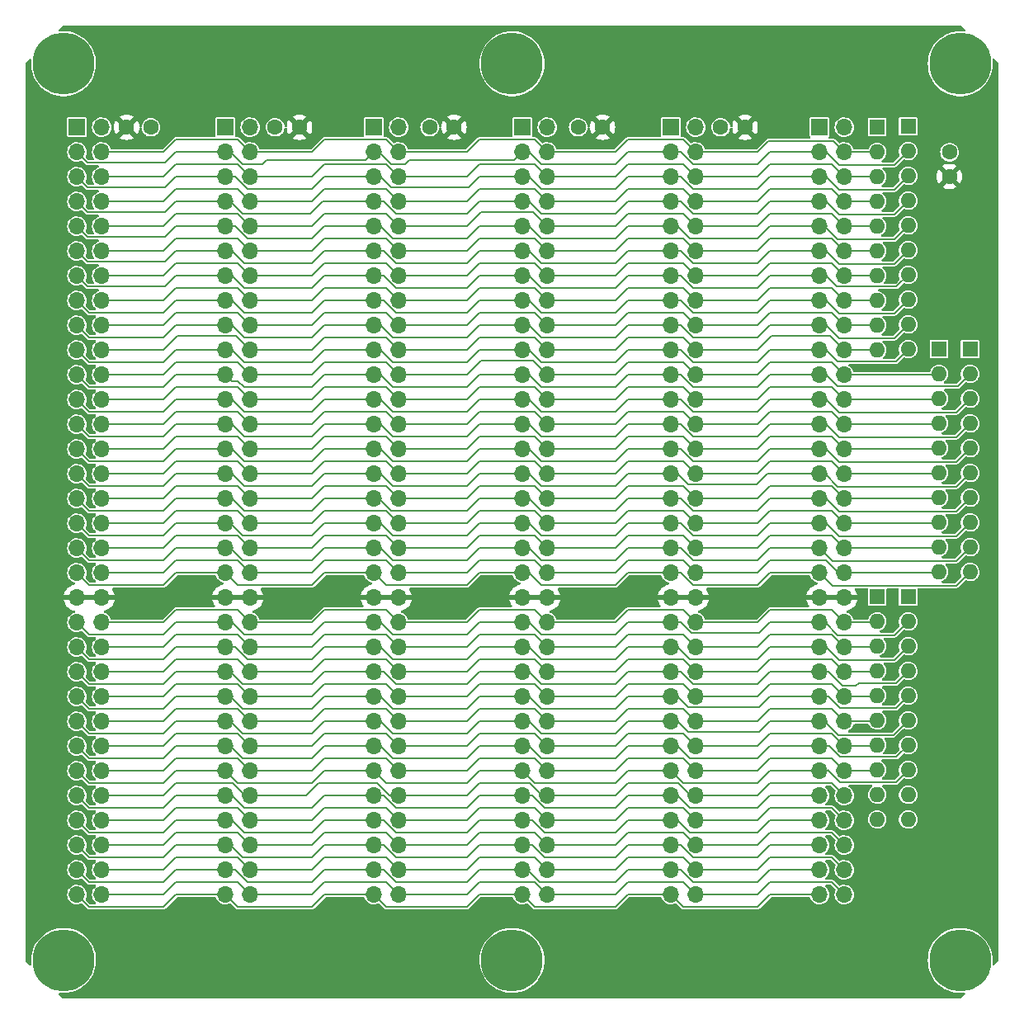
<source format=gbl>
G04 #@! TF.GenerationSoftware,KiCad,Pcbnew,(6.0.1)*
G04 #@! TF.CreationDate,2022-09-12T21:42:00-04:00*
G04 #@! TF.ProjectId,LB-BKPLANE-01,4c422d42-4b50-44c4-914e-452d30312e6b,1*
G04 #@! TF.SameCoordinates,Original*
G04 #@! TF.FileFunction,Copper,L2,Bot*
G04 #@! TF.FilePolarity,Positive*
%FSLAX46Y46*%
G04 Gerber Fmt 4.6, Leading zero omitted, Abs format (unit mm)*
G04 Created by KiCad (PCBNEW (6.0.1)) date 2022-09-12 21:42:00*
%MOMM*%
%LPD*%
G01*
G04 APERTURE LIST*
G04 #@! TA.AperFunction,ComponentPad*
%ADD10R,1.700000X1.700000*%
G04 #@! TD*
G04 #@! TA.AperFunction,ComponentPad*
%ADD11O,1.700000X1.700000*%
G04 #@! TD*
G04 #@! TA.AperFunction,ComponentPad*
%ADD12C,6.350000*%
G04 #@! TD*
G04 #@! TA.AperFunction,ComponentPad*
%ADD13C,1.600000*%
G04 #@! TD*
G04 #@! TA.AperFunction,ComponentPad*
%ADD14R,1.600000X1.600000*%
G04 #@! TD*
G04 #@! TA.AperFunction,ComponentPad*
%ADD15O,1.600000X1.600000*%
G04 #@! TD*
G04 #@! TA.AperFunction,Conductor*
%ADD16C,0.203200*%
G04 #@! TD*
G04 APERTURE END LIST*
D10*
X75361800Y-70510400D03*
D11*
X77901800Y-70510400D03*
X75361800Y-73050400D03*
X77901800Y-73050400D03*
X75361800Y-75590400D03*
X77901800Y-75590400D03*
X75361800Y-78130400D03*
X77901800Y-78130400D03*
X75361800Y-80670400D03*
X77901800Y-80670400D03*
X75361800Y-83210400D03*
X77901800Y-83210400D03*
X75361800Y-85750400D03*
X77901800Y-85750400D03*
X75361800Y-88290400D03*
X77901800Y-88290400D03*
X75361800Y-90830400D03*
X77901800Y-90830400D03*
X75361800Y-93370400D03*
X77901800Y-93370400D03*
X75361800Y-95910400D03*
X77901800Y-95910400D03*
X75361800Y-98450400D03*
X77901800Y-98450400D03*
X75361800Y-100990400D03*
X77901800Y-100990400D03*
X75361800Y-103530400D03*
X77901800Y-103530400D03*
X75361800Y-106070400D03*
X77901800Y-106070400D03*
X75361800Y-108610400D03*
X77901800Y-108610400D03*
X75361800Y-111150400D03*
X77901800Y-111150400D03*
X75361800Y-113690400D03*
X77901800Y-113690400D03*
X75361800Y-116230400D03*
X77901800Y-116230400D03*
X75361800Y-118770400D03*
X77901800Y-118770400D03*
X75361800Y-121310400D03*
X77901800Y-121310400D03*
X75361800Y-123850400D03*
X77901800Y-123850400D03*
X75361800Y-126390400D03*
X77901800Y-126390400D03*
X75361800Y-128930400D03*
X77901800Y-128930400D03*
X75361800Y-131470400D03*
X77901800Y-131470400D03*
X75361800Y-134010400D03*
X77901800Y-134010400D03*
X75361800Y-136550400D03*
X77901800Y-136550400D03*
X75361800Y-139090400D03*
X77901800Y-139090400D03*
X75361800Y-141630400D03*
X77901800Y-141630400D03*
X75361800Y-144170400D03*
X77901800Y-144170400D03*
X75361800Y-146710400D03*
X77901800Y-146710400D03*
X75361800Y-149250400D03*
X77901800Y-149250400D03*
D12*
X120000000Y-64000000D03*
D13*
X143921800Y-70510400D03*
X141421800Y-70510400D03*
D12*
X74000000Y-64000000D03*
D14*
X163826800Y-93280400D03*
D15*
X163826800Y-95820400D03*
X163826800Y-98360400D03*
X163826800Y-100900400D03*
X163826800Y-103440400D03*
X163826800Y-105980400D03*
X163826800Y-108520400D03*
X163826800Y-111060400D03*
X163826800Y-113600400D03*
X163826800Y-116140400D03*
D10*
X105841800Y-70510400D03*
D11*
X108381800Y-70510400D03*
X105841800Y-73050400D03*
X108381800Y-73050400D03*
X105841800Y-75590400D03*
X108381800Y-75590400D03*
X105841800Y-78130400D03*
X108381800Y-78130400D03*
X105841800Y-80670400D03*
X108381800Y-80670400D03*
X105841800Y-83210400D03*
X108381800Y-83210400D03*
X105841800Y-85750400D03*
X108381800Y-85750400D03*
X105841800Y-88290400D03*
X108381800Y-88290400D03*
X105841800Y-90830400D03*
X108381800Y-90830400D03*
X105841800Y-93370400D03*
X108381800Y-93370400D03*
X105841800Y-95910400D03*
X108381800Y-95910400D03*
X105841800Y-98450400D03*
X108381800Y-98450400D03*
X105841800Y-100990400D03*
X108381800Y-100990400D03*
X105841800Y-103530400D03*
X108381800Y-103530400D03*
X105841800Y-106070400D03*
X108381800Y-106070400D03*
X105841800Y-108610400D03*
X108381800Y-108610400D03*
X105841800Y-111150400D03*
X108381800Y-111150400D03*
X105841800Y-113690400D03*
X108381800Y-113690400D03*
X105841800Y-116230400D03*
X108381800Y-116230400D03*
X105841800Y-118770400D03*
X108381800Y-118770400D03*
X105841800Y-121310400D03*
X108381800Y-121310400D03*
X105841800Y-123850400D03*
X108381800Y-123850400D03*
X105841800Y-126390400D03*
X108381800Y-126390400D03*
X105841800Y-128930400D03*
X108381800Y-128930400D03*
X105841800Y-131470400D03*
X108381800Y-131470400D03*
X105841800Y-134010400D03*
X108381800Y-134010400D03*
X105841800Y-136550400D03*
X108381800Y-136550400D03*
X105841800Y-139090400D03*
X108381800Y-139090400D03*
X105841800Y-141630400D03*
X108381800Y-141630400D03*
X105841800Y-144170400D03*
X108381800Y-144170400D03*
X105841800Y-146710400D03*
X108381800Y-146710400D03*
X105841800Y-149250400D03*
X108381800Y-149250400D03*
D14*
X160651800Y-118680400D03*
D15*
X160651800Y-121220400D03*
X160651800Y-123760400D03*
X160651800Y-126300400D03*
X160651800Y-128840400D03*
X160651800Y-131380400D03*
X160651800Y-133920400D03*
X160651800Y-136460400D03*
X160651800Y-139000400D03*
X160651800Y-141540400D03*
D10*
X121081800Y-70510400D03*
D11*
X123621800Y-70510400D03*
X121081800Y-73050400D03*
X123621800Y-73050400D03*
X121081800Y-75590400D03*
X123621800Y-75590400D03*
X121081800Y-78130400D03*
X123621800Y-78130400D03*
X121081800Y-80670400D03*
X123621800Y-80670400D03*
X121081800Y-83210400D03*
X123621800Y-83210400D03*
X121081800Y-85750400D03*
X123621800Y-85750400D03*
X121081800Y-88290400D03*
X123621800Y-88290400D03*
X121081800Y-90830400D03*
X123621800Y-90830400D03*
X121081800Y-93370400D03*
X123621800Y-93370400D03*
X121081800Y-95910400D03*
X123621800Y-95910400D03*
X121081800Y-98450400D03*
X123621800Y-98450400D03*
X121081800Y-100990400D03*
X123621800Y-100990400D03*
X121081800Y-103530400D03*
X123621800Y-103530400D03*
X121081800Y-106070400D03*
X123621800Y-106070400D03*
X121081800Y-108610400D03*
X123621800Y-108610400D03*
X121081800Y-111150400D03*
X123621800Y-111150400D03*
X121081800Y-113690400D03*
X123621800Y-113690400D03*
X121081800Y-116230400D03*
X123621800Y-116230400D03*
X121081800Y-118770400D03*
X123621800Y-118770400D03*
X121081800Y-121310400D03*
X123621800Y-121310400D03*
X121081800Y-123850400D03*
X123621800Y-123850400D03*
X121081800Y-126390400D03*
X123621800Y-126390400D03*
X121081800Y-128930400D03*
X123621800Y-128930400D03*
X121081800Y-131470400D03*
X123621800Y-131470400D03*
X121081800Y-134010400D03*
X123621800Y-134010400D03*
X121081800Y-136550400D03*
X123621800Y-136550400D03*
X121081800Y-139090400D03*
X123621800Y-139090400D03*
X121081800Y-141630400D03*
X123621800Y-141630400D03*
X121081800Y-144170400D03*
X123621800Y-144170400D03*
X121081800Y-146710400D03*
X123621800Y-146710400D03*
X121081800Y-149250400D03*
X123621800Y-149250400D03*
D13*
X114056800Y-70510400D03*
X111556800Y-70510400D03*
D14*
X157476800Y-70515400D03*
D15*
X157476800Y-73055400D03*
X157476800Y-75595400D03*
X157476800Y-78135400D03*
X157476800Y-80675400D03*
X157476800Y-83215400D03*
X157476800Y-85755400D03*
X157476800Y-88295400D03*
X157476800Y-90835400D03*
X157476800Y-93375400D03*
D10*
X151561800Y-70510400D03*
D11*
X154101800Y-70510400D03*
X151561800Y-73050400D03*
X154101800Y-73050400D03*
X151561800Y-75590400D03*
X154101800Y-75590400D03*
X151561800Y-78130400D03*
X154101800Y-78130400D03*
X151561800Y-80670400D03*
X154101800Y-80670400D03*
X151561800Y-83210400D03*
X154101800Y-83210400D03*
X151561800Y-85750400D03*
X154101800Y-85750400D03*
X151561800Y-88290400D03*
X154101800Y-88290400D03*
X151561800Y-90830400D03*
X154101800Y-90830400D03*
X151561800Y-93370400D03*
X154101800Y-93370400D03*
X151561800Y-95910400D03*
X154101800Y-95910400D03*
X151561800Y-98450400D03*
X154101800Y-98450400D03*
X151561800Y-100990400D03*
X154101800Y-100990400D03*
X151561800Y-103530400D03*
X154101800Y-103530400D03*
X151561800Y-106070400D03*
X154101800Y-106070400D03*
X151561800Y-108610400D03*
X154101800Y-108610400D03*
X151561800Y-111150400D03*
X154101800Y-111150400D03*
X151561800Y-113690400D03*
X154101800Y-113690400D03*
X151561800Y-116230400D03*
X154101800Y-116230400D03*
X151561800Y-118770400D03*
X154101800Y-118770400D03*
X151561800Y-121310400D03*
X154101800Y-121310400D03*
X151561800Y-123850400D03*
X154101800Y-123850400D03*
X151561800Y-126390400D03*
X154101800Y-126390400D03*
X151561800Y-128930400D03*
X154101800Y-128930400D03*
X151561800Y-131470400D03*
X154101800Y-131470400D03*
X151561800Y-134010400D03*
X154101800Y-134010400D03*
X151561800Y-136550400D03*
X154101800Y-136550400D03*
X151561800Y-139090400D03*
X154101800Y-139090400D03*
X151561800Y-141630400D03*
X154101800Y-141630400D03*
X151561800Y-144170400D03*
X154101800Y-144170400D03*
X151561800Y-146710400D03*
X154101800Y-146710400D03*
X151561800Y-149250400D03*
X154101800Y-149250400D03*
D13*
X164896800Y-75570400D03*
X164896800Y-73070400D03*
D10*
X136321800Y-70510400D03*
D11*
X138861800Y-70510400D03*
X136321800Y-73050400D03*
X138861800Y-73050400D03*
X136321800Y-75590400D03*
X138861800Y-75590400D03*
X136321800Y-78130400D03*
X138861800Y-78130400D03*
X136321800Y-80670400D03*
X138861800Y-80670400D03*
X136321800Y-83210400D03*
X138861800Y-83210400D03*
X136321800Y-85750400D03*
X138861800Y-85750400D03*
X136321800Y-88290400D03*
X138861800Y-88290400D03*
X136321800Y-90830400D03*
X138861800Y-90830400D03*
X136321800Y-93370400D03*
X138861800Y-93370400D03*
X136321800Y-95910400D03*
X138861800Y-95910400D03*
X136321800Y-98450400D03*
X138861800Y-98450400D03*
X136321800Y-100990400D03*
X138861800Y-100990400D03*
X136321800Y-103530400D03*
X138861800Y-103530400D03*
X136321800Y-106070400D03*
X138861800Y-106070400D03*
X136321800Y-108610400D03*
X138861800Y-108610400D03*
X136321800Y-111150400D03*
X138861800Y-111150400D03*
X136321800Y-113690400D03*
X138861800Y-113690400D03*
X136321800Y-116230400D03*
X138861800Y-116230400D03*
X136321800Y-118770400D03*
X138861800Y-118770400D03*
X136321800Y-121310400D03*
X138861800Y-121310400D03*
X136321800Y-123850400D03*
X138861800Y-123850400D03*
X136321800Y-126390400D03*
X138861800Y-126390400D03*
X136321800Y-128930400D03*
X138861800Y-128930400D03*
X136321800Y-131470400D03*
X138861800Y-131470400D03*
X136321800Y-134010400D03*
X138861800Y-134010400D03*
X136321800Y-136550400D03*
X138861800Y-136550400D03*
X136321800Y-139090400D03*
X138861800Y-139090400D03*
X136321800Y-141630400D03*
X138861800Y-141630400D03*
X136321800Y-144170400D03*
X138861800Y-144170400D03*
X136321800Y-146710400D03*
X138861800Y-146710400D03*
X136321800Y-149250400D03*
X138861800Y-149250400D03*
D14*
X167001800Y-93280400D03*
D15*
X167001800Y-95820400D03*
X167001800Y-98360400D03*
X167001800Y-100900400D03*
X167001800Y-103440400D03*
X167001800Y-105980400D03*
X167001800Y-108520400D03*
X167001800Y-111060400D03*
X167001800Y-113600400D03*
X167001800Y-116140400D03*
D13*
X98201800Y-70510400D03*
X95701800Y-70510400D03*
D14*
X160651800Y-70420400D03*
D15*
X160651800Y-72960400D03*
X160651800Y-75500400D03*
X160651800Y-78040400D03*
X160651800Y-80580400D03*
X160651800Y-83120400D03*
X160651800Y-85660400D03*
X160651800Y-88200400D03*
X160651800Y-90740400D03*
X160651800Y-93280400D03*
D13*
X129296800Y-70510400D03*
X126796800Y-70510400D03*
D12*
X120000000Y-156000000D03*
D14*
X157476800Y-118680400D03*
D15*
X157476800Y-121220400D03*
X157476800Y-123760400D03*
X157476800Y-126300400D03*
X157476800Y-128840400D03*
X157476800Y-131380400D03*
X157476800Y-133920400D03*
X157476800Y-136460400D03*
X157476800Y-139000400D03*
X157476800Y-141540400D03*
D12*
X166000000Y-64000000D03*
X166000000Y-156000000D03*
D10*
X90601800Y-70510400D03*
D11*
X93141800Y-70510400D03*
X90601800Y-73050400D03*
X93141800Y-73050400D03*
X90601800Y-75590400D03*
X93141800Y-75590400D03*
X90601800Y-78130400D03*
X93141800Y-78130400D03*
X90601800Y-80670400D03*
X93141800Y-80670400D03*
X90601800Y-83210400D03*
X93141800Y-83210400D03*
X90601800Y-85750400D03*
X93141800Y-85750400D03*
X90601800Y-88290400D03*
X93141800Y-88290400D03*
X90601800Y-90830400D03*
X93141800Y-90830400D03*
X90601800Y-93370400D03*
X93141800Y-93370400D03*
X90601800Y-95910400D03*
X93141800Y-95910400D03*
X90601800Y-98450400D03*
X93141800Y-98450400D03*
X90601800Y-100990400D03*
X93141800Y-100990400D03*
X90601800Y-103530400D03*
X93141800Y-103530400D03*
X90601800Y-106070400D03*
X93141800Y-106070400D03*
X90601800Y-108610400D03*
X93141800Y-108610400D03*
X90601800Y-111150400D03*
X93141800Y-111150400D03*
X90601800Y-113690400D03*
X93141800Y-113690400D03*
X90601800Y-116230400D03*
X93141800Y-116230400D03*
X90601800Y-118770400D03*
X93141800Y-118770400D03*
X90601800Y-121310400D03*
X93141800Y-121310400D03*
X90601800Y-123850400D03*
X93141800Y-123850400D03*
X90601800Y-126390400D03*
X93141800Y-126390400D03*
X90601800Y-128930400D03*
X93141800Y-128930400D03*
X90601800Y-131470400D03*
X93141800Y-131470400D03*
X90601800Y-134010400D03*
X93141800Y-134010400D03*
X90601800Y-136550400D03*
X93141800Y-136550400D03*
X90601800Y-139090400D03*
X93141800Y-139090400D03*
X90601800Y-141630400D03*
X93141800Y-141630400D03*
X90601800Y-144170400D03*
X93141800Y-144170400D03*
X90601800Y-146710400D03*
X93141800Y-146710400D03*
X90601800Y-149250400D03*
X93141800Y-149250400D03*
D12*
X74000000Y-156000000D03*
D13*
X80461800Y-70510400D03*
X82961800Y-70510400D03*
D16*
X76631800Y-89560400D02*
X75361800Y-88290400D01*
X115366800Y-89560400D02*
X108091199Y-89560400D01*
X138571199Y-89560400D02*
X145211800Y-89560400D01*
X130606800Y-89560400D02*
X122986800Y-89560400D01*
X153539800Y-89592400D02*
X159259800Y-89592400D01*
X90601800Y-88290400D02*
X85521800Y-88290400D01*
X145211800Y-89560400D02*
X146481800Y-88290400D01*
X106821199Y-88290400D02*
X105841800Y-88290400D01*
X100761800Y-88290400D02*
X105841800Y-88290400D01*
X91236800Y-88290400D02*
X92506800Y-89560400D01*
X159259800Y-89592400D02*
X160651800Y-88200400D01*
X85521800Y-88290400D02*
X84251800Y-89560400D01*
X99491800Y-89560400D02*
X100761800Y-88290400D01*
X92506800Y-89560400D02*
X99491800Y-89560400D01*
X116636800Y-88290400D02*
X115366800Y-89560400D01*
X152237800Y-88290400D02*
X153539800Y-89592400D01*
X136321800Y-88290400D02*
X131876800Y-88290400D01*
X84251800Y-89560400D02*
X76631800Y-89560400D01*
X137301199Y-88290400D02*
X138571199Y-89560400D01*
X136321800Y-88290400D02*
X137301199Y-88290400D01*
X108091199Y-89560400D02*
X106821199Y-88290400D01*
X131876800Y-88290400D02*
X130606800Y-89560400D01*
X146481800Y-88290400D02*
X151561800Y-88290400D01*
X122986800Y-89560400D02*
X121716800Y-88290400D01*
X121081800Y-88290400D02*
X116636800Y-88290400D01*
X138861800Y-85750400D02*
X145211800Y-85750400D01*
X85521800Y-84480400D02*
X91871800Y-84480400D01*
X100761800Y-84480400D02*
X107111800Y-84480400D01*
X131876800Y-84480400D02*
X137591800Y-84480400D01*
X91871800Y-84480400D02*
X93141800Y-85750400D01*
X99491800Y-85750400D02*
X100761800Y-84480400D01*
X152831800Y-84480400D02*
X154101800Y-85750400D01*
X108381800Y-85750400D02*
X115366800Y-85750400D01*
X107111800Y-84480400D02*
X108381800Y-85750400D01*
X84251800Y-85750400D02*
X85521800Y-84480400D01*
X93141800Y-85750400D02*
X99491800Y-85750400D01*
X146481800Y-84480400D02*
X152831800Y-84480400D01*
X145211800Y-85750400D02*
X146481800Y-84480400D01*
X137591800Y-84480400D02*
X138861800Y-85750400D01*
X154101800Y-85750400D02*
X157471800Y-85750400D01*
X116636800Y-84480400D02*
X122351800Y-84480400D01*
X122351800Y-84480400D02*
X123621800Y-85750400D01*
X130606800Y-85750400D02*
X131876800Y-84480400D01*
X123621800Y-85750400D02*
X130606800Y-85750400D01*
X77901800Y-85750400D02*
X84251800Y-85750400D01*
X115366800Y-85750400D02*
X116636800Y-84480400D01*
X108091199Y-87020400D02*
X106821199Y-85750400D01*
X152237800Y-85750400D02*
X153341311Y-86853911D01*
X90601800Y-85750400D02*
X85521800Y-85750400D01*
X116636800Y-85750400D02*
X115366800Y-87020400D01*
X105841800Y-85750400D02*
X100761800Y-85750400D01*
X153341311Y-86853911D02*
X159458289Y-86853911D01*
X131876800Y-85750400D02*
X136321800Y-85750400D01*
X76465311Y-86853911D02*
X75361800Y-85750400D01*
X115366800Y-87020400D02*
X108091199Y-87020400D01*
X121081800Y-85750400D02*
X116636800Y-85750400D01*
X137301199Y-85750400D02*
X138571199Y-87020400D01*
X146481800Y-85750400D02*
X151561800Y-85750400D01*
X130606800Y-87020400D02*
X131876800Y-85750400D01*
X159458289Y-86853911D02*
X160651800Y-85660400D01*
X99491800Y-87020400D02*
X92506800Y-87020400D01*
X91236800Y-85750400D02*
X92506800Y-87020400D01*
X122986800Y-87020400D02*
X130606800Y-87020400D01*
X136321800Y-85750400D02*
X137301199Y-85750400D01*
X106821199Y-85750400D02*
X105841800Y-85750400D01*
X100761800Y-85750400D02*
X99491800Y-87020400D01*
X145211800Y-87020400D02*
X146481800Y-85750400D01*
X85521800Y-85750400D02*
X84418289Y-86853911D01*
X138571199Y-87020400D02*
X145211800Y-87020400D01*
X84418289Y-86853911D02*
X76465311Y-86853911D01*
X121716800Y-85750400D02*
X122986800Y-87020400D01*
X131876800Y-81940400D02*
X137591800Y-81940400D01*
X93141800Y-83210400D02*
X99491800Y-83210400D01*
X85521800Y-81940400D02*
X91871800Y-81940400D01*
X154101800Y-83210400D02*
X157471800Y-83210400D01*
X138861800Y-83210400D02*
X145211800Y-83210400D01*
X146481800Y-81940400D02*
X152831800Y-81940400D01*
X123621800Y-83210400D02*
X130606800Y-83210400D01*
X84251800Y-83210400D02*
X85521800Y-81940400D01*
X77901800Y-83210400D02*
X84251800Y-83210400D01*
X107111800Y-81940400D02*
X108381800Y-83210400D01*
X130606800Y-83210400D02*
X131876800Y-81940400D01*
X145211800Y-83210400D02*
X146481800Y-81940400D01*
X108381800Y-83210400D02*
X115366800Y-83210400D01*
X152831800Y-81940400D02*
X154101800Y-83210400D01*
X116636800Y-81940400D02*
X122351800Y-81940400D01*
X122351800Y-81940400D02*
X123621800Y-83210400D01*
X99491800Y-83210400D02*
X100761800Y-81940400D01*
X137591800Y-81940400D02*
X138861800Y-83210400D01*
X91871800Y-81940400D02*
X93141800Y-83210400D01*
X115366800Y-83210400D02*
X116636800Y-81940400D01*
X100761800Y-81940400D02*
X107111800Y-81940400D01*
X115366800Y-84480400D02*
X108091199Y-84480400D01*
X106821199Y-83210400D02*
X105841800Y-83210400D01*
X122986800Y-84480400D02*
X121716800Y-83210400D01*
X131876800Y-83210400D02*
X130606800Y-84480400D01*
X121081800Y-83210400D02*
X116636800Y-83210400D01*
X99491800Y-84480400D02*
X92506800Y-84480400D01*
X76465311Y-84313911D02*
X75361800Y-83210400D01*
X136321800Y-83210400D02*
X137301199Y-83210400D01*
X130606800Y-84480400D02*
X122986800Y-84480400D01*
X84418289Y-84313911D02*
X76465311Y-84313911D01*
X138571199Y-84480400D02*
X145211800Y-84480400D01*
X90601800Y-83210400D02*
X85521800Y-83210400D01*
X152237800Y-83210400D02*
X153539800Y-84512400D01*
X85521800Y-83210400D02*
X84418289Y-84313911D01*
X137301199Y-83210400D02*
X138571199Y-84480400D01*
X153539800Y-84512400D02*
X159259800Y-84512400D01*
X105841800Y-83210400D02*
X100761800Y-83210400D01*
X100761800Y-83210400D02*
X99491800Y-84480400D01*
X145211800Y-84480400D02*
X146481800Y-83210400D01*
X108091199Y-84480400D02*
X106821199Y-83210400D01*
X116636800Y-83210400D02*
X115366800Y-84480400D01*
X136321800Y-83210400D02*
X131876800Y-83210400D01*
X146481800Y-83210400D02*
X151561800Y-83210400D01*
X92506800Y-84480400D02*
X91236800Y-83210400D01*
X159259800Y-84512400D02*
X160651800Y-83120400D01*
X76631800Y-112420400D02*
X75361800Y-111150400D01*
X85521800Y-111150400D02*
X84251800Y-112420400D01*
X146481800Y-111150400D02*
X151561800Y-111150400D01*
X130606800Y-112420400D02*
X122986800Y-112420400D01*
X136321800Y-111150400D02*
X131876800Y-111150400D01*
X137301199Y-111150400D02*
X138571199Y-112420400D01*
X122986800Y-112420400D02*
X121716800Y-111150400D01*
X84251800Y-112420400D02*
X76631800Y-112420400D01*
X152237800Y-111150400D02*
X153539800Y-112452400D01*
X107746800Y-112420400D02*
X106476800Y-111150400D01*
X92374016Y-112420400D02*
X91104016Y-111150400D01*
X90601800Y-111150400D02*
X85521800Y-111150400D01*
X115366800Y-112420400D02*
X107746800Y-112420400D01*
X165609800Y-112452400D02*
X167001800Y-111060400D01*
X105841800Y-111150400D02*
X100761800Y-111150400D01*
X100761800Y-111150400D02*
X99491800Y-112420400D01*
X136321800Y-111150400D02*
X137301199Y-111150400D01*
X131876800Y-111150400D02*
X130606800Y-112420400D01*
X153539800Y-112452400D02*
X165609800Y-112452400D01*
X121081800Y-111150400D02*
X116636800Y-111150400D01*
X116636800Y-111150400D02*
X115366800Y-112420400D01*
X99491800Y-112420400D02*
X92374016Y-112420400D01*
X138571199Y-112420400D02*
X145211800Y-112420400D01*
X145211800Y-112420400D02*
X146481800Y-111150400D01*
X154101800Y-111150400D02*
X163736800Y-111150400D01*
X131876800Y-109880400D02*
X137591800Y-109880400D01*
X99491800Y-111150400D02*
X100761800Y-109880400D01*
X84251800Y-111150400D02*
X85521800Y-109880400D01*
X145211800Y-111150400D02*
X146481800Y-109880400D01*
X116636800Y-109880400D02*
X122351800Y-109880400D01*
X138861800Y-111150400D02*
X145211800Y-111150400D01*
X85521800Y-109880400D02*
X91871800Y-109880400D01*
X108381800Y-111150400D02*
X115366800Y-111150400D01*
X91871800Y-109880400D02*
X93141800Y-111150400D01*
X100761800Y-109880400D02*
X107111800Y-109880400D01*
X146481800Y-109880400D02*
X152831800Y-109880400D01*
X107111800Y-109880400D02*
X108381800Y-111150400D01*
X130606800Y-111150400D02*
X131876800Y-109880400D01*
X93141800Y-111150400D02*
X99491800Y-111150400D01*
X115366800Y-111150400D02*
X116636800Y-109880400D01*
X77901800Y-111150400D02*
X84251800Y-111150400D01*
X122351800Y-109880400D02*
X123621800Y-111150400D01*
X152831800Y-109880400D02*
X154101800Y-111150400D01*
X137591800Y-109880400D02*
X138861800Y-111150400D01*
X123621800Y-111150400D02*
X130606800Y-111150400D01*
X107614016Y-109880400D02*
X106344016Y-108610400D01*
X131876800Y-108610400D02*
X136321800Y-108610400D01*
X152237800Y-108610400D02*
X153539800Y-109912400D01*
X92506800Y-109880400D02*
X91236800Y-108610400D01*
X105841800Y-108610400D02*
X100761800Y-108610400D01*
X85521800Y-108610400D02*
X84251800Y-109880400D01*
X145211800Y-109880400D02*
X146481800Y-108610400D01*
X130606800Y-109880400D02*
X131876800Y-108610400D01*
X122986800Y-109880400D02*
X130606800Y-109880400D01*
X136321800Y-108610400D02*
X137301199Y-108610400D01*
X153539800Y-109912400D02*
X165609800Y-109912400D01*
X165609800Y-109912400D02*
X167001800Y-108520400D01*
X121081800Y-108610400D02*
X116636800Y-108610400D01*
X115366800Y-109880400D02*
X107614016Y-109880400D01*
X84251800Y-109880400D02*
X76631800Y-109880400D01*
X137301199Y-108610400D02*
X138571199Y-109880400D01*
X138571199Y-109880400D02*
X145211800Y-109880400D01*
X121716800Y-108610400D02*
X122986800Y-109880400D01*
X99491800Y-109880400D02*
X92506800Y-109880400D01*
X76631800Y-109880400D02*
X75361800Y-108610400D01*
X100761800Y-108610400D02*
X99491800Y-109880400D01*
X116636800Y-108610400D02*
X115366800Y-109880400D01*
X146481800Y-108610400D02*
X151561800Y-108610400D01*
X90601800Y-108610400D02*
X85521800Y-108610400D01*
X84251800Y-107340400D02*
X76631800Y-107340400D01*
X130606800Y-107340400D02*
X122986800Y-107340400D01*
X152110800Y-106070400D02*
X153412800Y-107372400D01*
X100761800Y-106070400D02*
X99491800Y-107340400D01*
X121081800Y-106070400D02*
X116636800Y-106070400D01*
X116636800Y-106070400D02*
X115366800Y-107340400D01*
X131876800Y-106070400D02*
X130606800Y-107340400D01*
X146179778Y-106070400D02*
X151561800Y-106070400D01*
X85521800Y-106070400D02*
X84251800Y-107340400D01*
X107746800Y-107340400D02*
X106476800Y-106070400D01*
X99491800Y-107340400D02*
X92506800Y-107340400D01*
X105841800Y-106070400D02*
X100761800Y-106070400D01*
X76631800Y-107340400D02*
X75361800Y-106070400D01*
X90601800Y-106070400D02*
X85521800Y-106070400D01*
X145076267Y-107173911D02*
X146179778Y-106070400D01*
X153412800Y-107372400D02*
X165609800Y-107372400D01*
X136956800Y-106070400D02*
X138060311Y-107173911D01*
X122986800Y-107340400D02*
X121716800Y-106070400D01*
X92506800Y-107340400D02*
X91236800Y-106070400D01*
X115366800Y-107340400D02*
X107746800Y-107340400D01*
X138060311Y-107173911D02*
X145076267Y-107173911D01*
X136321800Y-106070400D02*
X131876800Y-106070400D01*
X165609800Y-107372400D02*
X167001800Y-105980400D01*
X154101800Y-100990400D02*
X163736800Y-100990400D01*
X77901800Y-100990400D02*
X84251800Y-100990400D01*
X99491800Y-100990400D02*
X100761800Y-99720400D01*
X84251800Y-100990400D02*
X85521800Y-99720400D01*
X100761800Y-99720400D02*
X107111800Y-99720400D01*
X145211800Y-100990400D02*
X146481800Y-99720400D01*
X131876800Y-99720400D02*
X137591800Y-99720400D01*
X152831800Y-99720400D02*
X154101800Y-100990400D01*
X123621800Y-100990400D02*
X130606800Y-100990400D01*
X146481800Y-99720400D02*
X152831800Y-99720400D01*
X130606800Y-100990400D02*
X131876800Y-99720400D01*
X93141800Y-100990400D02*
X99491800Y-100990400D01*
X91871800Y-99720400D02*
X93141800Y-100990400D01*
X108381800Y-100990400D02*
X115366800Y-100990400D01*
X115366800Y-100990400D02*
X116636800Y-99720400D01*
X137591800Y-99720400D02*
X138861800Y-100990400D01*
X107111800Y-99720400D02*
X108381800Y-100990400D01*
X122351800Y-99720400D02*
X123621800Y-100990400D01*
X85521800Y-99720400D02*
X91871800Y-99720400D01*
X116636800Y-99720400D02*
X122351800Y-99720400D01*
X138861800Y-100990400D02*
X145211800Y-100990400D01*
X115366800Y-102260400D02*
X107746800Y-102260400D01*
X136321800Y-100990400D02*
X131876800Y-100990400D01*
X84251800Y-102260400D02*
X76631800Y-102260400D01*
X122986800Y-102260400D02*
X121716800Y-100990400D01*
X137301199Y-100990400D02*
X138571199Y-102260400D01*
X145211800Y-102260400D02*
X146481800Y-100990400D01*
X165609800Y-102292400D02*
X167001800Y-100900400D01*
X92506800Y-102260400D02*
X91236800Y-100990400D01*
X136321800Y-100990400D02*
X137301199Y-100990400D01*
X138571199Y-102260400D02*
X145211800Y-102260400D01*
X105841800Y-100990400D02*
X100761800Y-100990400D01*
X152237800Y-100990400D02*
X153539800Y-102292400D01*
X90601800Y-100990400D02*
X85521800Y-100990400D01*
X85521800Y-100990400D02*
X84251800Y-102260400D01*
X146481800Y-100990400D02*
X151561800Y-100990400D01*
X131876800Y-100990400D02*
X130606800Y-102260400D01*
X121081800Y-100990400D02*
X116636800Y-100990400D01*
X100761800Y-100990400D02*
X99491800Y-102260400D01*
X130606800Y-102260400D02*
X122986800Y-102260400D01*
X99491800Y-102260400D02*
X92506800Y-102260400D01*
X153539800Y-102292400D02*
X165609800Y-102292400D01*
X76631800Y-102260400D02*
X75361800Y-100990400D01*
X107746800Y-102260400D02*
X106476800Y-100990400D01*
X116636800Y-100990400D02*
X115366800Y-102260400D01*
X145211800Y-108610400D02*
X146481800Y-107340400D01*
X115366800Y-108610400D02*
X116636800Y-107340400D01*
X85521800Y-107340400D02*
X91871800Y-107340400D01*
X108381800Y-108610400D02*
X115366800Y-108610400D01*
X152831800Y-107340400D02*
X154101800Y-108610400D01*
X91871800Y-107340400D02*
X93141800Y-108610400D01*
X130606800Y-108610400D02*
X131876800Y-107340400D01*
X138861800Y-108610400D02*
X145211800Y-108610400D01*
X100761800Y-107340400D02*
X107111800Y-107340400D01*
X146481800Y-107340400D02*
X152831800Y-107340400D01*
X131876800Y-107340400D02*
X137591800Y-107340400D01*
X116636800Y-107340400D02*
X122351800Y-107340400D01*
X107111800Y-107340400D02*
X108381800Y-108610400D01*
X84251800Y-108610400D02*
X85521800Y-107340400D01*
X154101800Y-108610400D02*
X163736800Y-108610400D01*
X77901800Y-108610400D02*
X84251800Y-108610400D01*
X137591800Y-107340400D02*
X138861800Y-108610400D01*
X122351800Y-107340400D02*
X123621800Y-108610400D01*
X93141800Y-108610400D02*
X99491800Y-108610400D01*
X123621800Y-108610400D02*
X130606800Y-108610400D01*
X99491800Y-108610400D02*
X100761800Y-107340400D01*
X77901800Y-98450400D02*
X84251800Y-98450400D01*
X137591800Y-97180400D02*
X138861800Y-98450400D01*
X99491800Y-98450400D02*
X100761800Y-97180400D01*
X154101800Y-98450400D02*
X163736800Y-98450400D01*
X146481800Y-97180400D02*
X152831800Y-97180400D01*
X152831800Y-97180400D02*
X154101800Y-98450400D01*
X100761800Y-97180400D02*
X107111800Y-97180400D01*
X93141800Y-98450400D02*
X99491800Y-98450400D01*
X85521800Y-97180400D02*
X91871800Y-97180400D01*
X122351800Y-97180400D02*
X123621800Y-98450400D01*
X123621800Y-98450400D02*
X130606800Y-98450400D01*
X108381800Y-98450400D02*
X115366800Y-98450400D01*
X107111800Y-97180400D02*
X108381800Y-98450400D01*
X84251800Y-98450400D02*
X85521800Y-97180400D01*
X131876800Y-97180400D02*
X137591800Y-97180400D01*
X130606800Y-98450400D02*
X131876800Y-97180400D01*
X116636800Y-97180400D02*
X122351800Y-97180400D01*
X145211800Y-98450400D02*
X146481800Y-97180400D01*
X115366800Y-98450400D02*
X116636800Y-97180400D01*
X138861800Y-98450400D02*
X145211800Y-98450400D01*
X91871800Y-97180400D02*
X93141800Y-98450400D01*
X92506800Y-104800400D02*
X99491800Y-104800400D01*
X122986800Y-104800400D02*
X121716800Y-103530400D01*
X116636800Y-103530400D02*
X115366800Y-104800400D01*
X99491800Y-104800400D02*
X100761800Y-103530400D01*
X137301199Y-103530400D02*
X138571199Y-104800400D01*
X76631800Y-104800400D02*
X75361800Y-103530400D01*
X152237800Y-103530400D02*
X153539800Y-104832400D01*
X145211800Y-104800400D02*
X146481800Y-103530400D01*
X91236800Y-103530400D02*
X92506800Y-104800400D01*
X90601800Y-103530400D02*
X85521800Y-103530400D01*
X100761800Y-103530400D02*
X105841800Y-103530400D01*
X107746800Y-104800400D02*
X106476800Y-103530400D01*
X115366800Y-104800400D02*
X107746800Y-104800400D01*
X85521800Y-103530400D02*
X84251800Y-104800400D01*
X146481800Y-103530400D02*
X151561800Y-103530400D01*
X84251800Y-104800400D02*
X76631800Y-104800400D01*
X136321800Y-103530400D02*
X131876800Y-103530400D01*
X165609800Y-104832400D02*
X167001800Y-103440400D01*
X130606800Y-104800400D02*
X122986800Y-104800400D01*
X131876800Y-103530400D02*
X130606800Y-104800400D01*
X121081800Y-103530400D02*
X116636800Y-103530400D01*
X153539800Y-104832400D02*
X165609800Y-104832400D01*
X136321800Y-103530400D02*
X137301199Y-103530400D01*
X138571199Y-104800400D02*
X145211800Y-104800400D01*
X131876800Y-98450400D02*
X130606800Y-99720400D01*
X146481800Y-98450400D02*
X151561800Y-98450400D01*
X107746800Y-99720400D02*
X106476800Y-98450400D01*
X92506800Y-99720400D02*
X91236800Y-98450400D01*
X90601800Y-98450400D02*
X85521800Y-98450400D01*
X100761800Y-98450400D02*
X99491800Y-99720400D01*
X145211800Y-99720400D02*
X146481800Y-98450400D01*
X130606800Y-99720400D02*
X122986800Y-99720400D01*
X116636800Y-98450400D02*
X115366800Y-99720400D01*
X137301199Y-98450400D02*
X138571199Y-99720400D01*
X84251800Y-99720400D02*
X76631800Y-99720400D01*
X136321800Y-98450400D02*
X131876800Y-98450400D01*
X152237800Y-98450400D02*
X153539800Y-99752400D01*
X138571199Y-99720400D02*
X145211800Y-99720400D01*
X76631800Y-99720400D02*
X75361800Y-98450400D01*
X136321800Y-98450400D02*
X137301199Y-98450400D01*
X121081800Y-98450400D02*
X116636800Y-98450400D01*
X165609800Y-99752400D02*
X167001800Y-98360400D01*
X99491800Y-99720400D02*
X92506800Y-99720400D01*
X105841800Y-98450400D02*
X100761800Y-98450400D01*
X153539800Y-99752400D02*
X165609800Y-99752400D01*
X85521800Y-98450400D02*
X84251800Y-99720400D01*
X122986800Y-99720400D02*
X121716800Y-98450400D01*
X115366800Y-99720400D02*
X107746800Y-99720400D01*
X93141800Y-103530400D02*
X99491800Y-103530400D01*
X154101800Y-103530400D02*
X163736800Y-103530400D01*
X152831800Y-102260400D02*
X154101800Y-103530400D01*
X138861800Y-103530400D02*
X145211800Y-103530400D01*
X116636800Y-102260400D02*
X122351800Y-102260400D01*
X108381800Y-103530400D02*
X115366800Y-103530400D01*
X77901800Y-103530400D02*
X84251800Y-103530400D01*
X130606800Y-103530400D02*
X131876800Y-102260400D01*
X99491800Y-103530400D02*
X100761800Y-102260400D01*
X145211800Y-103530400D02*
X146481800Y-102260400D01*
X107111800Y-102260400D02*
X108381800Y-103530400D01*
X137591800Y-102260400D02*
X138861800Y-103530400D01*
X115366800Y-103530400D02*
X116636800Y-102260400D01*
X84251800Y-103530400D02*
X85521800Y-102260400D01*
X122351800Y-102260400D02*
X123621800Y-103530400D01*
X146481800Y-102260400D02*
X152831800Y-102260400D01*
X123621800Y-103530400D02*
X130606800Y-103530400D01*
X91871800Y-102260400D02*
X93141800Y-103530400D01*
X131876800Y-102260400D02*
X137591800Y-102260400D01*
X100761800Y-102260400D02*
X107111800Y-102260400D01*
X85521800Y-102260400D02*
X91871800Y-102260400D01*
X100761800Y-94640400D02*
X107111800Y-94640400D01*
X77901800Y-95910400D02*
X84251800Y-95910400D01*
X145211800Y-95910400D02*
X146481800Y-94640400D01*
X130606800Y-95910400D02*
X131876800Y-94640400D01*
X138861800Y-95910400D02*
X145211800Y-95910400D01*
X154101800Y-95910400D02*
X163736800Y-95910400D01*
X99491800Y-95910400D02*
X100761800Y-94640400D01*
X131876800Y-94640400D02*
X137591800Y-94640400D01*
X91871800Y-94640400D02*
X93141800Y-95910400D01*
X115366800Y-95910400D02*
X116803289Y-94473911D01*
X116803289Y-94473911D02*
X122185311Y-94473911D01*
X146481800Y-94640400D02*
X152831800Y-94640400D01*
X85521800Y-94640400D02*
X91871800Y-94640400D01*
X123621800Y-95910400D02*
X130606800Y-95910400D01*
X152831800Y-94640400D02*
X154101800Y-95910400D01*
X84251800Y-95910400D02*
X85521800Y-94640400D01*
X93141800Y-95910400D02*
X99491800Y-95910400D01*
X122185311Y-94473911D02*
X123621800Y-95910400D01*
X137591800Y-94640400D02*
X138861800Y-95910400D01*
X107111800Y-94640400D02*
X108381800Y-95910400D01*
X108381800Y-95910400D02*
X115366800Y-95910400D01*
X154101800Y-106070400D02*
X163736800Y-106070400D01*
X116636800Y-104800400D02*
X122351800Y-104800400D01*
X84251800Y-106070400D02*
X85521800Y-104800400D01*
X108381800Y-106070400D02*
X115366800Y-106070400D01*
X77901800Y-106070400D02*
X84251800Y-106070400D01*
X145211800Y-106070400D02*
X146481800Y-104800400D01*
X137591800Y-104800400D02*
X138861800Y-106070400D01*
X85521800Y-104800400D02*
X91871800Y-104800400D01*
X122351800Y-104800400D02*
X123621800Y-106070400D01*
X107111800Y-104800400D02*
X108381800Y-106070400D01*
X93141800Y-106070400D02*
X99491800Y-106070400D01*
X99491800Y-106070400D02*
X100761800Y-104800400D01*
X152831800Y-104800400D02*
X154101800Y-106070400D01*
X123621800Y-106070400D02*
X130606800Y-106070400D01*
X138861800Y-106070400D02*
X145211800Y-106070400D01*
X115366800Y-106070400D02*
X116636800Y-104800400D01*
X130606800Y-106070400D02*
X131876800Y-104800400D01*
X91871800Y-104800400D02*
X93141800Y-106070400D01*
X146481800Y-104800400D02*
X152831800Y-104800400D01*
X131876800Y-104800400D02*
X137591800Y-104800400D01*
X100761800Y-104800400D02*
X107111800Y-104800400D01*
X92506800Y-97180400D02*
X91871800Y-96545400D01*
X90601800Y-95910400D02*
X85521800Y-95910400D01*
X84251800Y-97180400D02*
X76631800Y-97180400D01*
X90601800Y-95910400D02*
X91236800Y-96545400D01*
X136321800Y-95910400D02*
X137301199Y-95910400D01*
X116636800Y-95910400D02*
X115366800Y-97180400D01*
X99491800Y-97180400D02*
X92506800Y-97180400D01*
X146481800Y-95910400D02*
X151561800Y-95910400D01*
X105841800Y-95910400D02*
X100761800Y-95910400D01*
X115366800Y-97180400D02*
X107746800Y-97180400D01*
X121716800Y-95910400D02*
X122986800Y-97180400D01*
X145211800Y-97180400D02*
X146481800Y-95910400D01*
X91236800Y-96545400D02*
X91871800Y-96545400D01*
X76631800Y-97180400D02*
X75361800Y-95910400D01*
X165736800Y-97085400D02*
X167001800Y-95820400D01*
X85521800Y-95910400D02*
X84251800Y-97180400D01*
X121081800Y-95910400D02*
X116636800Y-95910400D01*
X138571199Y-97180400D02*
X145211800Y-97180400D01*
X106476800Y-95910400D02*
X107746800Y-97180400D01*
X122986800Y-97180400D02*
X130606800Y-97180400D01*
X152237800Y-95910400D02*
X153412800Y-97085400D01*
X100761800Y-95910400D02*
X99491800Y-97180400D01*
X130606800Y-97180400D02*
X131876800Y-95910400D01*
X131876800Y-95910400D02*
X136321800Y-95910400D01*
X153412800Y-97085400D02*
X165736800Y-97085400D01*
X137301199Y-95910400D02*
X138571199Y-97180400D01*
X123621800Y-93370400D02*
X130606800Y-93370400D01*
X100761800Y-92100400D02*
X107111800Y-92100400D01*
X138861800Y-93370400D02*
X145211800Y-93370400D01*
X107111800Y-92100400D02*
X108381800Y-93370400D01*
X91705311Y-91933911D02*
X93141800Y-93370400D01*
X77901800Y-93370400D02*
X84251800Y-93370400D01*
X122351800Y-92100400D02*
X123621800Y-93370400D01*
X154101800Y-93370400D02*
X157471800Y-93370400D01*
X145211800Y-93370400D02*
X146648289Y-91933911D01*
X130606800Y-93370400D02*
X131876800Y-92100400D01*
X137591800Y-92100400D02*
X138861800Y-93370400D01*
X93141800Y-93370400D02*
X99491800Y-93370400D01*
X84251800Y-93370400D02*
X85688289Y-91933911D01*
X131876800Y-92100400D02*
X137591800Y-92100400D01*
X116636800Y-92100400D02*
X122351800Y-92100400D01*
X152665311Y-91933911D02*
X154101800Y-93370400D01*
X146648289Y-91933911D02*
X152665311Y-91933911D01*
X108381800Y-93370400D02*
X115366800Y-93370400D01*
X99491800Y-93370400D02*
X100761800Y-92100400D01*
X85688289Y-91933911D02*
X91705311Y-91933911D01*
X115366800Y-93370400D02*
X116636800Y-92100400D01*
X121081800Y-93370400D02*
X116636800Y-93370400D01*
X153412800Y-94545400D02*
X159386800Y-94545400D01*
X137301199Y-93370400D02*
X138571199Y-94640400D01*
X115366800Y-94640400D02*
X107746800Y-94640400D01*
X85521800Y-93370400D02*
X84251800Y-94640400D01*
X107746800Y-94640400D02*
X106476800Y-93370400D01*
X159386800Y-94545400D02*
X160651800Y-93280400D01*
X92506800Y-94640400D02*
X99491800Y-94640400D01*
X136321800Y-93370400D02*
X137301199Y-93370400D01*
X121716800Y-93370400D02*
X122986800Y-94640400D01*
X131876800Y-93370400D02*
X136321800Y-93370400D01*
X138571199Y-94640400D02*
X145211800Y-94640400D01*
X116636800Y-93370400D02*
X115366800Y-94640400D01*
X130606800Y-94640400D02*
X131876800Y-93370400D01*
X122986800Y-94640400D02*
X130606800Y-94640400D01*
X152237800Y-93370400D02*
X153412800Y-94545400D01*
X145211800Y-94640400D02*
X146481800Y-93370400D01*
X84251800Y-94640400D02*
X76631800Y-94640400D01*
X91236800Y-93370400D02*
X92506800Y-94640400D01*
X90601800Y-93370400D02*
X85521800Y-93370400D01*
X146481800Y-93370400D02*
X151561800Y-93370400D01*
X76631800Y-94640400D02*
X75361800Y-93370400D01*
X100761800Y-93370400D02*
X105841800Y-93370400D01*
X99491800Y-94640400D02*
X100761800Y-93370400D01*
X154101800Y-90830400D02*
X157471800Y-90830400D01*
X137591800Y-89560400D02*
X138861800Y-90830400D01*
X138861800Y-90830400D02*
X145211800Y-90830400D01*
X85521800Y-89560400D02*
X91871800Y-89560400D01*
X77901800Y-90830400D02*
X84251800Y-90830400D01*
X146481800Y-89560400D02*
X152831800Y-89560400D01*
X84251800Y-90830400D02*
X85521800Y-89560400D01*
X131876800Y-89560400D02*
X137591800Y-89560400D01*
X100761800Y-89560400D02*
X107111800Y-89560400D01*
X91871800Y-89560400D02*
X93141800Y-90830400D01*
X145211800Y-90830400D02*
X146481800Y-89560400D01*
X99491800Y-90830400D02*
X100761800Y-89560400D01*
X130606800Y-90830400D02*
X131876800Y-89560400D01*
X115366800Y-90830400D02*
X116636800Y-89560400D01*
X107111800Y-89560400D02*
X108381800Y-90830400D01*
X123621800Y-90830400D02*
X130606800Y-90830400D01*
X93141800Y-90830400D02*
X99491800Y-90830400D01*
X116636800Y-89560400D02*
X122351800Y-89560400D01*
X152831800Y-89560400D02*
X154101800Y-90830400D01*
X122351800Y-89560400D02*
X123621800Y-90830400D01*
X108381800Y-90830400D02*
X115366800Y-90830400D01*
X116636800Y-90830400D02*
X121081800Y-90830400D01*
X146481800Y-90830400D02*
X151561800Y-90830400D01*
X106476800Y-90830400D02*
X107746800Y-92100400D01*
X115366800Y-92100400D02*
X116636800Y-90830400D01*
X152237800Y-90830400D02*
X153539800Y-92132400D01*
X76631800Y-92100400D02*
X75361800Y-90830400D01*
X99491800Y-92100400D02*
X92506800Y-92100400D01*
X90601800Y-90830400D02*
X85521800Y-90830400D01*
X107746800Y-92100400D02*
X115366800Y-92100400D01*
X131876800Y-90830400D02*
X130606800Y-92100400D01*
X105841800Y-90830400D02*
X100761800Y-90830400D01*
X145211800Y-92100400D02*
X146481800Y-90830400D01*
X130606800Y-92100400D02*
X122986800Y-92100400D01*
X136321800Y-90830400D02*
X137301199Y-90830400D01*
X121716800Y-90830400D02*
X122986800Y-92100400D01*
X100761800Y-90830400D02*
X99491800Y-92100400D01*
X138571199Y-92100400D02*
X145211800Y-92100400D01*
X159259800Y-92132400D02*
X160651800Y-90740400D01*
X84251800Y-92100400D02*
X76631800Y-92100400D01*
X153539800Y-92132400D02*
X159259800Y-92132400D01*
X137301199Y-90830400D02*
X138571199Y-92100400D01*
X136321800Y-90830400D02*
X131876800Y-90830400D01*
X92506800Y-92100400D02*
X91236800Y-90830400D01*
X85521800Y-90830400D02*
X84251800Y-92100400D01*
X122351800Y-87020400D02*
X123621800Y-88290400D01*
X91871800Y-87020400D02*
X93141800Y-88290400D01*
X154101800Y-88290400D02*
X157471800Y-88290400D01*
X131876800Y-87020400D02*
X137591800Y-87020400D01*
X146481800Y-87020400D02*
X152831800Y-87020400D01*
X107111800Y-87020400D02*
X108381800Y-88290400D01*
X123621800Y-88290400D02*
X130606800Y-88290400D01*
X77901800Y-88290400D02*
X84251800Y-88290400D01*
X85521800Y-87020400D02*
X91871800Y-87020400D01*
X152831800Y-87020400D02*
X154101800Y-88290400D01*
X145211800Y-88290400D02*
X146481800Y-87020400D01*
X99491800Y-88290400D02*
X100761800Y-87020400D01*
X138861800Y-88290400D02*
X145211800Y-88290400D01*
X116636800Y-87020400D02*
X122351800Y-87020400D01*
X93141800Y-88290400D02*
X99491800Y-88290400D01*
X115366800Y-88290400D02*
X116636800Y-87020400D01*
X137591800Y-87020400D02*
X138861800Y-88290400D01*
X100761800Y-87020400D02*
X107111800Y-87020400D01*
X108381800Y-88290400D02*
X115366800Y-88290400D01*
X84251800Y-88290400D02*
X85521800Y-87020400D01*
X130606800Y-88290400D02*
X131876800Y-87020400D01*
X138861800Y-78130400D02*
X145211800Y-78130400D01*
X145211800Y-78130400D02*
X146481800Y-76860400D01*
X107111800Y-76860400D02*
X108381800Y-78130400D01*
X152831800Y-76860400D02*
X154101800Y-78130400D01*
X85521800Y-76860400D02*
X91871800Y-76860400D01*
X123621800Y-78130400D02*
X130606800Y-78130400D01*
X137591800Y-76860400D02*
X138861800Y-78130400D01*
X122351800Y-76860400D02*
X123621800Y-78130400D01*
X130606800Y-78130400D02*
X131876800Y-76860400D01*
X99491800Y-78130400D02*
X100761800Y-76860400D01*
X115366800Y-78130400D02*
X116636800Y-76860400D01*
X84251800Y-78130400D02*
X85521800Y-76860400D01*
X146481800Y-76860400D02*
X152831800Y-76860400D01*
X131876800Y-76860400D02*
X137591800Y-76860400D01*
X108381800Y-78130400D02*
X115366800Y-78130400D01*
X154101800Y-78130400D02*
X157471800Y-78130400D01*
X100761800Y-76860400D02*
X107111800Y-76860400D01*
X93141800Y-78130400D02*
X99491800Y-78130400D01*
X91871800Y-76860400D02*
X93141800Y-78130400D01*
X77901800Y-78130400D02*
X84251800Y-78130400D01*
X116636800Y-76860400D02*
X122351800Y-76860400D01*
X154101800Y-80670400D02*
X157471800Y-80670400D01*
X100761800Y-79400400D02*
X107111800Y-79400400D01*
X145211800Y-80670400D02*
X146481800Y-79400400D01*
X93141800Y-80670400D02*
X99491800Y-80670400D01*
X115366800Y-80670400D02*
X116803289Y-79233911D01*
X123621800Y-80670400D02*
X130606800Y-80670400D01*
X122185311Y-79233911D02*
X123621800Y-80670400D01*
X137591800Y-79400400D02*
X138861800Y-80670400D01*
X84251800Y-80670400D02*
X85521800Y-79400400D01*
X91871800Y-79400400D02*
X93141800Y-80670400D01*
X108381800Y-80670400D02*
X115366800Y-80670400D01*
X138861800Y-80670400D02*
X145211800Y-80670400D01*
X152831800Y-79400400D02*
X154101800Y-80670400D01*
X107111800Y-79400400D02*
X108381800Y-80670400D01*
X146481800Y-79400400D02*
X152831800Y-79400400D01*
X131876800Y-79400400D02*
X137591800Y-79400400D01*
X130606800Y-80670400D02*
X131876800Y-79400400D01*
X116803289Y-79233911D02*
X122185311Y-79233911D01*
X99491800Y-80670400D02*
X100761800Y-79400400D01*
X85521800Y-79400400D02*
X91871800Y-79400400D01*
X77901800Y-80670400D02*
X84251800Y-80670400D01*
X121081800Y-80670400D02*
X116636800Y-80670400D01*
X116636800Y-80670400D02*
X115366800Y-81940400D01*
X91581199Y-80670400D02*
X90601800Y-80670400D01*
X136968221Y-80670400D02*
X138238221Y-81940400D01*
X84418289Y-81773911D02*
X76465311Y-81773911D01*
X130606800Y-81940400D02*
X122986800Y-81940400D01*
X152064016Y-80670400D02*
X153389408Y-81995792D01*
X138238221Y-81940400D02*
X145211800Y-81940400D01*
X105841800Y-80670400D02*
X100761800Y-80670400D01*
X146481800Y-80670400D02*
X151561800Y-80670400D01*
X85521800Y-80670400D02*
X84418289Y-81773911D01*
X159236408Y-81995792D02*
X160651800Y-80580400D01*
X90601800Y-80670400D02*
X85521800Y-80670400D01*
X115366800Y-81940400D02*
X107746800Y-81940400D01*
X99491800Y-81940400D02*
X92851199Y-81940400D01*
X100761800Y-80670400D02*
X99491800Y-81940400D01*
X92851199Y-81940400D02*
X91581199Y-80670400D01*
X145211800Y-81940400D02*
X146481800Y-80670400D01*
X107746800Y-81940400D02*
X106476800Y-80670400D01*
X131876800Y-80670400D02*
X130606800Y-81940400D01*
X153389408Y-81995792D02*
X159236408Y-81995792D01*
X136321800Y-80670400D02*
X131876800Y-80670400D01*
X76465311Y-81773911D02*
X75361800Y-80670400D01*
X122986800Y-81940400D02*
X121716800Y-80670400D01*
X115366800Y-114960400D02*
X107746800Y-114960400D01*
X165609800Y-114992400D02*
X167001800Y-113600400D01*
X122986800Y-114960400D02*
X121716800Y-113690400D01*
X99491800Y-114960400D02*
X92374016Y-114960400D01*
X85521800Y-113690400D02*
X84251800Y-114960400D01*
X152863800Y-114992400D02*
X165609800Y-114992400D01*
X105841800Y-113690400D02*
X100761800Y-113690400D01*
X107746800Y-114960400D02*
X106476800Y-113690400D01*
X130606800Y-114960400D02*
X122986800Y-114960400D01*
X146481800Y-113690400D02*
X151561800Y-113690400D01*
X137301199Y-113690400D02*
X138571199Y-114960400D01*
X136321800Y-113690400D02*
X137301199Y-113690400D01*
X145211800Y-114960400D02*
X146481800Y-113690400D01*
X92374016Y-114960400D02*
X91104016Y-113690400D01*
X131876800Y-113690400D02*
X130606800Y-114960400D01*
X100761800Y-113690400D02*
X99491800Y-114960400D01*
X138571199Y-114960400D02*
X145211800Y-114960400D01*
X121081800Y-113690400D02*
X116636800Y-113690400D01*
X76631800Y-114960400D02*
X75361800Y-113690400D01*
X116636800Y-113690400D02*
X115366800Y-114960400D01*
X136321800Y-113690400D02*
X131876800Y-113690400D01*
X84251800Y-114960400D02*
X76631800Y-114960400D01*
X151561800Y-113690400D02*
X152863800Y-114992400D01*
X90601800Y-113690400D02*
X85521800Y-113690400D01*
X108381800Y-113690400D02*
X115366800Y-113690400D01*
X91871800Y-112420400D02*
X93141800Y-113690400D01*
X115366800Y-113690400D02*
X116636800Y-112420400D01*
X123621800Y-113690400D02*
X130606800Y-113690400D01*
X146481800Y-112420400D02*
X152831800Y-112420400D01*
X84251800Y-113690400D02*
X85521800Y-112420400D01*
X154101800Y-113690400D02*
X163736800Y-113690400D01*
X130606800Y-113690400D02*
X131876800Y-112420400D01*
X77901800Y-113690400D02*
X84251800Y-113690400D01*
X137591800Y-112420400D02*
X138861800Y-113690400D01*
X93141800Y-113690400D02*
X99491800Y-113690400D01*
X131876800Y-112420400D02*
X137591800Y-112420400D01*
X100761800Y-112420400D02*
X107111800Y-112420400D01*
X116636800Y-112420400D02*
X122351800Y-112420400D01*
X85521800Y-112420400D02*
X91871800Y-112420400D01*
X152831800Y-112420400D02*
X154101800Y-113690400D01*
X107111800Y-112420400D02*
X108381800Y-113690400D01*
X145211800Y-113690400D02*
X146481800Y-112420400D01*
X99491800Y-113690400D02*
X100761800Y-112420400D01*
X122351800Y-112420400D02*
X123621800Y-113690400D01*
X138861800Y-113690400D02*
X145211800Y-113690400D01*
X154101800Y-121310400D02*
X157386800Y-121310400D01*
X115366800Y-121310400D02*
X116636800Y-120040400D01*
X116636800Y-120040400D02*
X122351800Y-120040400D01*
X122351800Y-120040400D02*
X123621800Y-121310400D01*
X145211800Y-121310400D02*
X146481800Y-120040400D01*
X100761800Y-120040400D02*
X107111800Y-120040400D01*
X138861800Y-121310400D02*
X145211800Y-121310400D01*
X152831800Y-120040400D02*
X154101800Y-121310400D01*
X146481800Y-120040400D02*
X152831800Y-120040400D01*
X91871800Y-120040400D02*
X93141800Y-121310400D01*
X130606800Y-121310400D02*
X131876800Y-120040400D01*
X85521800Y-120040400D02*
X91871800Y-120040400D01*
X131876800Y-120040400D02*
X137591800Y-120040400D01*
X107111800Y-120040400D02*
X108381800Y-121310400D01*
X77901800Y-121310400D02*
X84251800Y-121310400D01*
X99491800Y-121310400D02*
X100761800Y-120040400D01*
X93141800Y-121310400D02*
X99491800Y-121310400D01*
X108381800Y-121310400D02*
X115366800Y-121310400D01*
X84251800Y-121310400D02*
X85521800Y-120040400D01*
X137591800Y-120040400D02*
X138861800Y-121310400D01*
X123621800Y-121310400D02*
X130606800Y-121310400D01*
X93141800Y-73050400D02*
X99491800Y-73050400D01*
X91871800Y-71780400D02*
X93141800Y-73050400D01*
X138861800Y-73050400D02*
X145211800Y-73050400D01*
X100761800Y-71780400D02*
X107111800Y-71780400D01*
X123621800Y-73050400D02*
X130606800Y-73050400D01*
X85521800Y-71780400D02*
X91871800Y-71780400D01*
X131876800Y-71780400D02*
X137591800Y-71780400D01*
X146315311Y-71946889D02*
X152998289Y-71946889D01*
X154101800Y-73050400D02*
X157471800Y-73050400D01*
X108381800Y-73050400D02*
X115366800Y-73050400D01*
X115366800Y-73050400D02*
X116636800Y-71780400D01*
X137591800Y-71780400D02*
X138861800Y-73050400D01*
X130606800Y-73050400D02*
X131876800Y-71780400D01*
X77901800Y-73050400D02*
X84251800Y-73050400D01*
X145211800Y-73050400D02*
X146315311Y-71946889D01*
X122351800Y-71780400D02*
X123621800Y-73050400D01*
X107111800Y-71780400D02*
X108381800Y-73050400D01*
X84251800Y-73050400D02*
X85521800Y-71780400D01*
X116636800Y-71780400D02*
X122351800Y-71780400D01*
X99491800Y-73050400D02*
X100761800Y-71780400D01*
X152998289Y-71946889D02*
X154101800Y-73050400D01*
X109436800Y-73900400D02*
X109016800Y-74320400D01*
X138571199Y-74320400D02*
X145211800Y-74320400D01*
X130606800Y-74320400D02*
X122986800Y-74320400D01*
X120231800Y-73900400D02*
X109436800Y-73900400D01*
X76465311Y-74153911D02*
X75361800Y-73050400D01*
X92374016Y-74320400D02*
X91104016Y-73050400D01*
X104991800Y-73900400D02*
X94831799Y-73900400D01*
X131876800Y-73050400D02*
X130606800Y-74320400D01*
X85521800Y-73050400D02*
X84418289Y-74153911D01*
X107614016Y-74320400D02*
X106344016Y-73050400D01*
X159259800Y-74352400D02*
X160651800Y-72960400D01*
X94411799Y-74320400D02*
X92374016Y-74320400D01*
X145211800Y-74320400D02*
X146481800Y-73050400D01*
X94831799Y-73900400D02*
X94411799Y-74320400D01*
X122986800Y-74320400D02*
X121716800Y-73050400D01*
X121081800Y-73050400D02*
X120231800Y-73900400D01*
X152237800Y-73050400D02*
X153539800Y-74352400D01*
X136321800Y-73050400D02*
X131876800Y-73050400D01*
X137301199Y-73050400D02*
X138571199Y-74320400D01*
X146481800Y-73050400D02*
X151561800Y-73050400D01*
X136321800Y-73050400D02*
X137301199Y-73050400D01*
X153539800Y-74352400D02*
X159259800Y-74352400D01*
X84418289Y-74153911D02*
X76465311Y-74153911D01*
X109016800Y-74320400D02*
X107614016Y-74320400D01*
X105841800Y-73050400D02*
X104991800Y-73900400D01*
X90601800Y-73050400D02*
X85521800Y-73050400D01*
X138861800Y-75590400D02*
X145211800Y-75590400D01*
X154101800Y-75590400D02*
X157471800Y-75590400D01*
X85521800Y-74320400D02*
X91871800Y-74320400D01*
X77901800Y-75590400D02*
X84251800Y-75590400D01*
X131876800Y-74320400D02*
X137591800Y-74320400D01*
X99491800Y-75590400D02*
X100761800Y-74320400D01*
X84251800Y-75590400D02*
X85521800Y-74320400D01*
X107111800Y-74320400D02*
X108381800Y-75590400D01*
X100761800Y-74320400D02*
X107111800Y-74320400D01*
X93141800Y-75590400D02*
X99491800Y-75590400D01*
X123621800Y-75590400D02*
X130606800Y-75590400D01*
X145211800Y-75590400D02*
X146481800Y-74320400D01*
X91871800Y-74320400D02*
X93141800Y-75590400D01*
X152831800Y-74320400D02*
X154101800Y-75590400D01*
X130606800Y-75590400D02*
X131876800Y-74320400D01*
X116636800Y-74320400D02*
X122351800Y-74320400D01*
X146481800Y-74320400D02*
X152831800Y-74320400D01*
X108381800Y-75590400D02*
X115366800Y-75590400D01*
X115366800Y-75590400D02*
X116636800Y-74320400D01*
X122351800Y-74320400D02*
X123621800Y-75590400D01*
X137591800Y-74320400D02*
X138861800Y-75590400D01*
X92851199Y-76860400D02*
X91581199Y-75590400D01*
X105841800Y-75590400D02*
X100761800Y-75590400D01*
X84418289Y-76693911D02*
X76465311Y-76693911D01*
X131876800Y-75590400D02*
X130606800Y-76860400D01*
X107580311Y-76693911D02*
X106476800Y-75590400D01*
X99491800Y-76860400D02*
X92851199Y-76860400D01*
X76465311Y-76693911D02*
X75361800Y-75590400D01*
X152237800Y-75590400D02*
X153539800Y-76892400D01*
X153539800Y-76892400D02*
X159259800Y-76892400D01*
X122986800Y-76860400D02*
X121716800Y-75590400D01*
X100761800Y-75590400D02*
X99491800Y-76860400D01*
X90601800Y-75590400D02*
X85521800Y-75590400D01*
X85521800Y-75590400D02*
X84418289Y-76693911D01*
X145211800Y-76860400D02*
X146481800Y-75590400D01*
X121081800Y-75590400D02*
X116636800Y-75590400D01*
X136321800Y-75590400D02*
X137301199Y-75590400D01*
X137301199Y-75590400D02*
X138571199Y-76860400D01*
X136321800Y-75590400D02*
X131876800Y-75590400D01*
X138571199Y-76860400D02*
X145211800Y-76860400D01*
X130606800Y-76860400D02*
X122986800Y-76860400D01*
X146481800Y-75590400D02*
X151561800Y-75590400D01*
X115533289Y-76693911D02*
X107580311Y-76693911D01*
X116636800Y-75590400D02*
X115533289Y-76693911D01*
X91581199Y-75590400D02*
X90601800Y-75590400D01*
X159259800Y-76892400D02*
X160651800Y-75500400D01*
X99286800Y-79400400D02*
X92374016Y-79400400D01*
X159259800Y-79432400D02*
X160651800Y-78040400D01*
X130606800Y-79400400D02*
X131876800Y-78130400D01*
X138571199Y-79400400D02*
X145211800Y-79400400D01*
X122986800Y-79400400D02*
X130606800Y-79400400D01*
X106821199Y-78130400D02*
X105841800Y-78130400D01*
X92374016Y-79400400D02*
X91104016Y-78130400D01*
X145211800Y-79400400D02*
X146481800Y-78130400D01*
X108091199Y-79400400D02*
X106821199Y-78130400D01*
X136321800Y-78130400D02*
X137301199Y-78130400D01*
X115366800Y-79400400D02*
X108091199Y-79400400D01*
X121081800Y-78130400D02*
X116636800Y-78130400D01*
X121716800Y-78130400D02*
X122986800Y-79400400D01*
X84418289Y-79233911D02*
X76465311Y-79233911D01*
X85521800Y-78130400D02*
X84418289Y-79233911D01*
X100556800Y-78130400D02*
X99286800Y-79400400D01*
X152237800Y-78130400D02*
X153539800Y-79432400D01*
X105841800Y-78130400D02*
X100556800Y-78130400D01*
X146481800Y-78130400D02*
X151561800Y-78130400D01*
X90601800Y-78130400D02*
X85521800Y-78130400D01*
X116636800Y-78130400D02*
X115366800Y-79400400D01*
X137301199Y-78130400D02*
X138571199Y-79400400D01*
X153539800Y-79432400D02*
X159259800Y-79432400D01*
X76465311Y-79233911D02*
X75361800Y-78130400D01*
X131876800Y-78130400D02*
X136321800Y-78130400D01*
X145211800Y-117500400D02*
X146481800Y-116230400D01*
X122986800Y-117500400D02*
X121716800Y-116230400D01*
X121081800Y-116230400D02*
X116636800Y-116230400D01*
X146481800Y-116230400D02*
X151561800Y-116230400D01*
X130606800Y-117500400D02*
X122986800Y-117500400D01*
X136321800Y-116230400D02*
X137301199Y-116230400D01*
X151561800Y-116230400D02*
X152863800Y-117532400D01*
X76631800Y-117500400D02*
X75361800Y-116230400D01*
X138571199Y-117500400D02*
X145211800Y-117500400D01*
X90601800Y-116230400D02*
X91871800Y-117500400D01*
X85521800Y-116230400D02*
X84251800Y-117500400D01*
X137301199Y-116230400D02*
X138571199Y-117500400D01*
X91871800Y-117500400D02*
X99491800Y-117500400D01*
X131876800Y-116230400D02*
X130606800Y-117500400D01*
X90601800Y-116230400D02*
X85521800Y-116230400D01*
X107111800Y-117500400D02*
X105841800Y-116230400D01*
X165609800Y-117532400D02*
X167001800Y-116140400D01*
X116636800Y-116230400D02*
X115366800Y-117500400D01*
X136321800Y-116230400D02*
X131876800Y-116230400D01*
X84251800Y-117500400D02*
X76631800Y-117500400D01*
X105841800Y-116230400D02*
X100761800Y-116230400D01*
X115366800Y-117500400D02*
X107111800Y-117500400D01*
X99491800Y-117500400D02*
X100761800Y-116230400D01*
X152863800Y-117532400D02*
X165609800Y-117532400D01*
X100761800Y-114960400D02*
X107111800Y-114960400D01*
X116636800Y-114960400D02*
X122351800Y-114960400D01*
X99491800Y-116230400D02*
X100761800Y-114960400D01*
X91871800Y-114960400D02*
X93141800Y-116230400D01*
X85521800Y-114960400D02*
X91871800Y-114960400D01*
X77901800Y-116230400D02*
X84251800Y-116230400D01*
X93141800Y-116230400D02*
X99491800Y-116230400D01*
X122351800Y-114960400D02*
X123621800Y-116230400D01*
X146481800Y-114960400D02*
X152196800Y-114960400D01*
X153466800Y-116230400D02*
X152196800Y-114960400D01*
X131876800Y-114960400D02*
X137591800Y-114960400D01*
X115366800Y-116230400D02*
X116636800Y-114960400D01*
X154101800Y-116230400D02*
X163736800Y-116230400D01*
X108381800Y-116230400D02*
X115366800Y-116230400D01*
X123621800Y-116230400D02*
X130606800Y-116230400D01*
X107111800Y-114960400D02*
X108381800Y-116230400D01*
X84251800Y-116230400D02*
X85521800Y-114960400D01*
X138861800Y-116230400D02*
X145211800Y-116230400D01*
X130606800Y-116230400D02*
X131876800Y-114960400D01*
X137591800Y-114960400D02*
X138861800Y-116230400D01*
X145211800Y-116230400D02*
X146481800Y-114960400D01*
X123621800Y-123850400D02*
X130606800Y-123850400D01*
X99491800Y-123850400D02*
X100761800Y-122580400D01*
X130606800Y-123850400D02*
X131876800Y-122580400D01*
X145211800Y-123850400D02*
X146481800Y-122580400D01*
X91871800Y-122580400D02*
X93141800Y-123850400D01*
X85521800Y-122580400D02*
X91871800Y-122580400D01*
X122351800Y-122580400D02*
X123621800Y-123850400D01*
X100761800Y-122580400D02*
X107111800Y-122580400D01*
X116636800Y-122580400D02*
X122351800Y-122580400D01*
X77901800Y-123850400D02*
X84251800Y-123850400D01*
X107111800Y-122580400D02*
X108381800Y-123850400D01*
X93141800Y-123850400D02*
X99491800Y-123850400D01*
X131876800Y-122580400D02*
X137591800Y-122580400D01*
X138861800Y-123850400D02*
X145211800Y-123850400D01*
X84251800Y-123850400D02*
X85521800Y-122580400D01*
X152831800Y-122580400D02*
X154101800Y-123850400D01*
X108381800Y-123850400D02*
X115366800Y-123850400D01*
X154101800Y-123850400D02*
X157386800Y-123850400D01*
X146481800Y-122580400D02*
X152831800Y-122580400D01*
X137591800Y-122580400D02*
X138861800Y-123850400D01*
X115366800Y-123850400D02*
X116636800Y-122580400D01*
X131876800Y-125120400D02*
X137591800Y-125120400D01*
X138861800Y-126390400D02*
X145211800Y-126390400D01*
X123621800Y-126390400D02*
X130606800Y-126390400D01*
X100761800Y-125120400D02*
X107111800Y-125120400D01*
X152831800Y-125120400D02*
X154101800Y-126390400D01*
X130606800Y-126390400D02*
X131876800Y-125120400D01*
X108381800Y-126390400D02*
X115366800Y-126390400D01*
X107111800Y-125120400D02*
X108381800Y-126390400D01*
X154101800Y-126390400D02*
X157386800Y-126390400D01*
X84251800Y-126390400D02*
X85521800Y-125120400D01*
X115366800Y-126390400D02*
X116636800Y-125120400D01*
X146481800Y-125120400D02*
X152831800Y-125120400D01*
X145211800Y-126390400D02*
X146481800Y-125120400D01*
X116636800Y-125120400D02*
X122351800Y-125120400D01*
X122351800Y-125120400D02*
X123621800Y-126390400D01*
X137591800Y-125120400D02*
X138861800Y-126390400D01*
X99491800Y-126390400D02*
X100761800Y-125120400D01*
X77901800Y-126390400D02*
X84251800Y-126390400D01*
X91871800Y-125120400D02*
X93141800Y-126390400D01*
X93141800Y-126390400D02*
X99491800Y-126390400D01*
X85521800Y-125120400D02*
X91871800Y-125120400D01*
X93141800Y-128930400D02*
X99491800Y-128930400D01*
X84251800Y-128930400D02*
X85521800Y-127660400D01*
X122351800Y-127660400D02*
X123621800Y-128930400D01*
X152831800Y-127660400D02*
X154101800Y-128930400D01*
X115366800Y-128930400D02*
X116636800Y-127660400D01*
X107111800Y-127660400D02*
X108381800Y-128930400D01*
X138861800Y-128930400D02*
X145211800Y-128930400D01*
X100761800Y-127660400D02*
X107111800Y-127660400D01*
X123621800Y-128930400D02*
X130606800Y-128930400D01*
X154101800Y-128930400D02*
X157386800Y-128930400D01*
X91871800Y-127660400D02*
X93141800Y-128930400D01*
X77901800Y-128930400D02*
X84251800Y-128930400D01*
X99491800Y-128930400D02*
X100761800Y-127660400D01*
X146481800Y-127660400D02*
X152831800Y-127660400D01*
X108381800Y-128930400D02*
X115366800Y-128930400D01*
X145211800Y-128930400D02*
X146481800Y-127660400D01*
X85521800Y-127660400D02*
X91871800Y-127660400D01*
X131876800Y-127660400D02*
X137591800Y-127660400D01*
X116636800Y-127660400D02*
X122351800Y-127660400D01*
X130606800Y-128930400D02*
X131876800Y-127660400D01*
X137591800Y-127660400D02*
X138861800Y-128930400D01*
X108381800Y-131470400D02*
X115366800Y-131470400D01*
X152831800Y-130200400D02*
X154101800Y-131470400D01*
X154101800Y-131470400D02*
X157386800Y-131470400D01*
X131876800Y-130200400D02*
X137591800Y-130200400D01*
X84251800Y-131470400D02*
X85521800Y-130200400D01*
X99491800Y-131470400D02*
X100761800Y-130200400D01*
X93141800Y-131470400D02*
X99491800Y-131470400D01*
X123621800Y-131470400D02*
X130606800Y-131470400D01*
X116636800Y-130200400D02*
X122351800Y-130200400D01*
X107111800Y-130200400D02*
X108381800Y-131470400D01*
X130606800Y-131470400D02*
X131876800Y-130200400D01*
X77901800Y-131470400D02*
X84251800Y-131470400D01*
X100761800Y-130200400D02*
X107111800Y-130200400D01*
X122351800Y-130200400D02*
X123621800Y-131470400D01*
X85521800Y-130200400D02*
X91871800Y-130200400D01*
X145211800Y-131470400D02*
X146481800Y-130200400D01*
X91871800Y-130200400D02*
X93141800Y-131470400D01*
X137591800Y-130200400D02*
X138861800Y-131470400D01*
X115366800Y-131470400D02*
X116636800Y-130200400D01*
X146481800Y-130200400D02*
X152831800Y-130200400D01*
X138861800Y-131470400D02*
X145211800Y-131470400D01*
X93141800Y-134010400D02*
X99491800Y-134010400D01*
X130606800Y-134010400D02*
X131876800Y-132740400D01*
X123621800Y-134010400D02*
X130606800Y-134010400D01*
X91871800Y-132740400D02*
X93141800Y-134010400D01*
X137591800Y-132740400D02*
X138861800Y-134010400D01*
X152831800Y-132740400D02*
X154101800Y-134010400D01*
X154101800Y-134010400D02*
X157386800Y-134010400D01*
X146481800Y-132740400D02*
X152831800Y-132740400D01*
X145211800Y-134010400D02*
X146481800Y-132740400D01*
X85521800Y-132740400D02*
X91871800Y-132740400D01*
X100761800Y-132740400D02*
X107111800Y-132740400D01*
X115366800Y-134010400D02*
X116636800Y-132740400D01*
X107111800Y-132740400D02*
X108381800Y-134010400D01*
X84251800Y-134010400D02*
X85521800Y-132740400D01*
X108381800Y-134010400D02*
X115366800Y-134010400D01*
X122351800Y-132740400D02*
X123621800Y-134010400D01*
X77901800Y-134010400D02*
X84251800Y-134010400D01*
X131876800Y-132740400D02*
X137591800Y-132740400D01*
X138861800Y-134010400D02*
X145211800Y-134010400D01*
X116636800Y-132740400D02*
X122351800Y-132740400D01*
X99491800Y-134010400D02*
X100761800Y-132740400D01*
X123621800Y-136550400D02*
X130606800Y-136550400D01*
X107111800Y-135280400D02*
X108381800Y-136550400D01*
X122351800Y-135280400D02*
X123621800Y-136550400D01*
X100761800Y-135280400D02*
X107111800Y-135280400D01*
X145211800Y-136550400D02*
X146481800Y-135280400D01*
X154101800Y-136550400D02*
X157386800Y-136550400D01*
X137591800Y-135280400D02*
X138861800Y-136550400D01*
X146481800Y-135280400D02*
X152831800Y-135280400D01*
X84251800Y-136550400D02*
X85521800Y-135280400D01*
X99491800Y-136550400D02*
X100761800Y-135280400D01*
X131876800Y-135280400D02*
X137591800Y-135280400D01*
X115366800Y-136550400D02*
X116636800Y-135280400D01*
X91871800Y-135280400D02*
X93141800Y-136550400D01*
X130606800Y-136550400D02*
X131876800Y-135280400D01*
X85521800Y-135280400D02*
X91871800Y-135280400D01*
X93141800Y-136550400D02*
X99491800Y-136550400D01*
X116636800Y-135280400D02*
X122351800Y-135280400D01*
X77901800Y-136550400D02*
X84251800Y-136550400D01*
X152831800Y-135280400D02*
X154101800Y-136550400D01*
X108381800Y-136550400D02*
X115366800Y-136550400D01*
X138861800Y-136550400D02*
X145211800Y-136550400D01*
X91871800Y-137820400D02*
X90601800Y-136550400D01*
X160651800Y-136460400D02*
X159386800Y-137725400D01*
X100761800Y-136550400D02*
X99491800Y-137820400D01*
X152396800Y-136455400D02*
X153666800Y-137725400D01*
X99491800Y-137820400D02*
X91871800Y-137820400D01*
X159386800Y-137725400D02*
X153666800Y-137725400D01*
X130606800Y-137820400D02*
X122351800Y-137820400D01*
X84251800Y-137820400D02*
X76631800Y-137820400D01*
X85521800Y-136550400D02*
X84251800Y-137820400D01*
X121081800Y-136550400D02*
X116636800Y-136550400D01*
X90601800Y-136550400D02*
X85521800Y-136550400D01*
X105841800Y-136550400D02*
X100761800Y-136550400D01*
X107111800Y-137820400D02*
X105841800Y-136550400D01*
X145211800Y-137820400D02*
X146481800Y-136550400D01*
X151561800Y-136550400D02*
X152491800Y-136550400D01*
X131876800Y-136550400D02*
X130606800Y-137820400D01*
X146481800Y-136550400D02*
X151561800Y-136550400D01*
X136321800Y-136550400D02*
X137591800Y-137820400D01*
X122351800Y-137820400D02*
X121081800Y-136550400D01*
X116636800Y-136550400D02*
X115366800Y-137820400D01*
X137591800Y-137820400D02*
X145211800Y-137820400D01*
X136321800Y-136550400D02*
X131876800Y-136550400D01*
X115366800Y-137820400D02*
X107111800Y-137820400D01*
X76631800Y-137820400D02*
X75361800Y-136550400D01*
X92374016Y-135280400D02*
X91104016Y-134010400D01*
X159436199Y-135136001D02*
X160651800Y-133920400D01*
X105841800Y-134010400D02*
X100761800Y-134010400D01*
X145211800Y-135280400D02*
X146481800Y-134010400D01*
X116636800Y-134010400D02*
X115366800Y-135280400D01*
X100761800Y-134010400D02*
X99491800Y-135280400D01*
X136956800Y-134010400D02*
X138226800Y-135280400D01*
X121081800Y-134010400D02*
X116636800Y-134010400D01*
X107746800Y-135280400D02*
X106476800Y-134010400D01*
X99491800Y-135280400D02*
X92374016Y-135280400D01*
X115366800Y-135280400D02*
X107746800Y-135280400D01*
X84251800Y-135280400D02*
X76631800Y-135280400D01*
X146481800Y-134010400D02*
X151561800Y-134010400D01*
X130606800Y-135280400D02*
X131876800Y-134010400D01*
X76631800Y-135280400D02*
X75361800Y-134010400D01*
X85521800Y-134010400D02*
X84251800Y-135280400D01*
X90601800Y-134010400D02*
X85521800Y-134010400D01*
X153666800Y-135136001D02*
X159436199Y-135136001D01*
X152541199Y-134010400D02*
X153666800Y-135136001D01*
X138226800Y-135280400D02*
X145211800Y-135280400D01*
X122986800Y-135280400D02*
X130606800Y-135280400D01*
X151561800Y-134010400D02*
X152541199Y-134010400D01*
X131876800Y-134010400D02*
X136321800Y-134010400D01*
X121716800Y-134010400D02*
X122986800Y-135280400D01*
X122986800Y-132740400D02*
X130606800Y-132740400D01*
X121716800Y-131470400D02*
X122986800Y-132740400D01*
X121081800Y-131470400D02*
X116636800Y-131470400D01*
X159165311Y-132866889D02*
X160651800Y-131380400D01*
X152301800Y-131708184D02*
X153500505Y-132906889D01*
X84251800Y-132740400D02*
X76631800Y-132740400D01*
X105841800Y-131470400D02*
X100761800Y-131470400D01*
X107746800Y-132740400D02*
X106476800Y-131470400D01*
X100761800Y-131470400D02*
X99491800Y-132740400D01*
X116636800Y-131470400D02*
X115366800Y-132740400D01*
X85521800Y-131470400D02*
X84251800Y-132740400D01*
X153500505Y-132906889D02*
X153540505Y-132866889D01*
X138060311Y-132573911D02*
X145378289Y-132573911D01*
X76631800Y-132740400D02*
X75361800Y-131470400D01*
X152301800Y-131470400D02*
X152301800Y-131708184D01*
X130606800Y-132740400D02*
X131876800Y-131470400D01*
X115366800Y-132740400D02*
X107746800Y-132740400D01*
X136956800Y-131470400D02*
X138060311Y-132573911D01*
X90601800Y-131470400D02*
X85521800Y-131470400D01*
X146481800Y-131470400D02*
X151561800Y-131470400D01*
X131876800Y-131470400D02*
X136321800Y-131470400D01*
X92374016Y-132740400D02*
X91104016Y-131470400D01*
X145378289Y-132573911D02*
X146481800Y-131470400D01*
X153540505Y-132866889D02*
X159165311Y-132866889D01*
X99491800Y-132740400D02*
X92374016Y-132740400D01*
X116636800Y-128930400D02*
X115366800Y-130200400D01*
X107746800Y-130200400D02*
X106476800Y-128930400D01*
X152491800Y-128930400D02*
X153666800Y-130105400D01*
X153666800Y-130105400D02*
X159386800Y-130105400D01*
X84251800Y-130200400D02*
X76631800Y-130200400D01*
X90601800Y-128930400D02*
X85521800Y-128930400D01*
X151561800Y-128930400D02*
X152491800Y-128930400D01*
X122986800Y-130200400D02*
X121716800Y-128930400D01*
X85521800Y-128930400D02*
X84251800Y-130200400D01*
X115366800Y-130200400D02*
X107746800Y-130200400D01*
X136321800Y-128930400D02*
X131876800Y-128930400D01*
X99491800Y-130200400D02*
X92374016Y-130200400D01*
X146481800Y-128930400D02*
X151561800Y-128930400D01*
X145378289Y-130033911D02*
X146481800Y-128930400D01*
X159386800Y-130105400D02*
X160651800Y-128840400D01*
X76631800Y-130200400D02*
X75361800Y-128930400D01*
X100761800Y-128930400D02*
X99491800Y-130200400D01*
X138060311Y-130033911D02*
X145378289Y-130033911D01*
X105841800Y-128930400D02*
X100761800Y-128930400D01*
X121081800Y-128930400D02*
X116636800Y-128930400D01*
X136956800Y-128930400D02*
X138060311Y-130033911D01*
X131876800Y-128930400D02*
X130606800Y-130200400D01*
X92374016Y-130200400D02*
X91104016Y-128930400D01*
X130606800Y-130200400D02*
X122986800Y-130200400D01*
X152491800Y-126390400D02*
X153928289Y-127826889D01*
X90601800Y-126390400D02*
X85521800Y-126390400D01*
X145211800Y-127660400D02*
X146481800Y-126390400D01*
X153928289Y-127826889D02*
X155310311Y-127826889D01*
X138571199Y-127660400D02*
X145211800Y-127660400D01*
X99491800Y-127660400D02*
X92374016Y-127660400D01*
X146481800Y-126390400D02*
X151561800Y-126390400D01*
X155310311Y-127826889D02*
X155571800Y-127565400D01*
X155571800Y-127565400D02*
X159386800Y-127565400D01*
X85521800Y-126390400D02*
X84251800Y-127660400D01*
X84251800Y-127660400D02*
X76631800Y-127660400D01*
X105841800Y-126390400D02*
X100761800Y-126390400D01*
X130606800Y-127660400D02*
X122986800Y-127660400D01*
X108091199Y-127660400D02*
X106821199Y-126390400D01*
X151561800Y-126390400D02*
X152491800Y-126390400D01*
X115366800Y-127660400D02*
X108091199Y-127660400D01*
X159386800Y-127565400D02*
X160651800Y-126300400D01*
X131876800Y-126390400D02*
X130606800Y-127660400D01*
X92374016Y-127660400D02*
X91104016Y-126390400D01*
X100761800Y-126390400D02*
X99491800Y-127660400D01*
X121081800Y-126390400D02*
X116636800Y-126390400D01*
X76631800Y-127660400D02*
X75361800Y-126390400D01*
X121716800Y-126390400D02*
X122986800Y-127660400D01*
X136321800Y-126390400D02*
X131876800Y-126390400D01*
X106821199Y-126390400D02*
X105841800Y-126390400D01*
X136321800Y-126390400D02*
X137301199Y-126390400D01*
X137301199Y-126390400D02*
X138571199Y-127660400D01*
X116636800Y-126390400D02*
X115366800Y-127660400D01*
X91248221Y-139090400D02*
X92518221Y-140360400D01*
X138226800Y-140360400D02*
X145211800Y-140360400D01*
X99491800Y-140360400D02*
X100761800Y-139090400D01*
X76631800Y-140360400D02*
X75361800Y-139090400D01*
X100761800Y-139090400D02*
X105841800Y-139090400D01*
X136956800Y-139090400D02*
X138226800Y-140360400D01*
X116636800Y-139090400D02*
X121081800Y-139090400D01*
X123331199Y-140360400D02*
X130606800Y-140360400D01*
X85521800Y-139090400D02*
X84251800Y-140360400D01*
X108091199Y-140360400D02*
X115366800Y-140360400D01*
X130606800Y-140360400D02*
X131876800Y-139090400D01*
X106821199Y-139090400D02*
X108091199Y-140360400D01*
X105841800Y-139090400D02*
X106821199Y-139090400D01*
X131876800Y-139090400D02*
X136321800Y-139090400D01*
X84251800Y-140360400D02*
X76631800Y-140360400D01*
X92518221Y-140360400D02*
X99491800Y-140360400D01*
X122061199Y-139090400D02*
X123331199Y-140360400D01*
X145211800Y-140360400D02*
X146481800Y-139090400D01*
X121081800Y-139090400D02*
X122061199Y-139090400D01*
X90601800Y-139090400D02*
X85521800Y-139090400D01*
X146481800Y-139090400D02*
X151561800Y-139090400D01*
X115366800Y-140360400D02*
X116636800Y-139090400D01*
X84251800Y-139090400D02*
X85521800Y-137820400D01*
X145211800Y-139090400D02*
X146481800Y-137820400D01*
X146481800Y-137820400D02*
X152831800Y-137820400D01*
X131876800Y-137820400D02*
X137089584Y-137820400D01*
X130606800Y-139090400D02*
X131876800Y-137820400D01*
X98856800Y-139090400D02*
X100126800Y-137820400D01*
X138861800Y-139090400D02*
X145211800Y-139090400D01*
X91369584Y-137820400D02*
X92639584Y-139090400D01*
X107402401Y-139090400D02*
X108381800Y-139090400D01*
X85521800Y-137820400D02*
X91369584Y-137820400D01*
X152831800Y-137820400D02*
X154101800Y-139090400D01*
X115366800Y-139090400D02*
X116636800Y-137820400D01*
X77901800Y-139090400D02*
X84251800Y-139090400D01*
X106132401Y-137820400D02*
X107402401Y-139090400D01*
X93141800Y-139090400D02*
X98856800Y-139090400D01*
X116636800Y-137820400D02*
X121849584Y-137820400D01*
X137089584Y-137820400D02*
X138359584Y-139090400D01*
X108381800Y-139090400D02*
X115366800Y-139090400D01*
X121849584Y-137820400D02*
X123119584Y-139090400D01*
X100126800Y-137820400D02*
X106132401Y-137820400D01*
X123621800Y-139090400D02*
X130606800Y-139090400D01*
X100761800Y-141630400D02*
X105841800Y-141630400D01*
X122061199Y-141630400D02*
X123331199Y-142900400D01*
X115366800Y-142900400D02*
X116636800Y-141630400D01*
X116636800Y-141630400D02*
X121081800Y-141630400D01*
X92506800Y-142900400D02*
X99491800Y-142900400D01*
X76631800Y-142900400D02*
X75361800Y-141630400D01*
X105841800Y-141630400D02*
X106821199Y-141630400D01*
X136968221Y-141630400D02*
X138238221Y-142900400D01*
X131876800Y-141630400D02*
X136321800Y-141630400D01*
X90601800Y-141630400D02*
X85521800Y-141630400D01*
X146481800Y-141630400D02*
X151561800Y-141630400D01*
X84251800Y-142900400D02*
X76631800Y-142900400D01*
X85521800Y-141630400D02*
X84251800Y-142900400D01*
X138238221Y-142900400D02*
X145211800Y-142900400D01*
X123331199Y-142900400D02*
X130606800Y-142900400D01*
X91236800Y-141630400D02*
X92506800Y-142900400D01*
X145211800Y-142900400D02*
X146481800Y-141630400D01*
X106821199Y-141630400D02*
X108091199Y-142900400D01*
X130606800Y-142900400D02*
X131876800Y-141630400D01*
X108091199Y-142900400D02*
X115366800Y-142900400D01*
X121081800Y-141630400D02*
X122061199Y-141630400D01*
X99491800Y-142900400D02*
X100761800Y-141630400D01*
X152831800Y-140360400D02*
X154101800Y-141630400D01*
X146481800Y-140360400D02*
X152831800Y-140360400D01*
X130606800Y-141630400D02*
X131876800Y-140360400D01*
X137591800Y-140360400D02*
X138861800Y-141630400D01*
X91871800Y-140360400D02*
X93141800Y-141630400D01*
X115366800Y-141630400D02*
X116636800Y-140360400D01*
X77901800Y-141630400D02*
X84251800Y-141630400D01*
X108381800Y-141630400D02*
X115366800Y-141630400D01*
X93141800Y-141630400D02*
X99491800Y-141630400D01*
X131876800Y-140360400D02*
X137591800Y-140360400D01*
X145211800Y-141630400D02*
X146481800Y-140360400D01*
X85521800Y-140360400D02*
X91871800Y-140360400D01*
X122351800Y-140360400D02*
X123621800Y-141630400D01*
X107111800Y-140360400D02*
X108381800Y-141630400D01*
X138861800Y-141630400D02*
X145211800Y-141630400D01*
X99491800Y-141630400D02*
X100761800Y-140360400D01*
X100761800Y-140360400D02*
X107111800Y-140360400D01*
X123621800Y-141630400D02*
X130606800Y-141630400D01*
X84251800Y-141630400D02*
X85521800Y-140360400D01*
X116636800Y-140360400D02*
X122351800Y-140360400D01*
X137301199Y-144170400D02*
X138571199Y-145440400D01*
X84251800Y-145440400D02*
X76631800Y-145440400D01*
X92374016Y-145440400D02*
X99491800Y-145440400D01*
X106821199Y-144170400D02*
X108091199Y-145440400D01*
X130606800Y-145440400D02*
X131876800Y-144170400D01*
X100761800Y-144170400D02*
X105841800Y-144170400D01*
X108091199Y-145440400D02*
X115366800Y-145440400D01*
X136321800Y-144170400D02*
X137301199Y-144170400D01*
X146481800Y-144170400D02*
X151561800Y-144170400D01*
X131876800Y-144170400D02*
X136321800Y-144170400D01*
X138571199Y-145440400D02*
X145211800Y-145440400D01*
X122061199Y-144170400D02*
X123331199Y-145440400D01*
X123331199Y-145440400D02*
X130606800Y-145440400D01*
X90601800Y-144170400D02*
X85521800Y-144170400D01*
X85521800Y-144170400D02*
X84251800Y-145440400D01*
X115366800Y-145440400D02*
X116636800Y-144170400D01*
X121081800Y-144170400D02*
X122061199Y-144170400D01*
X105841800Y-144170400D02*
X106821199Y-144170400D01*
X99491800Y-145440400D02*
X100761800Y-144170400D01*
X76631800Y-145440400D02*
X75361800Y-144170400D01*
X116636800Y-144170400D02*
X121081800Y-144170400D01*
X91104016Y-144170400D02*
X92374016Y-145440400D01*
X145211800Y-145440400D02*
X146481800Y-144170400D01*
X108381800Y-144170400D02*
X115366800Y-144170400D01*
X122351800Y-142900400D02*
X123621800Y-144170400D01*
X115366800Y-144170400D02*
X116636800Y-142900400D01*
X123621800Y-144170400D02*
X130606800Y-144170400D01*
X137591800Y-142900400D02*
X138861800Y-144170400D01*
X146481800Y-142900400D02*
X152831800Y-142900400D01*
X100761800Y-142900400D02*
X107111800Y-142900400D01*
X85521800Y-142900400D02*
X91871800Y-142900400D01*
X138861800Y-144170400D02*
X145211800Y-144170400D01*
X77901800Y-144170400D02*
X84251800Y-144170400D01*
X131876800Y-142900400D02*
X137591800Y-142900400D01*
X93141800Y-144170400D02*
X99491800Y-144170400D01*
X116636800Y-142900400D02*
X122351800Y-142900400D01*
X130606800Y-144170400D02*
X131876800Y-142900400D01*
X145211800Y-144170400D02*
X146481800Y-142900400D01*
X84251800Y-144170400D02*
X85521800Y-142900400D01*
X152831800Y-142900400D02*
X154101800Y-144170400D01*
X99491800Y-144170400D02*
X100761800Y-142900400D01*
X107111800Y-142900400D02*
X108381800Y-144170400D01*
X91871800Y-142900400D02*
X93141800Y-144170400D01*
X136321800Y-146710400D02*
X137301199Y-146710400D01*
X138571199Y-147980400D02*
X145211800Y-147980400D01*
X146481800Y-146710400D02*
X151561800Y-146710400D01*
X145211800Y-147980400D02*
X146481800Y-146710400D01*
X76631800Y-147980400D02*
X75361800Y-146710400D01*
X108091199Y-147980400D02*
X115366800Y-147980400D01*
X84251800Y-147980400D02*
X76631800Y-147980400D01*
X116636800Y-146710400D02*
X121081800Y-146710400D01*
X90601800Y-146710400D02*
X91581199Y-146710400D01*
X91581199Y-146710400D02*
X92851199Y-147980400D01*
X85521800Y-146710400D02*
X84251800Y-147980400D01*
X137301199Y-146710400D02*
X138571199Y-147980400D01*
X130606800Y-147980400D02*
X131876800Y-146710400D01*
X99491800Y-147980400D02*
X100761800Y-146710400D01*
X90601800Y-146710400D02*
X85521800Y-146710400D01*
X131876800Y-146710400D02*
X136321800Y-146710400D01*
X122854016Y-147980400D02*
X130606800Y-147980400D01*
X105841800Y-146710400D02*
X106821199Y-146710400D01*
X121584016Y-146710400D02*
X122854016Y-147980400D01*
X92851199Y-147980400D02*
X99491800Y-147980400D01*
X106821199Y-146710400D02*
X108091199Y-147980400D01*
X115366800Y-147980400D02*
X116636800Y-146710400D01*
X100761800Y-146710400D02*
X105841800Y-146710400D01*
X93141800Y-146710400D02*
X99491800Y-146710400D01*
X77901800Y-146710400D02*
X84251800Y-146710400D01*
X107111800Y-145440400D02*
X108381800Y-146710400D01*
X85521800Y-145440400D02*
X91871800Y-145440400D01*
X123621800Y-146710400D02*
X130606800Y-146710400D01*
X115366800Y-146710400D02*
X116636800Y-145440400D01*
X108381800Y-146710400D02*
X115366800Y-146710400D01*
X100761800Y-145440400D02*
X107111800Y-145440400D01*
X84251800Y-146710400D02*
X85521800Y-145440400D01*
X137591800Y-145440400D02*
X138861800Y-146710400D01*
X122351800Y-145440400D02*
X123621800Y-146710400D01*
X146481800Y-145440400D02*
X152831800Y-145440400D01*
X138861800Y-146710400D02*
X145211800Y-146710400D01*
X131876800Y-145440400D02*
X137591800Y-145440400D01*
X145211800Y-146710400D02*
X146481800Y-145440400D01*
X130606800Y-146710400D02*
X131876800Y-145440400D01*
X99491800Y-146710400D02*
X100761800Y-145440400D01*
X152831800Y-145440400D02*
X154101800Y-146710400D01*
X116636800Y-145440400D02*
X122351800Y-145440400D01*
X91871800Y-145440400D02*
X93141800Y-146710400D01*
X122351800Y-150520400D02*
X130606800Y-150520400D01*
X116636800Y-149250400D02*
X121081800Y-149250400D01*
X121081800Y-149250400D02*
X122351800Y-150520400D01*
X137591800Y-150520400D02*
X145211800Y-150520400D01*
X99491800Y-150520400D02*
X100761800Y-149250400D01*
X84251800Y-150520400D02*
X76631800Y-150520400D01*
X131876800Y-149250400D02*
X136321800Y-149250400D01*
X145211800Y-150520400D02*
X146481800Y-149250400D01*
X76631800Y-150520400D02*
X75361800Y-149250400D01*
X85521800Y-149250400D02*
X84251800Y-150520400D01*
X100761800Y-149250400D02*
X105841800Y-149250400D01*
X107111800Y-150520400D02*
X115366800Y-150520400D01*
X146481800Y-149250400D02*
X151561800Y-149250400D01*
X130606800Y-150520400D02*
X131876800Y-149250400D01*
X136321800Y-149250400D02*
X137591800Y-150520400D01*
X90601800Y-149250400D02*
X85521800Y-149250400D01*
X115366800Y-150520400D02*
X116636800Y-149250400D01*
X91871800Y-150520400D02*
X99491800Y-150520400D01*
X90601800Y-149250400D02*
X91871800Y-150520400D01*
X105841800Y-149250400D02*
X107111800Y-150520400D01*
X84251800Y-149250400D02*
X85521800Y-147980400D01*
X115366800Y-149250400D02*
X116636800Y-147980400D01*
X116636800Y-147980400D02*
X122351800Y-147980400D01*
X122351800Y-147980400D02*
X123621800Y-149250400D01*
X91871800Y-147980400D02*
X93141800Y-149250400D01*
X100761800Y-147980400D02*
X107111800Y-147980400D01*
X131876800Y-147980400D02*
X137591800Y-147980400D01*
X77901800Y-149250400D02*
X84251800Y-149250400D01*
X99491800Y-149250400D02*
X100761800Y-147980400D01*
X130606800Y-149250400D02*
X131876800Y-147980400D01*
X138861800Y-149250400D02*
X145211800Y-149250400D01*
X107111800Y-147980400D02*
X108381800Y-149250400D01*
X146481800Y-147980400D02*
X152831800Y-147980400D01*
X93141800Y-149250400D02*
X99491800Y-149250400D01*
X145211800Y-149250400D02*
X146481800Y-147980400D01*
X123621800Y-149250400D02*
X130606800Y-149250400D01*
X152831800Y-147980400D02*
X154101800Y-149250400D01*
X137591800Y-147980400D02*
X138861800Y-149250400D01*
X85521800Y-147980400D02*
X91871800Y-147980400D01*
X108381800Y-149250400D02*
X115366800Y-149250400D01*
X131876800Y-121310400D02*
X130606800Y-122580400D01*
X152110800Y-121310400D02*
X153412800Y-122612400D01*
X84251800Y-122580400D02*
X76631800Y-122580400D01*
X136321800Y-121310400D02*
X137301199Y-121310400D01*
X121081800Y-121310400D02*
X116636800Y-121310400D01*
X130606800Y-122580400D02*
X122986800Y-122580400D01*
X107746800Y-122580400D02*
X106476800Y-121310400D01*
X138404710Y-122413911D02*
X145378289Y-122413911D01*
X153412800Y-122612400D02*
X159259800Y-122612400D01*
X99491800Y-122580400D02*
X92506800Y-122580400D01*
X136321800Y-121310400D02*
X131876800Y-121310400D01*
X145378289Y-122413911D02*
X146481800Y-121310400D01*
X159259800Y-122612400D02*
X160651800Y-121220400D01*
X122986800Y-122580400D02*
X121716800Y-121310400D01*
X105841800Y-121310400D02*
X100761800Y-121310400D01*
X85521800Y-121310400D02*
X84251800Y-122580400D01*
X76631800Y-122580400D02*
X75361800Y-121310400D01*
X115366800Y-122580400D02*
X107746800Y-122580400D01*
X92506800Y-122580400D02*
X91236800Y-121310400D01*
X116636800Y-121310400D02*
X115366800Y-122580400D01*
X100761800Y-121310400D02*
X99491800Y-122580400D01*
X146481800Y-121310400D02*
X151561800Y-121310400D01*
X137301199Y-121310400D02*
X138404710Y-122413911D01*
X90601800Y-121310400D02*
X85521800Y-121310400D01*
X136956800Y-123850400D02*
X138226800Y-125120400D01*
X116636800Y-123850400D02*
X115366800Y-125120400D01*
X121716800Y-123850400D02*
X122986800Y-125120400D01*
X99491800Y-125120400D02*
X92851199Y-125120400D01*
X76631800Y-125120400D02*
X75361800Y-123850400D01*
X145211800Y-125120400D02*
X146481800Y-123850400D01*
X130606800Y-125120400D02*
X131876800Y-123850400D01*
X90601800Y-123850400D02*
X85521800Y-123850400D01*
X159259800Y-125152400D02*
X160651800Y-123760400D01*
X131876800Y-123850400D02*
X136321800Y-123850400D01*
X84251800Y-125120400D02*
X76631800Y-125120400D01*
X92851199Y-125120400D02*
X91581199Y-123850400D01*
X85521800Y-123850400D02*
X84251800Y-125120400D01*
X100761800Y-123850400D02*
X99491800Y-125120400D01*
X138226800Y-125120400D02*
X145211800Y-125120400D01*
X91581199Y-123850400D02*
X90601800Y-123850400D01*
X121081800Y-123850400D02*
X116636800Y-123850400D01*
X107746800Y-125120400D02*
X106476800Y-123850400D01*
X105841800Y-123850400D02*
X100761800Y-123850400D01*
X146481800Y-123850400D02*
X151561800Y-123850400D01*
X115366800Y-125120400D02*
X107746800Y-125120400D01*
X152237800Y-123850400D02*
X153539800Y-125152400D01*
X153539800Y-125152400D02*
X159259800Y-125152400D01*
X122986800Y-125120400D02*
X130606800Y-125120400D01*
G04 #@! TA.AperFunction,Conductor*
G36*
X166000000Y-60078860D02*
G01*
X166010400Y-60075481D01*
X166014910Y-60075689D01*
X166014915Y-60075691D01*
X166029880Y-60076383D01*
X166097004Y-60099511D01*
X166113153Y-60113153D01*
X166479062Y-60479062D01*
X166513088Y-60541374D01*
X166508023Y-60612189D01*
X166465476Y-60669025D01*
X166398956Y-60693836D01*
X166376142Y-60693396D01*
X166344863Y-60689943D01*
X166189423Y-60672782D01*
X166189416Y-60672782D01*
X166186041Y-60672409D01*
X166182642Y-60672403D01*
X166182641Y-60672403D01*
X166013493Y-60672107D01*
X165825575Y-60671779D01*
X165741857Y-60680726D01*
X165470534Y-60709722D01*
X165470528Y-60709723D01*
X165467150Y-60710084D01*
X165463827Y-60710808D01*
X165463824Y-60710809D01*
X165348154Y-60736029D01*
X165114958Y-60786874D01*
X164773119Y-60901252D01*
X164770026Y-60902675D01*
X164770025Y-60902675D01*
X164763766Y-60905554D01*
X164445632Y-61051879D01*
X164442698Y-61053635D01*
X164442696Y-61053636D01*
X164139257Y-61235241D01*
X164139249Y-61235246D01*
X164136329Y-61236994D01*
X163848826Y-61454430D01*
X163586489Y-61701644D01*
X163352384Y-61975745D01*
X163149252Y-62273526D01*
X162979468Y-62591503D01*
X162978193Y-62594675D01*
X162978191Y-62594679D01*
X162976439Y-62599039D01*
X162845019Y-62925957D01*
X162844100Y-62929225D01*
X162844098Y-62929232D01*
X162748397Y-63269697D01*
X162747476Y-63272975D01*
X162687982Y-63628498D01*
X162667232Y-63988366D01*
X162685469Y-64348371D01*
X162686006Y-64351726D01*
X162686007Y-64351732D01*
X162725212Y-64596491D01*
X162742480Y-64704301D01*
X162837597Y-65051991D01*
X162969709Y-65387376D01*
X162971292Y-65390391D01*
X163135685Y-65703514D01*
X163135690Y-65703522D01*
X163137269Y-65706530D01*
X163139163Y-65709348D01*
X163139168Y-65709357D01*
X163159238Y-65739224D01*
X163338317Y-66005722D01*
X163570502Y-66281450D01*
X163831107Y-66530490D01*
X164117085Y-66749928D01*
X164425088Y-66937198D01*
X164751516Y-67090107D01*
X164754734Y-67091209D01*
X164754737Y-67091210D01*
X165089325Y-67205766D01*
X165089333Y-67205768D01*
X165092548Y-67206869D01*
X165444195Y-67286116D01*
X165526328Y-67295474D01*
X165798961Y-67326537D01*
X165798969Y-67326537D01*
X165802344Y-67326922D01*
X165805748Y-67326940D01*
X165805751Y-67326940D01*
X166001231Y-67327963D01*
X166162806Y-67328809D01*
X166166192Y-67328459D01*
X166166194Y-67328459D01*
X166517971Y-67292107D01*
X166517980Y-67292106D01*
X166521363Y-67291756D01*
X166524696Y-67291042D01*
X166524699Y-67291041D01*
X166633692Y-67267675D01*
X166873821Y-67216195D01*
X167216057Y-67103012D01*
X167544067Y-66953529D01*
X167638429Y-66897501D01*
X167851070Y-66771244D01*
X167851075Y-66771241D01*
X167854015Y-66769495D01*
X167882832Y-66747859D01*
X168139543Y-66555116D01*
X168139552Y-66555109D01*
X168142275Y-66553064D01*
X168405474Y-66306766D01*
X168640533Y-66033484D01*
X168747665Y-65877606D01*
X168842774Y-65739224D01*
X168842779Y-65739216D01*
X168844704Y-65736415D01*
X168846316Y-65733421D01*
X168846321Y-65733413D01*
X169013975Y-65422044D01*
X169015597Y-65419032D01*
X169151213Y-65085050D01*
X169249966Y-64738374D01*
X169310701Y-64383061D01*
X169312618Y-64351732D01*
X169332597Y-64025064D01*
X169332707Y-64023267D01*
X169332788Y-64000000D01*
X169313294Y-63640061D01*
X169312743Y-63636697D01*
X169312743Y-63636693D01*
X169312536Y-63635431D01*
X169312573Y-63635132D01*
X169312375Y-63633309D01*
X169312805Y-63633262D01*
X169321267Y-63564974D01*
X169366704Y-63510421D01*
X169434422Y-63489094D01*
X169502920Y-63507763D01*
X169525975Y-63525975D01*
X169886847Y-63886847D01*
X169920873Y-63949159D01*
X169923617Y-63970120D01*
X169924184Y-63982387D01*
X169924186Y-63982395D01*
X169924519Y-63989600D01*
X169921140Y-64000000D01*
X169925000Y-64011880D01*
X169925000Y-155988120D01*
X169921140Y-156000000D01*
X169924519Y-156010400D01*
X169924311Y-156014910D01*
X169924309Y-156014915D01*
X169923617Y-156029880D01*
X169900489Y-156097004D01*
X169886847Y-156113153D01*
X169525913Y-156474087D01*
X169463601Y-156508113D01*
X169392786Y-156503048D01*
X169335950Y-156460501D01*
X169311139Y-156393981D01*
X169311053Y-156377300D01*
X169311109Y-156376395D01*
X169332707Y-156023267D01*
X169332788Y-156000000D01*
X169313294Y-155640061D01*
X169255042Y-155284333D01*
X169158711Y-154936976D01*
X169155630Y-154929232D01*
X169026689Y-154605219D01*
X169025430Y-154602055D01*
X168856757Y-154283487D01*
X168654665Y-153984999D01*
X168652469Y-153982409D01*
X168652464Y-153982403D01*
X168562138Y-153875895D01*
X168421519Y-153710083D01*
X168160046Y-153461954D01*
X167873305Y-153243516D01*
X167870393Y-153241759D01*
X167870388Y-153241756D01*
X167567571Y-153059085D01*
X167567562Y-153059080D01*
X167564649Y-153057323D01*
X167561559Y-153055889D01*
X167561554Y-153055886D01*
X167415990Y-152988318D01*
X167237690Y-152905554D01*
X167221790Y-152900172D01*
X166899492Y-152791079D01*
X166899486Y-152791077D01*
X166896253Y-152789983D01*
X166544331Y-152711964D01*
X166517278Y-152708977D01*
X166189423Y-152672782D01*
X166189416Y-152672782D01*
X166186041Y-152672409D01*
X166182642Y-152672403D01*
X166182641Y-152672403D01*
X166013493Y-152672107D01*
X165825575Y-152671779D01*
X165692190Y-152686034D01*
X165470534Y-152709722D01*
X165470528Y-152709723D01*
X165467150Y-152710084D01*
X165463827Y-152710808D01*
X165463824Y-152710809D01*
X165348154Y-152736029D01*
X165114958Y-152786874D01*
X164773119Y-152901252D01*
X164770026Y-152902675D01*
X164770025Y-152902675D01*
X164763766Y-152905554D01*
X164445632Y-153051879D01*
X164442698Y-153053635D01*
X164442696Y-153053636D01*
X164139257Y-153235241D01*
X164139249Y-153235246D01*
X164136329Y-153236994D01*
X163848826Y-153454430D01*
X163586489Y-153701644D01*
X163352384Y-153975745D01*
X163149252Y-154273526D01*
X162979468Y-154591503D01*
X162978193Y-154594675D01*
X162978191Y-154594679D01*
X162976439Y-154599039D01*
X162845019Y-154925957D01*
X162844100Y-154929225D01*
X162844098Y-154929232D01*
X162748397Y-155269697D01*
X162747476Y-155272975D01*
X162687982Y-155628498D01*
X162667232Y-155988366D01*
X162685469Y-156348371D01*
X162686006Y-156351726D01*
X162686007Y-156351732D01*
X162705710Y-156474738D01*
X162742480Y-156704301D01*
X162837597Y-157051991D01*
X162969709Y-157387376D01*
X162971292Y-157390391D01*
X163135685Y-157703514D01*
X163135690Y-157703522D01*
X163137269Y-157706530D01*
X163139163Y-157709348D01*
X163139168Y-157709357D01*
X163212391Y-157818324D01*
X163338317Y-158005722D01*
X163570502Y-158281450D01*
X163831107Y-158530490D01*
X164117085Y-158749928D01*
X164425088Y-158937198D01*
X164751516Y-159090107D01*
X164754734Y-159091209D01*
X164754737Y-159091210D01*
X165089325Y-159205766D01*
X165089333Y-159205768D01*
X165092548Y-159206869D01*
X165444195Y-159286116D01*
X165526328Y-159295474D01*
X165798961Y-159326537D01*
X165798969Y-159326537D01*
X165802344Y-159326922D01*
X165805748Y-159326940D01*
X165805751Y-159326940D01*
X166001231Y-159327963D01*
X166162806Y-159328809D01*
X166166192Y-159328459D01*
X166166194Y-159328459D01*
X166376833Y-159306692D01*
X166446649Y-159319586D01*
X166498411Y-159368179D01*
X166515685Y-159437042D01*
X166492987Y-159504312D01*
X166478880Y-159521120D01*
X166113153Y-159886847D01*
X166050841Y-159920873D01*
X166029880Y-159923617D01*
X166017613Y-159924184D01*
X166017605Y-159924186D01*
X166010400Y-159924519D01*
X166000000Y-159921140D01*
X165988120Y-159925000D01*
X74011880Y-159925000D01*
X74000000Y-159921140D01*
X73989600Y-159924519D01*
X73985090Y-159924311D01*
X73985085Y-159924309D01*
X73970120Y-159923617D01*
X73902996Y-159900489D01*
X73886847Y-159886847D01*
X73520919Y-159520919D01*
X73486893Y-159458607D01*
X73491958Y-159387792D01*
X73534505Y-159330956D01*
X73601025Y-159306145D01*
X73624278Y-159306634D01*
X73798961Y-159326537D01*
X73798969Y-159326537D01*
X73802344Y-159326922D01*
X73805748Y-159326940D01*
X73805751Y-159326940D01*
X74001231Y-159327963D01*
X74162806Y-159328809D01*
X74166192Y-159328459D01*
X74166194Y-159328459D01*
X74517971Y-159292107D01*
X74517980Y-159292106D01*
X74521363Y-159291756D01*
X74524696Y-159291042D01*
X74524699Y-159291041D01*
X74690975Y-159255394D01*
X74873821Y-159216195D01*
X75216057Y-159103012D01*
X75544067Y-158953529D01*
X75638429Y-158897501D01*
X75851070Y-158771244D01*
X75851075Y-158771241D01*
X75854015Y-158769495D01*
X75880076Y-158749928D01*
X76139543Y-158555116D01*
X76139552Y-158555109D01*
X76142275Y-158553064D01*
X76405474Y-158306766D01*
X76640533Y-158033484D01*
X76788409Y-157818324D01*
X76842774Y-157739224D01*
X76842779Y-157739216D01*
X76844704Y-157736415D01*
X76846316Y-157733421D01*
X76846321Y-157733413D01*
X77013975Y-157422044D01*
X77015597Y-157419032D01*
X77151213Y-157085050D01*
X77154325Y-157074127D01*
X77249032Y-156741652D01*
X77249966Y-156738374D01*
X77301628Y-156436142D01*
X77310129Y-156386408D01*
X77310129Y-156386406D01*
X77310701Y-156383061D01*
X77311054Y-156377300D01*
X77331020Y-156050841D01*
X77332707Y-156023267D01*
X77332788Y-156000000D01*
X77332158Y-155988366D01*
X116667232Y-155988366D01*
X116685469Y-156348371D01*
X116686006Y-156351726D01*
X116686007Y-156351732D01*
X116705710Y-156474738D01*
X116742480Y-156704301D01*
X116837597Y-157051991D01*
X116969709Y-157387376D01*
X116971292Y-157390391D01*
X117135685Y-157703514D01*
X117135690Y-157703522D01*
X117137269Y-157706530D01*
X117139163Y-157709348D01*
X117139168Y-157709357D01*
X117212391Y-157818324D01*
X117338317Y-158005722D01*
X117570502Y-158281450D01*
X117831107Y-158530490D01*
X118117085Y-158749928D01*
X118425088Y-158937198D01*
X118751516Y-159090107D01*
X118754734Y-159091209D01*
X118754737Y-159091210D01*
X119089325Y-159205766D01*
X119089333Y-159205768D01*
X119092548Y-159206869D01*
X119444195Y-159286116D01*
X119526328Y-159295474D01*
X119798961Y-159326537D01*
X119798969Y-159326537D01*
X119802344Y-159326922D01*
X119805748Y-159326940D01*
X119805751Y-159326940D01*
X120001231Y-159327963D01*
X120162806Y-159328809D01*
X120166192Y-159328459D01*
X120166194Y-159328459D01*
X120517971Y-159292107D01*
X120517980Y-159292106D01*
X120521363Y-159291756D01*
X120524696Y-159291042D01*
X120524699Y-159291041D01*
X120690975Y-159255394D01*
X120873821Y-159216195D01*
X121216057Y-159103012D01*
X121544067Y-158953529D01*
X121638429Y-158897501D01*
X121851070Y-158771244D01*
X121851075Y-158771241D01*
X121854015Y-158769495D01*
X121880076Y-158749928D01*
X122139543Y-158555116D01*
X122139552Y-158555109D01*
X122142275Y-158553064D01*
X122405474Y-158306766D01*
X122640533Y-158033484D01*
X122788409Y-157818324D01*
X122842774Y-157739224D01*
X122842779Y-157739216D01*
X122844704Y-157736415D01*
X122846316Y-157733421D01*
X122846321Y-157733413D01*
X123013975Y-157422044D01*
X123015597Y-157419032D01*
X123151213Y-157085050D01*
X123154325Y-157074127D01*
X123249032Y-156741652D01*
X123249966Y-156738374D01*
X123301628Y-156436142D01*
X123310129Y-156386408D01*
X123310129Y-156386406D01*
X123310701Y-156383061D01*
X123311054Y-156377300D01*
X123331020Y-156050841D01*
X123332707Y-156023267D01*
X123332788Y-156000000D01*
X123313294Y-155640061D01*
X123255042Y-155284333D01*
X123158711Y-154936976D01*
X123155630Y-154929232D01*
X123026689Y-154605219D01*
X123025430Y-154602055D01*
X122856757Y-154283487D01*
X122654665Y-153984999D01*
X122652469Y-153982409D01*
X122652464Y-153982403D01*
X122562138Y-153875895D01*
X122421519Y-153710083D01*
X122160046Y-153461954D01*
X121873305Y-153243516D01*
X121870393Y-153241759D01*
X121870388Y-153241756D01*
X121567571Y-153059085D01*
X121567562Y-153059080D01*
X121564649Y-153057323D01*
X121561559Y-153055889D01*
X121561554Y-153055886D01*
X121415990Y-152988318D01*
X121237690Y-152905554D01*
X121221790Y-152900172D01*
X120899492Y-152791079D01*
X120899486Y-152791077D01*
X120896253Y-152789983D01*
X120544331Y-152711964D01*
X120517278Y-152708977D01*
X120189423Y-152672782D01*
X120189416Y-152672782D01*
X120186041Y-152672409D01*
X120182642Y-152672403D01*
X120182641Y-152672403D01*
X120013493Y-152672107D01*
X119825575Y-152671779D01*
X119692190Y-152686034D01*
X119470534Y-152709722D01*
X119470528Y-152709723D01*
X119467150Y-152710084D01*
X119463827Y-152710808D01*
X119463824Y-152710809D01*
X119348154Y-152736029D01*
X119114958Y-152786874D01*
X118773119Y-152901252D01*
X118770026Y-152902675D01*
X118770025Y-152902675D01*
X118763766Y-152905554D01*
X118445632Y-153051879D01*
X118442698Y-153053635D01*
X118442696Y-153053636D01*
X118139257Y-153235241D01*
X118139249Y-153235246D01*
X118136329Y-153236994D01*
X117848826Y-153454430D01*
X117586489Y-153701644D01*
X117352384Y-153975745D01*
X117149252Y-154273526D01*
X116979468Y-154591503D01*
X116978193Y-154594675D01*
X116978191Y-154594679D01*
X116976439Y-154599039D01*
X116845019Y-154925957D01*
X116844100Y-154929225D01*
X116844098Y-154929232D01*
X116748397Y-155269697D01*
X116747476Y-155272975D01*
X116687982Y-155628498D01*
X116667232Y-155988366D01*
X77332158Y-155988366D01*
X77313294Y-155640061D01*
X77255042Y-155284333D01*
X77158711Y-154936976D01*
X77155630Y-154929232D01*
X77026689Y-154605219D01*
X77025430Y-154602055D01*
X76856757Y-154283487D01*
X76654665Y-153984999D01*
X76652469Y-153982409D01*
X76652464Y-153982403D01*
X76562138Y-153875895D01*
X76421519Y-153710083D01*
X76160046Y-153461954D01*
X75873305Y-153243516D01*
X75870393Y-153241759D01*
X75870388Y-153241756D01*
X75567571Y-153059085D01*
X75567562Y-153059080D01*
X75564649Y-153057323D01*
X75561559Y-153055889D01*
X75561554Y-153055886D01*
X75415990Y-152988318D01*
X75237690Y-152905554D01*
X75221790Y-152900172D01*
X74899492Y-152791079D01*
X74899486Y-152791077D01*
X74896253Y-152789983D01*
X74544331Y-152711964D01*
X74517278Y-152708977D01*
X74189423Y-152672782D01*
X74189416Y-152672782D01*
X74186041Y-152672409D01*
X74182642Y-152672403D01*
X74182641Y-152672403D01*
X74013493Y-152672107D01*
X73825575Y-152671779D01*
X73692190Y-152686034D01*
X73470534Y-152709722D01*
X73470528Y-152709723D01*
X73467150Y-152710084D01*
X73463827Y-152710808D01*
X73463824Y-152710809D01*
X73348154Y-152736029D01*
X73114958Y-152786874D01*
X72773119Y-152901252D01*
X72770026Y-152902675D01*
X72770025Y-152902675D01*
X72763766Y-152905554D01*
X72445632Y-153051879D01*
X72442698Y-153053635D01*
X72442696Y-153053636D01*
X72139257Y-153235241D01*
X72139249Y-153235246D01*
X72136329Y-153236994D01*
X71848826Y-153454430D01*
X71586489Y-153701644D01*
X71352384Y-153975745D01*
X71149252Y-154273526D01*
X70979468Y-154591503D01*
X70978193Y-154594675D01*
X70978191Y-154594679D01*
X70976439Y-154599039D01*
X70845019Y-154925957D01*
X70844100Y-154929225D01*
X70844098Y-154929232D01*
X70748397Y-155269697D01*
X70747476Y-155272975D01*
X70687982Y-155628498D01*
X70667232Y-155988366D01*
X70685469Y-156348371D01*
X70686006Y-156351726D01*
X70686007Y-156351732D01*
X70688247Y-156365715D01*
X70679271Y-156436142D01*
X70633643Y-156490536D01*
X70565852Y-156511627D01*
X70497419Y-156492719D01*
X70474738Y-156474738D01*
X70113153Y-156113153D01*
X70079127Y-156050841D01*
X70076383Y-156029880D01*
X70075816Y-156017613D01*
X70075814Y-156017605D01*
X70075481Y-156010400D01*
X70078860Y-156000000D01*
X70075000Y-155988120D01*
X70075000Y-119038366D01*
X74030057Y-119038366D01*
X74060365Y-119172846D01*
X74063445Y-119182675D01*
X74143570Y-119380003D01*
X74148213Y-119389194D01*
X74259494Y-119570788D01*
X74265577Y-119579099D01*
X74405013Y-119740067D01*
X74412380Y-119747283D01*
X74576234Y-119883316D01*
X74584681Y-119889231D01*
X74768556Y-119996679D01*
X74777842Y-120001129D01*
X74976801Y-120077103D01*
X74986699Y-120079979D01*
X75082964Y-120099564D01*
X75145730Y-120132746D01*
X75180592Y-120194594D01*
X75176483Y-120265471D01*
X75134707Y-120322876D01*
X75093419Y-120343908D01*
X74990207Y-120374285D01*
X74990196Y-120374290D01*
X74984289Y-120376028D01*
X74809992Y-120467148D01*
X74656712Y-120590388D01*
X74652754Y-120595105D01*
X74652752Y-120595107D01*
X74585957Y-120674711D01*
X74530289Y-120741053D01*
X74435539Y-120913404D01*
X74433678Y-120919271D01*
X74433677Y-120919273D01*
X74429553Y-120932275D01*
X74376069Y-121100876D01*
X74354145Y-121296330D01*
X74358282Y-121345597D01*
X74365069Y-121426412D01*
X74370603Y-121492319D01*
X74372301Y-121498241D01*
X74372302Y-121498244D01*
X74420425Y-121666068D01*
X74424815Y-121681379D01*
X74427630Y-121686856D01*
X74427631Y-121686859D01*
X74498948Y-121825627D01*
X74514716Y-121856308D01*
X74518539Y-121861132D01*
X74518542Y-121861136D01*
X74609978Y-121976498D01*
X74636883Y-122010444D01*
X74641577Y-122014438D01*
X74641577Y-122014439D01*
X74780429Y-122132611D01*
X74786662Y-122137916D01*
X74792040Y-122140922D01*
X74792042Y-122140923D01*
X74825123Y-122159411D01*
X74958347Y-122233867D01*
X75145400Y-122294644D01*
X75340695Y-122317932D01*
X75346830Y-122317460D01*
X75346832Y-122317460D01*
X75530652Y-122303316D01*
X75530656Y-122303315D01*
X75536794Y-122302843D01*
X75726228Y-122249952D01*
X75731728Y-122247174D01*
X75731730Y-122247173D01*
X75787799Y-122218851D01*
X75857621Y-122205991D01*
X75923312Y-122232921D01*
X75933704Y-122242222D01*
X76425340Y-122733858D01*
X76441010Y-122752950D01*
X76448316Y-122763884D01*
X76469563Y-122778081D01*
X76469566Y-122778084D01*
X76517458Y-122810084D01*
X76532499Y-122820134D01*
X76544668Y-122822555D01*
X76544669Y-122822555D01*
X76606726Y-122834899D01*
X76606731Y-122834900D01*
X76606734Y-122834900D01*
X76606742Y-122834901D01*
X76631800Y-122839885D01*
X76643972Y-122837464D01*
X76644691Y-122837321D01*
X76669271Y-122834900D01*
X77206428Y-122834900D01*
X77274549Y-122854902D01*
X77321042Y-122908558D01*
X77331146Y-122978832D01*
X77301652Y-123043412D01*
X77285380Y-123059097D01*
X77264003Y-123076285D01*
X77196712Y-123130388D01*
X77192754Y-123135105D01*
X77192752Y-123135107D01*
X77125957Y-123214711D01*
X77070289Y-123281053D01*
X76975539Y-123453404D01*
X76973678Y-123459271D01*
X76973677Y-123459273D01*
X76969553Y-123472275D01*
X76916069Y-123640876D01*
X76894145Y-123836330D01*
X76897689Y-123878538D01*
X76905069Y-123966412D01*
X76910603Y-124032319D01*
X76912301Y-124038241D01*
X76912302Y-124038244D01*
X76956141Y-124191128D01*
X76964815Y-124221379D01*
X76967630Y-124226856D01*
X76967631Y-124226859D01*
X77051901Y-124390831D01*
X77054716Y-124396308D01*
X77058539Y-124401132D01*
X77058542Y-124401136D01*
X77149978Y-124516498D01*
X77176883Y-124550444D01*
X77181577Y-124554438D01*
X77181577Y-124554439D01*
X77286747Y-124643946D01*
X77325660Y-124703329D01*
X77326291Y-124774323D01*
X77288439Y-124834388D01*
X77224123Y-124864453D01*
X77205084Y-124865900D01*
X76789408Y-124865900D01*
X76721287Y-124845898D01*
X76700313Y-124828995D01*
X76295662Y-124424344D01*
X76261636Y-124362032D01*
X76266701Y-124291217D01*
X76275200Y-124273013D01*
X76276071Y-124271481D01*
X76282428Y-124260290D01*
X76344510Y-124073666D01*
X76369160Y-123878538D01*
X76369553Y-123850400D01*
X76350361Y-123654660D01*
X76293514Y-123466375D01*
X76201179Y-123292718D01*
X76197289Y-123287948D01*
X76197286Y-123287944D01*
X76080767Y-123145078D01*
X76080764Y-123145075D01*
X76076872Y-123140303D01*
X76060222Y-123126529D01*
X75930078Y-123018864D01*
X75930074Y-123018862D01*
X75925328Y-123014935D01*
X75752320Y-122921390D01*
X75564437Y-122863230D01*
X75558319Y-122862587D01*
X75558314Y-122862586D01*
X75374964Y-122843316D01*
X75374962Y-122843316D01*
X75368835Y-122842672D01*
X75285999Y-122850210D01*
X75179105Y-122859938D01*
X75179102Y-122859939D01*
X75172966Y-122860497D01*
X74984289Y-122916028D01*
X74809992Y-123007148D01*
X74656712Y-123130388D01*
X74652754Y-123135105D01*
X74652752Y-123135107D01*
X74585957Y-123214711D01*
X74530289Y-123281053D01*
X74435539Y-123453404D01*
X74433678Y-123459271D01*
X74433677Y-123459273D01*
X74429553Y-123472275D01*
X74376069Y-123640876D01*
X74354145Y-123836330D01*
X74357689Y-123878538D01*
X74365069Y-123966412D01*
X74370603Y-124032319D01*
X74372301Y-124038241D01*
X74372302Y-124038244D01*
X74416141Y-124191128D01*
X74424815Y-124221379D01*
X74427630Y-124226856D01*
X74427631Y-124226859D01*
X74511901Y-124390831D01*
X74514716Y-124396308D01*
X74518539Y-124401132D01*
X74518542Y-124401136D01*
X74609978Y-124516498D01*
X74636883Y-124550444D01*
X74641577Y-124554438D01*
X74641577Y-124554439D01*
X74780429Y-124672611D01*
X74786662Y-124677916D01*
X74792040Y-124680922D01*
X74792042Y-124680923D01*
X74818257Y-124695574D01*
X74958347Y-124773867D01*
X75145400Y-124834644D01*
X75340695Y-124857932D01*
X75346830Y-124857460D01*
X75346832Y-124857460D01*
X75530652Y-124843316D01*
X75530656Y-124843315D01*
X75536794Y-124842843D01*
X75726228Y-124789952D01*
X75731728Y-124787174D01*
X75731730Y-124787173D01*
X75787799Y-124758851D01*
X75857621Y-124745991D01*
X75923312Y-124772921D01*
X75933704Y-124782222D01*
X76425340Y-125273858D01*
X76441010Y-125292950D01*
X76448316Y-125303884D01*
X76469563Y-125318081D01*
X76469566Y-125318084D01*
X76517458Y-125350084D01*
X76532499Y-125360134D01*
X76544668Y-125362555D01*
X76544669Y-125362555D01*
X76606726Y-125374899D01*
X76606731Y-125374900D01*
X76606734Y-125374900D01*
X76606742Y-125374901D01*
X76631800Y-125379885D01*
X76643972Y-125377464D01*
X76644691Y-125377321D01*
X76669271Y-125374900D01*
X77206428Y-125374900D01*
X77274549Y-125394902D01*
X77321042Y-125448558D01*
X77331146Y-125518832D01*
X77301652Y-125583412D01*
X77285380Y-125599097D01*
X77264003Y-125616285D01*
X77196712Y-125670388D01*
X77192754Y-125675105D01*
X77192752Y-125675107D01*
X77125957Y-125754711D01*
X77070289Y-125821053D01*
X76975539Y-125993404D01*
X76973678Y-125999271D01*
X76973677Y-125999273D01*
X76969553Y-126012274D01*
X76916069Y-126180876D01*
X76894145Y-126376330D01*
X76897395Y-126415028D01*
X76905069Y-126506412D01*
X76910603Y-126572319D01*
X76912301Y-126578241D01*
X76912302Y-126578244D01*
X76956141Y-126731128D01*
X76964815Y-126761379D01*
X76967630Y-126766856D01*
X76967631Y-126766859D01*
X77039272Y-126906257D01*
X77054716Y-126936308D01*
X77058539Y-126941132D01*
X77058542Y-126941136D01*
X77173052Y-127085611D01*
X77176883Y-127090444D01*
X77181577Y-127094438D01*
X77181577Y-127094439D01*
X77286747Y-127183946D01*
X77325660Y-127243329D01*
X77326291Y-127314323D01*
X77288439Y-127374388D01*
X77224123Y-127404453D01*
X77205084Y-127405900D01*
X76789408Y-127405900D01*
X76721287Y-127385898D01*
X76700313Y-127368995D01*
X76295662Y-126964344D01*
X76261636Y-126902032D01*
X76266701Y-126831217D01*
X76275200Y-126813013D01*
X76276071Y-126811481D01*
X76282428Y-126800290D01*
X76344510Y-126613666D01*
X76369160Y-126418538D01*
X76369553Y-126390400D01*
X76350361Y-126194660D01*
X76293514Y-126006375D01*
X76201179Y-125832718D01*
X76197289Y-125827948D01*
X76197286Y-125827944D01*
X76080767Y-125685078D01*
X76080764Y-125685075D01*
X76076872Y-125680303D01*
X76060222Y-125666529D01*
X75930078Y-125558864D01*
X75930074Y-125558862D01*
X75925328Y-125554935D01*
X75752320Y-125461390D01*
X75564437Y-125403230D01*
X75558319Y-125402587D01*
X75558314Y-125402586D01*
X75374964Y-125383316D01*
X75374962Y-125383316D01*
X75368835Y-125382672D01*
X75285999Y-125390210D01*
X75179105Y-125399938D01*
X75179102Y-125399939D01*
X75172966Y-125400497D01*
X74984289Y-125456028D01*
X74809992Y-125547148D01*
X74656712Y-125670388D01*
X74652754Y-125675105D01*
X74652752Y-125675107D01*
X74585957Y-125754711D01*
X74530289Y-125821053D01*
X74435539Y-125993404D01*
X74433678Y-125999271D01*
X74433677Y-125999273D01*
X74429553Y-126012274D01*
X74376069Y-126180876D01*
X74354145Y-126376330D01*
X74357395Y-126415028D01*
X74365069Y-126506412D01*
X74370603Y-126572319D01*
X74372301Y-126578241D01*
X74372302Y-126578244D01*
X74416141Y-126731128D01*
X74424815Y-126761379D01*
X74427630Y-126766856D01*
X74427631Y-126766859D01*
X74499272Y-126906257D01*
X74514716Y-126936308D01*
X74518539Y-126941132D01*
X74518542Y-126941136D01*
X74633052Y-127085611D01*
X74636883Y-127090444D01*
X74641577Y-127094438D01*
X74641577Y-127094439D01*
X74762542Y-127197388D01*
X74786662Y-127217916D01*
X74792040Y-127220922D01*
X74792042Y-127220923D01*
X74849647Y-127253117D01*
X74958347Y-127313867D01*
X75145400Y-127374644D01*
X75340695Y-127397932D01*
X75346830Y-127397460D01*
X75346832Y-127397460D01*
X75530652Y-127383316D01*
X75530656Y-127383315D01*
X75536794Y-127382843D01*
X75726228Y-127329952D01*
X75731728Y-127327174D01*
X75731730Y-127327173D01*
X75787799Y-127298851D01*
X75857621Y-127285991D01*
X75923312Y-127312921D01*
X75933704Y-127322222D01*
X76425340Y-127813858D01*
X76441010Y-127832950D01*
X76448316Y-127843884D01*
X76469563Y-127858081D01*
X76469566Y-127858084D01*
X76469578Y-127858092D01*
X76469588Y-127858099D01*
X76490279Y-127871924D01*
X76532072Y-127899849D01*
X76532499Y-127900134D01*
X76563242Y-127906249D01*
X76606726Y-127914899D01*
X76606731Y-127914900D01*
X76606734Y-127914900D01*
X76606742Y-127914901D01*
X76631800Y-127919885D01*
X76643972Y-127917464D01*
X76644691Y-127917321D01*
X76669271Y-127914900D01*
X77206428Y-127914900D01*
X77274549Y-127934902D01*
X77321042Y-127988558D01*
X77331146Y-128058832D01*
X77301652Y-128123412D01*
X77285380Y-128139097D01*
X77264003Y-128156285D01*
X77196712Y-128210388D01*
X77192754Y-128215105D01*
X77192752Y-128215107D01*
X77132406Y-128287025D01*
X77070289Y-128361053D01*
X76975539Y-128533404D01*
X76973678Y-128539271D01*
X76973677Y-128539273D01*
X76969553Y-128552274D01*
X76916069Y-128720876D01*
X76894145Y-128916330D01*
X76897395Y-128955028D01*
X76905069Y-129046412D01*
X76910603Y-129112319D01*
X76912301Y-129118241D01*
X76912302Y-129118244D01*
X76956141Y-129271128D01*
X76964815Y-129301379D01*
X76967630Y-129306856D01*
X76967631Y-129306859D01*
X77039272Y-129446257D01*
X77054716Y-129476308D01*
X77058539Y-129481132D01*
X77058542Y-129481136D01*
X77173052Y-129625611D01*
X77176883Y-129630444D01*
X77181577Y-129634438D01*
X77181577Y-129634439D01*
X77286747Y-129723946D01*
X77325660Y-129783329D01*
X77326291Y-129854323D01*
X77288439Y-129914388D01*
X77224123Y-129944453D01*
X77205084Y-129945900D01*
X76789408Y-129945900D01*
X76721287Y-129925898D01*
X76700313Y-129908995D01*
X76295662Y-129504344D01*
X76261636Y-129442032D01*
X76266701Y-129371217D01*
X76275200Y-129353013D01*
X76279383Y-129345650D01*
X76282428Y-129340290D01*
X76344510Y-129153666D01*
X76369160Y-128958538D01*
X76369553Y-128930400D01*
X76350361Y-128734660D01*
X76293514Y-128546375D01*
X76201179Y-128372718D01*
X76197289Y-128367948D01*
X76197286Y-128367944D01*
X76080767Y-128225078D01*
X76080764Y-128225075D01*
X76076872Y-128220303D01*
X76060222Y-128206529D01*
X75930078Y-128098864D01*
X75930074Y-128098862D01*
X75925328Y-128094935D01*
X75752320Y-128001390D01*
X75564437Y-127943230D01*
X75558319Y-127942587D01*
X75558314Y-127942586D01*
X75374964Y-127923316D01*
X75374962Y-127923316D01*
X75368835Y-127922672D01*
X75285999Y-127930210D01*
X75179105Y-127939938D01*
X75179102Y-127939939D01*
X75172966Y-127940497D01*
X74984289Y-127996028D01*
X74809992Y-128087148D01*
X74656712Y-128210388D01*
X74652754Y-128215105D01*
X74652752Y-128215107D01*
X74592406Y-128287025D01*
X74530289Y-128361053D01*
X74435539Y-128533404D01*
X74433678Y-128539271D01*
X74433677Y-128539273D01*
X74429553Y-128552274D01*
X74376069Y-128720876D01*
X74354145Y-128916330D01*
X74357395Y-128955028D01*
X74365069Y-129046412D01*
X74370603Y-129112319D01*
X74372301Y-129118241D01*
X74372302Y-129118244D01*
X74416141Y-129271128D01*
X74424815Y-129301379D01*
X74427630Y-129306856D01*
X74427631Y-129306859D01*
X74499272Y-129446257D01*
X74514716Y-129476308D01*
X74518539Y-129481132D01*
X74518542Y-129481136D01*
X74633052Y-129625611D01*
X74636883Y-129630444D01*
X74641577Y-129634438D01*
X74641577Y-129634439D01*
X74762542Y-129737388D01*
X74786662Y-129757916D01*
X74792040Y-129760922D01*
X74792042Y-129760923D01*
X74849647Y-129793117D01*
X74958347Y-129853867D01*
X75145400Y-129914644D01*
X75340695Y-129937932D01*
X75346830Y-129937460D01*
X75346832Y-129937460D01*
X75530652Y-129923316D01*
X75530656Y-129923315D01*
X75536794Y-129922843D01*
X75726228Y-129869952D01*
X75731728Y-129867174D01*
X75731730Y-129867173D01*
X75787799Y-129838851D01*
X75857621Y-129825991D01*
X75923312Y-129852921D01*
X75933704Y-129862222D01*
X76425340Y-130353858D01*
X76441010Y-130372950D01*
X76448316Y-130383884D01*
X76469563Y-130398081D01*
X76469566Y-130398084D01*
X76469578Y-130398092D01*
X76469588Y-130398099D01*
X76488609Y-130410808D01*
X76532072Y-130439849D01*
X76532499Y-130440134D01*
X76563242Y-130446249D01*
X76606726Y-130454899D01*
X76606731Y-130454900D01*
X76606734Y-130454900D01*
X76606742Y-130454901D01*
X76631800Y-130459885D01*
X76643972Y-130457464D01*
X76644691Y-130457321D01*
X76669271Y-130454900D01*
X77206428Y-130454900D01*
X77274549Y-130474902D01*
X77321042Y-130528558D01*
X77331146Y-130598832D01*
X77301652Y-130663412D01*
X77285380Y-130679097D01*
X77264003Y-130696285D01*
X77196712Y-130750388D01*
X77192754Y-130755105D01*
X77192752Y-130755107D01*
X77125957Y-130834711D01*
X77070289Y-130901053D01*
X76975539Y-131073404D01*
X76973678Y-131079271D01*
X76973677Y-131079273D01*
X76969553Y-131092275D01*
X76916069Y-131260876D01*
X76894145Y-131456330D01*
X76897395Y-131495028D01*
X76905069Y-131586412D01*
X76910603Y-131652319D01*
X76912301Y-131658241D01*
X76912302Y-131658244D01*
X76956141Y-131811128D01*
X76964815Y-131841379D01*
X76967630Y-131846856D01*
X76967631Y-131846859D01*
X77051901Y-132010831D01*
X77054716Y-132016308D01*
X77058539Y-132021132D01*
X77058542Y-132021136D01*
X77149978Y-132136498D01*
X77176883Y-132170444D01*
X77181577Y-132174438D01*
X77181577Y-132174439D01*
X77286747Y-132263946D01*
X77325660Y-132323329D01*
X77326291Y-132394323D01*
X77288439Y-132454388D01*
X77224123Y-132484453D01*
X77205084Y-132485900D01*
X76789408Y-132485900D01*
X76721287Y-132465898D01*
X76700313Y-132448995D01*
X76295662Y-132044344D01*
X76261636Y-131982032D01*
X76266701Y-131911217D01*
X76275200Y-131893013D01*
X76279383Y-131885650D01*
X76282428Y-131880290D01*
X76344510Y-131693666D01*
X76369160Y-131498538D01*
X76369553Y-131470400D01*
X76350361Y-131274660D01*
X76293514Y-131086375D01*
X76201179Y-130912718D01*
X76197289Y-130907948D01*
X76197286Y-130907944D01*
X76080767Y-130765078D01*
X76080764Y-130765075D01*
X76076872Y-130760303D01*
X76060222Y-130746529D01*
X75930078Y-130638864D01*
X75930074Y-130638862D01*
X75925328Y-130634935D01*
X75752320Y-130541390D01*
X75564437Y-130483230D01*
X75558319Y-130482587D01*
X75558314Y-130482586D01*
X75374964Y-130463316D01*
X75374962Y-130463316D01*
X75368835Y-130462672D01*
X75285999Y-130470210D01*
X75179105Y-130479938D01*
X75179102Y-130479939D01*
X75172966Y-130480497D01*
X74984289Y-130536028D01*
X74809992Y-130627148D01*
X74656712Y-130750388D01*
X74652754Y-130755105D01*
X74652752Y-130755107D01*
X74585957Y-130834711D01*
X74530289Y-130901053D01*
X74435539Y-131073404D01*
X74433678Y-131079271D01*
X74433677Y-131079273D01*
X74429553Y-131092275D01*
X74376069Y-131260876D01*
X74354145Y-131456330D01*
X74357395Y-131495028D01*
X74365069Y-131586412D01*
X74370603Y-131652319D01*
X74372301Y-131658241D01*
X74372302Y-131658244D01*
X74416141Y-131811128D01*
X74424815Y-131841379D01*
X74427630Y-131846856D01*
X74427631Y-131846859D01*
X74511901Y-132010831D01*
X74514716Y-132016308D01*
X74518539Y-132021132D01*
X74518542Y-132021136D01*
X74609978Y-132136498D01*
X74636883Y-132170444D01*
X74641577Y-132174438D01*
X74641577Y-132174439D01*
X74762542Y-132277388D01*
X74786662Y-132297916D01*
X74792040Y-132300922D01*
X74792042Y-132300923D01*
X74821668Y-132317480D01*
X74958347Y-132393867D01*
X75145400Y-132454644D01*
X75340695Y-132477932D01*
X75346830Y-132477460D01*
X75346832Y-132477460D01*
X75530652Y-132463316D01*
X75530656Y-132463315D01*
X75536794Y-132462843D01*
X75726228Y-132409952D01*
X75731728Y-132407174D01*
X75731730Y-132407173D01*
X75787799Y-132378851D01*
X75857621Y-132365991D01*
X75923312Y-132392921D01*
X75933704Y-132402222D01*
X76425340Y-132893858D01*
X76441010Y-132912950D01*
X76448316Y-132923884D01*
X76469563Y-132938081D01*
X76469566Y-132938084D01*
X76532072Y-132979849D01*
X76532499Y-132980134D01*
X76563242Y-132986249D01*
X76606726Y-132994899D01*
X76606731Y-132994900D01*
X76606734Y-132994900D01*
X76606742Y-132994901D01*
X76631800Y-132999885D01*
X76643972Y-132997464D01*
X76644691Y-132997321D01*
X76669271Y-132994900D01*
X77206428Y-132994900D01*
X77274549Y-133014902D01*
X77321042Y-133068558D01*
X77331146Y-133138832D01*
X77301652Y-133203412D01*
X77285380Y-133219097D01*
X77264003Y-133236285D01*
X77196712Y-133290388D01*
X77192754Y-133295105D01*
X77192752Y-133295107D01*
X77165971Y-133327024D01*
X77070289Y-133441053D01*
X76975539Y-133613404D01*
X76973678Y-133619271D01*
X76973677Y-133619273D01*
X76969553Y-133632275D01*
X76916069Y-133800876D01*
X76894145Y-133996330D01*
X76897395Y-134035028D01*
X76905069Y-134126412D01*
X76910603Y-134192319D01*
X76912301Y-134198241D01*
X76912302Y-134198244D01*
X76956141Y-134351128D01*
X76964815Y-134381379D01*
X76967630Y-134386856D01*
X76967631Y-134386859D01*
X77051901Y-134550831D01*
X77054716Y-134556308D01*
X77058539Y-134561132D01*
X77058542Y-134561136D01*
X77147196Y-134672989D01*
X77176883Y-134710444D01*
X77181577Y-134714438D01*
X77181577Y-134714439D01*
X77286747Y-134803946D01*
X77325660Y-134863329D01*
X77326291Y-134934323D01*
X77288439Y-134994388D01*
X77224123Y-135024453D01*
X77205084Y-135025900D01*
X76789408Y-135025900D01*
X76721287Y-135005898D01*
X76700313Y-134988995D01*
X76295662Y-134584344D01*
X76261636Y-134522032D01*
X76266701Y-134451217D01*
X76275200Y-134433013D01*
X76276071Y-134431481D01*
X76282428Y-134420290D01*
X76344510Y-134233666D01*
X76369160Y-134038538D01*
X76369553Y-134010400D01*
X76350361Y-133814660D01*
X76293514Y-133626375D01*
X76201179Y-133452718D01*
X76197289Y-133447948D01*
X76197286Y-133447944D01*
X76080767Y-133305078D01*
X76080764Y-133305075D01*
X76076872Y-133300303D01*
X76030080Y-133261593D01*
X75930078Y-133178864D01*
X75930074Y-133178862D01*
X75925328Y-133174935D01*
X75752320Y-133081390D01*
X75564437Y-133023230D01*
X75558319Y-133022587D01*
X75558314Y-133022586D01*
X75374964Y-133003316D01*
X75374962Y-133003316D01*
X75368835Y-133002672D01*
X75285999Y-133010210D01*
X75179105Y-133019938D01*
X75179102Y-133019939D01*
X75172966Y-133020497D01*
X74984289Y-133076028D01*
X74809992Y-133167148D01*
X74656712Y-133290388D01*
X74652754Y-133295105D01*
X74652752Y-133295107D01*
X74625971Y-133327024D01*
X74530289Y-133441053D01*
X74435539Y-133613404D01*
X74433678Y-133619271D01*
X74433677Y-133619273D01*
X74429553Y-133632275D01*
X74376069Y-133800876D01*
X74354145Y-133996330D01*
X74357395Y-134035028D01*
X74365069Y-134126412D01*
X74370603Y-134192319D01*
X74372301Y-134198241D01*
X74372302Y-134198244D01*
X74416141Y-134351128D01*
X74424815Y-134381379D01*
X74427630Y-134386856D01*
X74427631Y-134386859D01*
X74511901Y-134550831D01*
X74514716Y-134556308D01*
X74518539Y-134561132D01*
X74518542Y-134561136D01*
X74607196Y-134672989D01*
X74636883Y-134710444D01*
X74641577Y-134714438D01*
X74641577Y-134714439D01*
X74762542Y-134817388D01*
X74786662Y-134837916D01*
X74792040Y-134840922D01*
X74792042Y-134840923D01*
X74818257Y-134855574D01*
X74958347Y-134933867D01*
X75145400Y-134994644D01*
X75340695Y-135017932D01*
X75346830Y-135017460D01*
X75346832Y-135017460D01*
X75530652Y-135003316D01*
X75530656Y-135003315D01*
X75536794Y-135002843D01*
X75726228Y-134949952D01*
X75731728Y-134947174D01*
X75731730Y-134947173D01*
X75787799Y-134918851D01*
X75857621Y-134905991D01*
X75923312Y-134932921D01*
X75933704Y-134942222D01*
X76425340Y-135433858D01*
X76441010Y-135452950D01*
X76448316Y-135463884D01*
X76469563Y-135478081D01*
X76469566Y-135478084D01*
X76532072Y-135519849D01*
X76532499Y-135520134D01*
X76563242Y-135526249D01*
X76606726Y-135534899D01*
X76606731Y-135534900D01*
X76606734Y-135534900D01*
X76606742Y-135534901D01*
X76631800Y-135539885D01*
X76643972Y-135537464D01*
X76644691Y-135537321D01*
X76669271Y-135534900D01*
X77206428Y-135534900D01*
X77274549Y-135554902D01*
X77321042Y-135608558D01*
X77331146Y-135678832D01*
X77301652Y-135743412D01*
X77285380Y-135759097D01*
X77264003Y-135776285D01*
X77196712Y-135830388D01*
X77192754Y-135835105D01*
X77192752Y-135835107D01*
X77125957Y-135914711D01*
X77070289Y-135981053D01*
X76975539Y-136153404D01*
X76973678Y-136159271D01*
X76973677Y-136159273D01*
X76969553Y-136172275D01*
X76916069Y-136340876D01*
X76894145Y-136536330D01*
X76897689Y-136578538D01*
X76905069Y-136666412D01*
X76910603Y-136732319D01*
X76912302Y-136738244D01*
X76956141Y-136891128D01*
X76964815Y-136921379D01*
X76967630Y-136926856D01*
X76967631Y-136926859D01*
X77039272Y-137066257D01*
X77054716Y-137096308D01*
X77058539Y-137101132D01*
X77058542Y-137101136D01*
X77173052Y-137245611D01*
X77176883Y-137250444D01*
X77181577Y-137254438D01*
X77181577Y-137254439D01*
X77286747Y-137343946D01*
X77325660Y-137403329D01*
X77326291Y-137474323D01*
X77288439Y-137534388D01*
X77224123Y-137564453D01*
X77205084Y-137565900D01*
X76789408Y-137565900D01*
X76721287Y-137545898D01*
X76700313Y-137528995D01*
X76295662Y-137124344D01*
X76261636Y-137062032D01*
X76266701Y-136991217D01*
X76275200Y-136973013D01*
X76279383Y-136965650D01*
X76282428Y-136960290D01*
X76344510Y-136773666D01*
X76369160Y-136578538D01*
X76369553Y-136550400D01*
X76350361Y-136354660D01*
X76293514Y-136166375D01*
X76201179Y-135992718D01*
X76197289Y-135987948D01*
X76197286Y-135987944D01*
X76080767Y-135845078D01*
X76080764Y-135845075D01*
X76076872Y-135840303D01*
X76060222Y-135826529D01*
X75930078Y-135718864D01*
X75930074Y-135718862D01*
X75925328Y-135714935D01*
X75752320Y-135621390D01*
X75564437Y-135563230D01*
X75558319Y-135562587D01*
X75558314Y-135562586D01*
X75374964Y-135543316D01*
X75374962Y-135543316D01*
X75368835Y-135542672D01*
X75285999Y-135550210D01*
X75179105Y-135559938D01*
X75179102Y-135559939D01*
X75172966Y-135560497D01*
X74984289Y-135616028D01*
X74809992Y-135707148D01*
X74656712Y-135830388D01*
X74652754Y-135835105D01*
X74652752Y-135835107D01*
X74585957Y-135914711D01*
X74530289Y-135981053D01*
X74435539Y-136153404D01*
X74433678Y-136159271D01*
X74433677Y-136159273D01*
X74429553Y-136172275D01*
X74376069Y-136340876D01*
X74354145Y-136536330D01*
X74357689Y-136578538D01*
X74365069Y-136666412D01*
X74370603Y-136732319D01*
X74372302Y-136738244D01*
X74416141Y-136891128D01*
X74424815Y-136921379D01*
X74427630Y-136926856D01*
X74427631Y-136926859D01*
X74499272Y-137066257D01*
X74514716Y-137096308D01*
X74518539Y-137101132D01*
X74518542Y-137101136D01*
X74633052Y-137245611D01*
X74636883Y-137250444D01*
X74641577Y-137254438D01*
X74641577Y-137254439D01*
X74762542Y-137357388D01*
X74786662Y-137377916D01*
X74792040Y-137380922D01*
X74792042Y-137380923D01*
X74856545Y-137416972D01*
X74958347Y-137473867D01*
X75145400Y-137534644D01*
X75340695Y-137557932D01*
X75346830Y-137557460D01*
X75346832Y-137557460D01*
X75530652Y-137543316D01*
X75530656Y-137543315D01*
X75536794Y-137542843D01*
X75726228Y-137489952D01*
X75731728Y-137487174D01*
X75731730Y-137487173D01*
X75787799Y-137458851D01*
X75857621Y-137445991D01*
X75923312Y-137472921D01*
X75933704Y-137482222D01*
X76425340Y-137973858D01*
X76441010Y-137992950D01*
X76448316Y-138003884D01*
X76469563Y-138018081D01*
X76469566Y-138018084D01*
X76469578Y-138018092D01*
X76469588Y-138018099D01*
X76488609Y-138030808D01*
X76532072Y-138059849D01*
X76532499Y-138060134D01*
X76563242Y-138066249D01*
X76606726Y-138074899D01*
X76606731Y-138074900D01*
X76606734Y-138074900D01*
X76606742Y-138074901D01*
X76631800Y-138079885D01*
X76643972Y-138077464D01*
X76644691Y-138077321D01*
X76669271Y-138074900D01*
X77206428Y-138074900D01*
X77274549Y-138094902D01*
X77321042Y-138148558D01*
X77331146Y-138218832D01*
X77301652Y-138283412D01*
X77285380Y-138299097D01*
X77264003Y-138316285D01*
X77196712Y-138370388D01*
X77192754Y-138375105D01*
X77192752Y-138375107D01*
X77174620Y-138396716D01*
X77070289Y-138521053D01*
X76975539Y-138693404D01*
X76973678Y-138699271D01*
X76973677Y-138699273D01*
X76953702Y-138762242D01*
X76916069Y-138880876D01*
X76894145Y-139076330D01*
X76897689Y-139118538D01*
X76905069Y-139206412D01*
X76910603Y-139272319D01*
X76912301Y-139278241D01*
X76912302Y-139278244D01*
X76956141Y-139431128D01*
X76964815Y-139461379D01*
X76967630Y-139466856D01*
X76967631Y-139466859D01*
X77051901Y-139630831D01*
X77054716Y-139636308D01*
X77058539Y-139641132D01*
X77058542Y-139641136D01*
X77145119Y-139750368D01*
X77176883Y-139790444D01*
X77181577Y-139794438D01*
X77181577Y-139794439D01*
X77286747Y-139883946D01*
X77325660Y-139943329D01*
X77326291Y-140014323D01*
X77288439Y-140074388D01*
X77224123Y-140104453D01*
X77205084Y-140105900D01*
X76789408Y-140105900D01*
X76721287Y-140085898D01*
X76700313Y-140068995D01*
X76295662Y-139664344D01*
X76261636Y-139602032D01*
X76266701Y-139531217D01*
X76275200Y-139513013D01*
X76276071Y-139511481D01*
X76282428Y-139500290D01*
X76344510Y-139313666D01*
X76369160Y-139118538D01*
X76369553Y-139090400D01*
X76350361Y-138894660D01*
X76293514Y-138706375D01*
X76226079Y-138579548D01*
X76204073Y-138538160D01*
X76204071Y-138538157D01*
X76201179Y-138532718D01*
X76197289Y-138527948D01*
X76197286Y-138527944D01*
X76080767Y-138385078D01*
X76080764Y-138385075D01*
X76076872Y-138380303D01*
X76064887Y-138370388D01*
X75930078Y-138258864D01*
X75930074Y-138258862D01*
X75925328Y-138254935D01*
X75752320Y-138161390D01*
X75564437Y-138103230D01*
X75558319Y-138102587D01*
X75558314Y-138102586D01*
X75374964Y-138083316D01*
X75374962Y-138083316D01*
X75368835Y-138082672D01*
X75285999Y-138090210D01*
X75179105Y-138099938D01*
X75179102Y-138099939D01*
X75172966Y-138100497D01*
X74984289Y-138156028D01*
X74809992Y-138247148D01*
X74656712Y-138370388D01*
X74652754Y-138375105D01*
X74652752Y-138375107D01*
X74634620Y-138396716D01*
X74530289Y-138521053D01*
X74435539Y-138693404D01*
X74433678Y-138699271D01*
X74433677Y-138699273D01*
X74413702Y-138762242D01*
X74376069Y-138880876D01*
X74354145Y-139076330D01*
X74357689Y-139118538D01*
X74365069Y-139206412D01*
X74370603Y-139272319D01*
X74372301Y-139278241D01*
X74372302Y-139278244D01*
X74416141Y-139431128D01*
X74424815Y-139461379D01*
X74427630Y-139466856D01*
X74427631Y-139466859D01*
X74511901Y-139630831D01*
X74514716Y-139636308D01*
X74518539Y-139641132D01*
X74518542Y-139641136D01*
X74605119Y-139750368D01*
X74636883Y-139790444D01*
X74641577Y-139794438D01*
X74641577Y-139794439D01*
X74762542Y-139897388D01*
X74786662Y-139917916D01*
X74792040Y-139920922D01*
X74792042Y-139920923D01*
X74818257Y-139935574D01*
X74958347Y-140013867D01*
X75145400Y-140074644D01*
X75340695Y-140097932D01*
X75346830Y-140097460D01*
X75346832Y-140097460D01*
X75530652Y-140083316D01*
X75530656Y-140083315D01*
X75536794Y-140082843D01*
X75726228Y-140029952D01*
X75731728Y-140027174D01*
X75731730Y-140027173D01*
X75787799Y-139998851D01*
X75857621Y-139985991D01*
X75923312Y-140012921D01*
X75933704Y-140022222D01*
X76425340Y-140513858D01*
X76441010Y-140532950D01*
X76448316Y-140543884D01*
X76469563Y-140558081D01*
X76469566Y-140558084D01*
X76532072Y-140599849D01*
X76532499Y-140600134D01*
X76563242Y-140606249D01*
X76606726Y-140614899D01*
X76606731Y-140614900D01*
X76606734Y-140614900D01*
X76606742Y-140614901D01*
X76631800Y-140619885D01*
X76643972Y-140617464D01*
X76644691Y-140617321D01*
X76669271Y-140614900D01*
X77206428Y-140614900D01*
X77274549Y-140634902D01*
X77321042Y-140688558D01*
X77331146Y-140758832D01*
X77301652Y-140823412D01*
X77285380Y-140839097D01*
X77264003Y-140856285D01*
X77196712Y-140910388D01*
X77192754Y-140915105D01*
X77192752Y-140915107D01*
X77125957Y-140994711D01*
X77070289Y-141061053D01*
X76975539Y-141233404D01*
X76973678Y-141239271D01*
X76973677Y-141239273D01*
X76969553Y-141252275D01*
X76916069Y-141420876D01*
X76894145Y-141616330D01*
X76897689Y-141658538D01*
X76905069Y-141746412D01*
X76910603Y-141812319D01*
X76912301Y-141818241D01*
X76912302Y-141818244D01*
X76956141Y-141971128D01*
X76964815Y-142001379D01*
X76967630Y-142006856D01*
X76967631Y-142006859D01*
X77051901Y-142170831D01*
X77054716Y-142176308D01*
X77058539Y-142181132D01*
X77058542Y-142181136D01*
X77145119Y-142290368D01*
X77176883Y-142330444D01*
X77181577Y-142334438D01*
X77181577Y-142334439D01*
X77286747Y-142423946D01*
X77325660Y-142483329D01*
X77326291Y-142554323D01*
X77288439Y-142614388D01*
X77224123Y-142644453D01*
X77205084Y-142645900D01*
X76789408Y-142645900D01*
X76721287Y-142625898D01*
X76700313Y-142608995D01*
X76295662Y-142204344D01*
X76261636Y-142142032D01*
X76266701Y-142071217D01*
X76275200Y-142053013D01*
X76276071Y-142051481D01*
X76282428Y-142040290D01*
X76344510Y-141853666D01*
X76369160Y-141658538D01*
X76369553Y-141630400D01*
X76350361Y-141434660D01*
X76293514Y-141246375D01*
X76201179Y-141072718D01*
X76197289Y-141067948D01*
X76197286Y-141067944D01*
X76080767Y-140925078D01*
X76080764Y-140925075D01*
X76076872Y-140920303D01*
X76060222Y-140906529D01*
X75930078Y-140798864D01*
X75930074Y-140798862D01*
X75925328Y-140794935D01*
X75752320Y-140701390D01*
X75564437Y-140643230D01*
X75558319Y-140642587D01*
X75558314Y-140642586D01*
X75374964Y-140623316D01*
X75374962Y-140623316D01*
X75368835Y-140622672D01*
X75285999Y-140630210D01*
X75179105Y-140639938D01*
X75179102Y-140639939D01*
X75172966Y-140640497D01*
X74984289Y-140696028D01*
X74809992Y-140787148D01*
X74656712Y-140910388D01*
X74652754Y-140915105D01*
X74652752Y-140915107D01*
X74585957Y-140994711D01*
X74530289Y-141061053D01*
X74435539Y-141233404D01*
X74433678Y-141239271D01*
X74433677Y-141239273D01*
X74429553Y-141252275D01*
X74376069Y-141420876D01*
X74354145Y-141616330D01*
X74357689Y-141658538D01*
X74365069Y-141746412D01*
X74370603Y-141812319D01*
X74372301Y-141818241D01*
X74372302Y-141818244D01*
X74416141Y-141971128D01*
X74424815Y-142001379D01*
X74427630Y-142006856D01*
X74427631Y-142006859D01*
X74511901Y-142170831D01*
X74514716Y-142176308D01*
X74518539Y-142181132D01*
X74518542Y-142181136D01*
X74605119Y-142290368D01*
X74636883Y-142330444D01*
X74641577Y-142334438D01*
X74641577Y-142334439D01*
X74762542Y-142437388D01*
X74786662Y-142457916D01*
X74792040Y-142460922D01*
X74792042Y-142460923D01*
X74818257Y-142475574D01*
X74958347Y-142553867D01*
X75145400Y-142614644D01*
X75340695Y-142637932D01*
X75346830Y-142637460D01*
X75346832Y-142637460D01*
X75530652Y-142623316D01*
X75530656Y-142623315D01*
X75536794Y-142622843D01*
X75726228Y-142569952D01*
X75731728Y-142567174D01*
X75731730Y-142567173D01*
X75787799Y-142538851D01*
X75857621Y-142525991D01*
X75923312Y-142552921D01*
X75933704Y-142562222D01*
X76425340Y-143053858D01*
X76441010Y-143072950D01*
X76448316Y-143083884D01*
X76469563Y-143098081D01*
X76469566Y-143098084D01*
X76532499Y-143140134D01*
X76544668Y-143142555D01*
X76544669Y-143142555D01*
X76606726Y-143154899D01*
X76606731Y-143154900D01*
X76606734Y-143154900D01*
X76606742Y-143154901D01*
X76631800Y-143159885D01*
X76643972Y-143157464D01*
X76644691Y-143157321D01*
X76669271Y-143154900D01*
X77206428Y-143154900D01*
X77274549Y-143174902D01*
X77321042Y-143228558D01*
X77331146Y-143298832D01*
X77301652Y-143363412D01*
X77285380Y-143379097D01*
X77196712Y-143450388D01*
X77192754Y-143455105D01*
X77192752Y-143455107D01*
X77110438Y-143553205D01*
X77070289Y-143601053D01*
X76975539Y-143773404D01*
X76973678Y-143779271D01*
X76973677Y-143779273D01*
X76969553Y-143792275D01*
X76916069Y-143960876D01*
X76894145Y-144156330D01*
X76910603Y-144352319D01*
X76912302Y-144358244D01*
X76956141Y-144511128D01*
X76964815Y-144541379D01*
X76967630Y-144546856D01*
X76967631Y-144546859D01*
X77051901Y-144710831D01*
X77054716Y-144716308D01*
X77058539Y-144721132D01*
X77058542Y-144721136D01*
X77078205Y-144745944D01*
X77176883Y-144870444D01*
X77181577Y-144874438D01*
X77181577Y-144874439D01*
X77286747Y-144963946D01*
X77325660Y-145023329D01*
X77326291Y-145094323D01*
X77288439Y-145154388D01*
X77224123Y-145184453D01*
X77205084Y-145185900D01*
X76789408Y-145185900D01*
X76721287Y-145165898D01*
X76700313Y-145148995D01*
X76295662Y-144744344D01*
X76261636Y-144682032D01*
X76266701Y-144611217D01*
X76275200Y-144593013D01*
X76276071Y-144591481D01*
X76282428Y-144580290D01*
X76344510Y-144393666D01*
X76369160Y-144198538D01*
X76369553Y-144170400D01*
X76350361Y-143974660D01*
X76293514Y-143786375D01*
X76201179Y-143612718D01*
X76197289Y-143607948D01*
X76197286Y-143607944D01*
X76080767Y-143465078D01*
X76080764Y-143465075D01*
X76076872Y-143460303D01*
X75959751Y-143363412D01*
X75930078Y-143338864D01*
X75930074Y-143338862D01*
X75925328Y-143334935D01*
X75752320Y-143241390D01*
X75564437Y-143183230D01*
X75558319Y-143182587D01*
X75558314Y-143182586D01*
X75374964Y-143163316D01*
X75374962Y-143163316D01*
X75368835Y-143162672D01*
X75285999Y-143170210D01*
X75179105Y-143179938D01*
X75179102Y-143179939D01*
X75172966Y-143180497D01*
X74984289Y-143236028D01*
X74809992Y-143327148D01*
X74656712Y-143450388D01*
X74652754Y-143455105D01*
X74652752Y-143455107D01*
X74570438Y-143553205D01*
X74530289Y-143601053D01*
X74435539Y-143773404D01*
X74433678Y-143779271D01*
X74433677Y-143779273D01*
X74429553Y-143792275D01*
X74376069Y-143960876D01*
X74354145Y-144156330D01*
X74370603Y-144352319D01*
X74372302Y-144358244D01*
X74416141Y-144511128D01*
X74424815Y-144541379D01*
X74427630Y-144546856D01*
X74427631Y-144546859D01*
X74511901Y-144710831D01*
X74514716Y-144716308D01*
X74518539Y-144721132D01*
X74518542Y-144721136D01*
X74538205Y-144745944D01*
X74636883Y-144870444D01*
X74641577Y-144874438D01*
X74641577Y-144874439D01*
X74762542Y-144977388D01*
X74786662Y-144997916D01*
X74958347Y-145093867D01*
X75145400Y-145154644D01*
X75340695Y-145177932D01*
X75346830Y-145177460D01*
X75346832Y-145177460D01*
X75530652Y-145163316D01*
X75530656Y-145163315D01*
X75536794Y-145162843D01*
X75726228Y-145109952D01*
X75731728Y-145107174D01*
X75731730Y-145107173D01*
X75787799Y-145078851D01*
X75857621Y-145065991D01*
X75923312Y-145092921D01*
X75933704Y-145102222D01*
X76425340Y-145593858D01*
X76441010Y-145612950D01*
X76448316Y-145623884D01*
X76469563Y-145638081D01*
X76469566Y-145638084D01*
X76532499Y-145680134D01*
X76544668Y-145682555D01*
X76544669Y-145682555D01*
X76606726Y-145694899D01*
X76606731Y-145694900D01*
X76606734Y-145694900D01*
X76606742Y-145694901D01*
X76631800Y-145699885D01*
X76643972Y-145697464D01*
X76644691Y-145697321D01*
X76669271Y-145694900D01*
X77206428Y-145694900D01*
X77274549Y-145714902D01*
X77321042Y-145768558D01*
X77331146Y-145838832D01*
X77301652Y-145903412D01*
X77285380Y-145919097D01*
X77196712Y-145990388D01*
X77192754Y-145995105D01*
X77192752Y-145995107D01*
X77110438Y-146093205D01*
X77070289Y-146141053D01*
X76975539Y-146313404D01*
X76973678Y-146319271D01*
X76973677Y-146319273D01*
X76969553Y-146332275D01*
X76916069Y-146500876D01*
X76894145Y-146696330D01*
X76910603Y-146892319D01*
X76912302Y-146898244D01*
X76956141Y-147051128D01*
X76964815Y-147081379D01*
X76967630Y-147086856D01*
X76967631Y-147086859D01*
X77051901Y-147250831D01*
X77054716Y-147256308D01*
X77058539Y-147261132D01*
X77058542Y-147261136D01*
X77078205Y-147285944D01*
X77176883Y-147410444D01*
X77181577Y-147414438D01*
X77181577Y-147414439D01*
X77286747Y-147503946D01*
X77325660Y-147563329D01*
X77326291Y-147634323D01*
X77288439Y-147694388D01*
X77224123Y-147724453D01*
X77205084Y-147725900D01*
X76789408Y-147725900D01*
X76721287Y-147705898D01*
X76700313Y-147688995D01*
X76295662Y-147284344D01*
X76261636Y-147222032D01*
X76266701Y-147151217D01*
X76275200Y-147133013D01*
X76276071Y-147131481D01*
X76282428Y-147120290D01*
X76344510Y-146933666D01*
X76369160Y-146738538D01*
X76369553Y-146710400D01*
X76350361Y-146514660D01*
X76293514Y-146326375D01*
X76201179Y-146152718D01*
X76197289Y-146147948D01*
X76197286Y-146147944D01*
X76080767Y-146005078D01*
X76080764Y-146005075D01*
X76076872Y-146000303D01*
X75959751Y-145903412D01*
X75930078Y-145878864D01*
X75930074Y-145878862D01*
X75925328Y-145874935D01*
X75752320Y-145781390D01*
X75564437Y-145723230D01*
X75558319Y-145722587D01*
X75558314Y-145722586D01*
X75374964Y-145703316D01*
X75374962Y-145703316D01*
X75368835Y-145702672D01*
X75285999Y-145710210D01*
X75179105Y-145719938D01*
X75179102Y-145719939D01*
X75172966Y-145720497D01*
X74984289Y-145776028D01*
X74809992Y-145867148D01*
X74656712Y-145990388D01*
X74652754Y-145995105D01*
X74652752Y-145995107D01*
X74570438Y-146093205D01*
X74530289Y-146141053D01*
X74435539Y-146313404D01*
X74433678Y-146319271D01*
X74433677Y-146319273D01*
X74429553Y-146332275D01*
X74376069Y-146500876D01*
X74354145Y-146696330D01*
X74370603Y-146892319D01*
X74372302Y-146898244D01*
X74416141Y-147051128D01*
X74424815Y-147081379D01*
X74427630Y-147086856D01*
X74427631Y-147086859D01*
X74511901Y-147250831D01*
X74514716Y-147256308D01*
X74518539Y-147261132D01*
X74518542Y-147261136D01*
X74538205Y-147285944D01*
X74636883Y-147410444D01*
X74641577Y-147414438D01*
X74641577Y-147414439D01*
X74762542Y-147517388D01*
X74786662Y-147537916D01*
X74958347Y-147633867D01*
X75145400Y-147694644D01*
X75340695Y-147717932D01*
X75346830Y-147717460D01*
X75346832Y-147717460D01*
X75530652Y-147703316D01*
X75530656Y-147703315D01*
X75536794Y-147702843D01*
X75726228Y-147649952D01*
X75731728Y-147647174D01*
X75731730Y-147647173D01*
X75787799Y-147618851D01*
X75857621Y-147605991D01*
X75923312Y-147632921D01*
X75933704Y-147642222D01*
X76425340Y-148133858D01*
X76441010Y-148152950D01*
X76448316Y-148163884D01*
X76469563Y-148178081D01*
X76469566Y-148178084D01*
X76532499Y-148220134D01*
X76544668Y-148222555D01*
X76544669Y-148222555D01*
X76606726Y-148234899D01*
X76606731Y-148234900D01*
X76606734Y-148234900D01*
X76606742Y-148234901D01*
X76631800Y-148239885D01*
X76643972Y-148237464D01*
X76644691Y-148237321D01*
X76669271Y-148234900D01*
X77206428Y-148234900D01*
X77274549Y-148254902D01*
X77321042Y-148308558D01*
X77331146Y-148378832D01*
X77301652Y-148443412D01*
X77285380Y-148459097D01*
X77196712Y-148530388D01*
X77192754Y-148535105D01*
X77192752Y-148535107D01*
X77110438Y-148633205D01*
X77070289Y-148681053D01*
X76975539Y-148853404D01*
X76973678Y-148859271D01*
X76973677Y-148859273D01*
X76969553Y-148872275D01*
X76916069Y-149040876D01*
X76894145Y-149236330D01*
X76910603Y-149432319D01*
X76912302Y-149438244D01*
X76956141Y-149591128D01*
X76964815Y-149621379D01*
X76967630Y-149626856D01*
X76967631Y-149626859D01*
X77051901Y-149790831D01*
X77054716Y-149796308D01*
X77058539Y-149801132D01*
X77058542Y-149801136D01*
X77082451Y-149831301D01*
X77176883Y-149950444D01*
X77181577Y-149954438D01*
X77181577Y-149954439D01*
X77286747Y-150043946D01*
X77325660Y-150103329D01*
X77326291Y-150174323D01*
X77288439Y-150234388D01*
X77224123Y-150264453D01*
X77205084Y-150265900D01*
X76789408Y-150265900D01*
X76721287Y-150245898D01*
X76700313Y-150228995D01*
X76295662Y-149824344D01*
X76261636Y-149762032D01*
X76266701Y-149691217D01*
X76275200Y-149673013D01*
X76279383Y-149665650D01*
X76282428Y-149660290D01*
X76344510Y-149473666D01*
X76369160Y-149278538D01*
X76369553Y-149250400D01*
X76350361Y-149054660D01*
X76293514Y-148866375D01*
X76201179Y-148692718D01*
X76197289Y-148687948D01*
X76197286Y-148687944D01*
X76080767Y-148545078D01*
X76080764Y-148545075D01*
X76076872Y-148540303D01*
X75959751Y-148443412D01*
X75930078Y-148418864D01*
X75930074Y-148418862D01*
X75925328Y-148414935D01*
X75752320Y-148321390D01*
X75564437Y-148263230D01*
X75558319Y-148262587D01*
X75558314Y-148262586D01*
X75374964Y-148243316D01*
X75374962Y-148243316D01*
X75368835Y-148242672D01*
X75285999Y-148250210D01*
X75179105Y-148259938D01*
X75179102Y-148259939D01*
X75172966Y-148260497D01*
X74984289Y-148316028D01*
X74809992Y-148407148D01*
X74656712Y-148530388D01*
X74652754Y-148535105D01*
X74652752Y-148535107D01*
X74570438Y-148633205D01*
X74530289Y-148681053D01*
X74435539Y-148853404D01*
X74433678Y-148859271D01*
X74433677Y-148859273D01*
X74429553Y-148872275D01*
X74376069Y-149040876D01*
X74354145Y-149236330D01*
X74370603Y-149432319D01*
X74372302Y-149438244D01*
X74416141Y-149591128D01*
X74424815Y-149621379D01*
X74427630Y-149626856D01*
X74427631Y-149626859D01*
X74511901Y-149790831D01*
X74514716Y-149796308D01*
X74518539Y-149801132D01*
X74518542Y-149801136D01*
X74542451Y-149831301D01*
X74636883Y-149950444D01*
X74641577Y-149954438D01*
X74641577Y-149954439D01*
X74762542Y-150057388D01*
X74786662Y-150077916D01*
X74958347Y-150173867D01*
X75145400Y-150234644D01*
X75340695Y-150257932D01*
X75346830Y-150257460D01*
X75346832Y-150257460D01*
X75530652Y-150243316D01*
X75530656Y-150243315D01*
X75536794Y-150242843D01*
X75726228Y-150189952D01*
X75731728Y-150187174D01*
X75731730Y-150187173D01*
X75787799Y-150158851D01*
X75857621Y-150145991D01*
X75923312Y-150172921D01*
X75933704Y-150182222D01*
X76425340Y-150673858D01*
X76441010Y-150692950D01*
X76448316Y-150703884D01*
X76469563Y-150718081D01*
X76469566Y-150718084D01*
X76532499Y-150760134D01*
X76544668Y-150762555D01*
X76544669Y-150762555D01*
X76606726Y-150774899D01*
X76606731Y-150774900D01*
X76606734Y-150774900D01*
X76606742Y-150774901D01*
X76631800Y-150779885D01*
X76643972Y-150777464D01*
X76644691Y-150777321D01*
X76669271Y-150774900D01*
X84214324Y-150774900D01*
X84238903Y-150777321D01*
X84251800Y-150779886D01*
X84263971Y-150777465D01*
X84338931Y-150762555D01*
X84338932Y-150762554D01*
X84351101Y-150760134D01*
X84414034Y-150718084D01*
X84414037Y-150718081D01*
X84435284Y-150703884D01*
X84442590Y-150692950D01*
X84458260Y-150673858D01*
X85590313Y-149541805D01*
X85652625Y-149507779D01*
X85679408Y-149504900D01*
X89536467Y-149504900D01*
X89604588Y-149524902D01*
X89651081Y-149578558D01*
X89657585Y-149596168D01*
X89663114Y-149615450D01*
X89663116Y-149615455D01*
X89664815Y-149621379D01*
X89667630Y-149626856D01*
X89667631Y-149626859D01*
X89751901Y-149790831D01*
X89754716Y-149796308D01*
X89758539Y-149801132D01*
X89758542Y-149801136D01*
X89782451Y-149831301D01*
X89876883Y-149950444D01*
X89881577Y-149954438D01*
X89881577Y-149954439D01*
X90002542Y-150057388D01*
X90026662Y-150077916D01*
X90198347Y-150173867D01*
X90385400Y-150234644D01*
X90580695Y-150257932D01*
X90586830Y-150257460D01*
X90586832Y-150257460D01*
X90770652Y-150243316D01*
X90770656Y-150243315D01*
X90776794Y-150242843D01*
X90966228Y-150189952D01*
X90971728Y-150187174D01*
X90971730Y-150187173D01*
X91027799Y-150158851D01*
X91097621Y-150145991D01*
X91163312Y-150172921D01*
X91173704Y-150182222D01*
X91665340Y-150673858D01*
X91681010Y-150692950D01*
X91688316Y-150703884D01*
X91709563Y-150718081D01*
X91709566Y-150718084D01*
X91772499Y-150760134D01*
X91784668Y-150762555D01*
X91784669Y-150762555D01*
X91846726Y-150774899D01*
X91846731Y-150774900D01*
X91846734Y-150774900D01*
X91846742Y-150774901D01*
X91871800Y-150779885D01*
X91883972Y-150777464D01*
X91884691Y-150777321D01*
X91909271Y-150774900D01*
X99454324Y-150774900D01*
X99478903Y-150777321D01*
X99491800Y-150779886D01*
X99503971Y-150777465D01*
X99578931Y-150762555D01*
X99578932Y-150762554D01*
X99591101Y-150760134D01*
X99654034Y-150718084D01*
X99654037Y-150718081D01*
X99675284Y-150703884D01*
X99682590Y-150692950D01*
X99698260Y-150673858D01*
X100830313Y-149541805D01*
X100892625Y-149507779D01*
X100919408Y-149504900D01*
X104776467Y-149504900D01*
X104844588Y-149524902D01*
X104891081Y-149578558D01*
X104897585Y-149596168D01*
X104903114Y-149615450D01*
X104903116Y-149615455D01*
X104904815Y-149621379D01*
X104907630Y-149626856D01*
X104907631Y-149626859D01*
X104991901Y-149790831D01*
X104994716Y-149796308D01*
X104998539Y-149801132D01*
X104998542Y-149801136D01*
X105022451Y-149831301D01*
X105116883Y-149950444D01*
X105121577Y-149954438D01*
X105121577Y-149954439D01*
X105242542Y-150057388D01*
X105266662Y-150077916D01*
X105438347Y-150173867D01*
X105625400Y-150234644D01*
X105820695Y-150257932D01*
X105826830Y-150257460D01*
X105826832Y-150257460D01*
X106010652Y-150243316D01*
X106010656Y-150243315D01*
X106016794Y-150242843D01*
X106206228Y-150189952D01*
X106211728Y-150187174D01*
X106211730Y-150187173D01*
X106267799Y-150158851D01*
X106337621Y-150145991D01*
X106403312Y-150172921D01*
X106413704Y-150182222D01*
X106905340Y-150673858D01*
X106921010Y-150692950D01*
X106928316Y-150703884D01*
X106949563Y-150718081D01*
X106949566Y-150718084D01*
X107012499Y-150760134D01*
X107024668Y-150762555D01*
X107024669Y-150762555D01*
X107086726Y-150774899D01*
X107086731Y-150774900D01*
X107086734Y-150774900D01*
X107086742Y-150774901D01*
X107111800Y-150779885D01*
X107123972Y-150777464D01*
X107124691Y-150777321D01*
X107149271Y-150774900D01*
X115329324Y-150774900D01*
X115353903Y-150777321D01*
X115366800Y-150779886D01*
X115378971Y-150777465D01*
X115453931Y-150762555D01*
X115453932Y-150762554D01*
X115466101Y-150760134D01*
X115529034Y-150718084D01*
X115529037Y-150718081D01*
X115550284Y-150703884D01*
X115557590Y-150692950D01*
X115573260Y-150673858D01*
X116705313Y-149541805D01*
X116767625Y-149507779D01*
X116794408Y-149504900D01*
X120016467Y-149504900D01*
X120084588Y-149524902D01*
X120131081Y-149578558D01*
X120137585Y-149596168D01*
X120143114Y-149615450D01*
X120143116Y-149615455D01*
X120144815Y-149621379D01*
X120147630Y-149626856D01*
X120147631Y-149626859D01*
X120231901Y-149790831D01*
X120234716Y-149796308D01*
X120238539Y-149801132D01*
X120238542Y-149801136D01*
X120262451Y-149831301D01*
X120356883Y-149950444D01*
X120361577Y-149954438D01*
X120361577Y-149954439D01*
X120482542Y-150057388D01*
X120506662Y-150077916D01*
X120678347Y-150173867D01*
X120865400Y-150234644D01*
X121060695Y-150257932D01*
X121066830Y-150257460D01*
X121066832Y-150257460D01*
X121250652Y-150243316D01*
X121250656Y-150243315D01*
X121256794Y-150242843D01*
X121446228Y-150189952D01*
X121451728Y-150187174D01*
X121451730Y-150187173D01*
X121507799Y-150158851D01*
X121577621Y-150145991D01*
X121643312Y-150172921D01*
X121653704Y-150182222D01*
X122145340Y-150673858D01*
X122161010Y-150692950D01*
X122168316Y-150703884D01*
X122189563Y-150718081D01*
X122189566Y-150718084D01*
X122252499Y-150760134D01*
X122264668Y-150762555D01*
X122264669Y-150762555D01*
X122326726Y-150774899D01*
X122326731Y-150774900D01*
X122326734Y-150774900D01*
X122326742Y-150774901D01*
X122351800Y-150779885D01*
X122363972Y-150777464D01*
X122364691Y-150777321D01*
X122389271Y-150774900D01*
X130569324Y-150774900D01*
X130593903Y-150777321D01*
X130606800Y-150779886D01*
X130618971Y-150777465D01*
X130693931Y-150762555D01*
X130693932Y-150762554D01*
X130706101Y-150760134D01*
X130769034Y-150718084D01*
X130769037Y-150718081D01*
X130790284Y-150703884D01*
X130797590Y-150692950D01*
X130813260Y-150673858D01*
X131945313Y-149541805D01*
X132007625Y-149507779D01*
X132034408Y-149504900D01*
X135256467Y-149504900D01*
X135324588Y-149524902D01*
X135371081Y-149578558D01*
X135377585Y-149596168D01*
X135383114Y-149615450D01*
X135383116Y-149615455D01*
X135384815Y-149621379D01*
X135387630Y-149626856D01*
X135387631Y-149626859D01*
X135471901Y-149790831D01*
X135474716Y-149796308D01*
X135478539Y-149801132D01*
X135478542Y-149801136D01*
X135502451Y-149831301D01*
X135596883Y-149950444D01*
X135601577Y-149954438D01*
X135601577Y-149954439D01*
X135722542Y-150057388D01*
X135746662Y-150077916D01*
X135918347Y-150173867D01*
X136105400Y-150234644D01*
X136300695Y-150257932D01*
X136306830Y-150257460D01*
X136306832Y-150257460D01*
X136490652Y-150243316D01*
X136490656Y-150243315D01*
X136496794Y-150242843D01*
X136686228Y-150189952D01*
X136691728Y-150187174D01*
X136691730Y-150187173D01*
X136747799Y-150158851D01*
X136817621Y-150145991D01*
X136883312Y-150172921D01*
X136893704Y-150182222D01*
X137385340Y-150673858D01*
X137401010Y-150692950D01*
X137408316Y-150703884D01*
X137429563Y-150718081D01*
X137429566Y-150718084D01*
X137492499Y-150760134D01*
X137504668Y-150762555D01*
X137504669Y-150762555D01*
X137566726Y-150774899D01*
X137566731Y-150774900D01*
X137566734Y-150774900D01*
X137566742Y-150774901D01*
X137591800Y-150779885D01*
X137603972Y-150777464D01*
X137604691Y-150777321D01*
X137629271Y-150774900D01*
X145174324Y-150774900D01*
X145198903Y-150777321D01*
X145211800Y-150779886D01*
X145223971Y-150777465D01*
X145298931Y-150762555D01*
X145298932Y-150762554D01*
X145311101Y-150760134D01*
X145374034Y-150718084D01*
X145374037Y-150718081D01*
X145395284Y-150703884D01*
X145402590Y-150692950D01*
X145418260Y-150673858D01*
X146550313Y-149541805D01*
X146612625Y-149507779D01*
X146639408Y-149504900D01*
X150496467Y-149504900D01*
X150564588Y-149524902D01*
X150611081Y-149578558D01*
X150617585Y-149596168D01*
X150623114Y-149615450D01*
X150623116Y-149615455D01*
X150624815Y-149621379D01*
X150627630Y-149626856D01*
X150627631Y-149626859D01*
X150711901Y-149790831D01*
X150714716Y-149796308D01*
X150718539Y-149801132D01*
X150718542Y-149801136D01*
X150742451Y-149831301D01*
X150836883Y-149950444D01*
X150841577Y-149954438D01*
X150841577Y-149954439D01*
X150962542Y-150057388D01*
X150986662Y-150077916D01*
X151158347Y-150173867D01*
X151345400Y-150234644D01*
X151540695Y-150257932D01*
X151546830Y-150257460D01*
X151546832Y-150257460D01*
X151730652Y-150243316D01*
X151730656Y-150243315D01*
X151736794Y-150242843D01*
X151926228Y-150189952D01*
X151931732Y-150187172D01*
X151931734Y-150187171D01*
X152096280Y-150104053D01*
X152096282Y-150104052D01*
X152101781Y-150101274D01*
X152256766Y-149980186D01*
X152260792Y-149975522D01*
X152260795Y-149975519D01*
X152381251Y-149835969D01*
X152381252Y-149835967D01*
X152385280Y-149831301D01*
X152482428Y-149660290D01*
X152544510Y-149473666D01*
X152569160Y-149278538D01*
X152569553Y-149250400D01*
X152550361Y-149054660D01*
X152493514Y-148866375D01*
X152401179Y-148692718D01*
X152397289Y-148687948D01*
X152397286Y-148687944D01*
X152280767Y-148545078D01*
X152280764Y-148545075D01*
X152276872Y-148540303D01*
X152177365Y-148457984D01*
X152137628Y-148399151D01*
X152136007Y-148328173D01*
X152173016Y-148267585D01*
X152236906Y-148236625D01*
X152257682Y-148234900D01*
X152674192Y-148234900D01*
X152742313Y-148254902D01*
X152763287Y-148271805D01*
X153168718Y-148677236D01*
X153202744Y-148739548D01*
X153197679Y-148810363D01*
X153190040Y-148827026D01*
X153175539Y-148853404D01*
X153173675Y-148859279D01*
X153173674Y-148859282D01*
X153158753Y-148906319D01*
X153116069Y-149040876D01*
X153094145Y-149236330D01*
X153110603Y-149432319D01*
X153112302Y-149438244D01*
X153156141Y-149591128D01*
X153164815Y-149621379D01*
X153167630Y-149626856D01*
X153167631Y-149626859D01*
X153251901Y-149790831D01*
X153254716Y-149796308D01*
X153258539Y-149801132D01*
X153258542Y-149801136D01*
X153282451Y-149831301D01*
X153376883Y-149950444D01*
X153381577Y-149954438D01*
X153381577Y-149954439D01*
X153502542Y-150057388D01*
X153526662Y-150077916D01*
X153698347Y-150173867D01*
X153885400Y-150234644D01*
X154080695Y-150257932D01*
X154086830Y-150257460D01*
X154086832Y-150257460D01*
X154270652Y-150243316D01*
X154270656Y-150243315D01*
X154276794Y-150242843D01*
X154466228Y-150189952D01*
X154471732Y-150187172D01*
X154471734Y-150187171D01*
X154636280Y-150104053D01*
X154636282Y-150104052D01*
X154641781Y-150101274D01*
X154796766Y-149980186D01*
X154800792Y-149975522D01*
X154800795Y-149975519D01*
X154921251Y-149835969D01*
X154921252Y-149835967D01*
X154925280Y-149831301D01*
X155022428Y-149660290D01*
X155084510Y-149473666D01*
X155109160Y-149278538D01*
X155109553Y-149250400D01*
X155090361Y-149054660D01*
X155033514Y-148866375D01*
X154941179Y-148692718D01*
X154937289Y-148687948D01*
X154937286Y-148687944D01*
X154820767Y-148545078D01*
X154820764Y-148545075D01*
X154816872Y-148540303D01*
X154699751Y-148443412D01*
X154670078Y-148418864D01*
X154670074Y-148418862D01*
X154665328Y-148414935D01*
X154492320Y-148321390D01*
X154304437Y-148263230D01*
X154298319Y-148262587D01*
X154298314Y-148262586D01*
X154114964Y-148243316D01*
X154114962Y-148243316D01*
X154108835Y-148242672D01*
X154025999Y-148250210D01*
X153919105Y-148259938D01*
X153919102Y-148259939D01*
X153912966Y-148260497D01*
X153724289Y-148316028D01*
X153700272Y-148328584D01*
X153676981Y-148340760D01*
X153607346Y-148354594D01*
X153541285Y-148328584D01*
X153529511Y-148318193D01*
X153038260Y-147826942D01*
X153022590Y-147807850D01*
X153022175Y-147807229D01*
X153015284Y-147796916D01*
X152994037Y-147782719D01*
X152994034Y-147782716D01*
X152931101Y-147740666D01*
X152918932Y-147738246D01*
X152918931Y-147738245D01*
X152843971Y-147723335D01*
X152831800Y-147720914D01*
X152818903Y-147723479D01*
X152794324Y-147725900D01*
X152257000Y-147725900D01*
X152188879Y-147705898D01*
X152142386Y-147652242D01*
X152132282Y-147581968D01*
X152161776Y-147517388D01*
X152179426Y-147500611D01*
X152191705Y-147491018D01*
X152256766Y-147440186D01*
X152260792Y-147435522D01*
X152260795Y-147435519D01*
X152381251Y-147295969D01*
X152381252Y-147295967D01*
X152385280Y-147291301D01*
X152482428Y-147120290D01*
X152544510Y-146933666D01*
X152569160Y-146738538D01*
X152569553Y-146710400D01*
X152550361Y-146514660D01*
X152493514Y-146326375D01*
X152401179Y-146152718D01*
X152397289Y-146147948D01*
X152397286Y-146147944D01*
X152280767Y-146005078D01*
X152280764Y-146005075D01*
X152276872Y-146000303D01*
X152177365Y-145917984D01*
X152137628Y-145859151D01*
X152136007Y-145788173D01*
X152173016Y-145727585D01*
X152236906Y-145696625D01*
X152257682Y-145694900D01*
X152674192Y-145694900D01*
X152742313Y-145714902D01*
X152763287Y-145731805D01*
X153168718Y-146137236D01*
X153202744Y-146199548D01*
X153197679Y-146270363D01*
X153190040Y-146287026D01*
X153175539Y-146313404D01*
X153173675Y-146319279D01*
X153173674Y-146319282D01*
X153158753Y-146366319D01*
X153116069Y-146500876D01*
X153094145Y-146696330D01*
X153110603Y-146892319D01*
X153112302Y-146898244D01*
X153156141Y-147051128D01*
X153164815Y-147081379D01*
X153167630Y-147086856D01*
X153167631Y-147086859D01*
X153251901Y-147250831D01*
X153254716Y-147256308D01*
X153258539Y-147261132D01*
X153258542Y-147261136D01*
X153278205Y-147285944D01*
X153376883Y-147410444D01*
X153381577Y-147414438D01*
X153381577Y-147414439D01*
X153502542Y-147517388D01*
X153526662Y-147537916D01*
X153698347Y-147633867D01*
X153885400Y-147694644D01*
X154080695Y-147717932D01*
X154086830Y-147717460D01*
X154086832Y-147717460D01*
X154270652Y-147703316D01*
X154270656Y-147703315D01*
X154276794Y-147702843D01*
X154466228Y-147649952D01*
X154471732Y-147647172D01*
X154471734Y-147647171D01*
X154636280Y-147564053D01*
X154636282Y-147564052D01*
X154641781Y-147561274D01*
X154796766Y-147440186D01*
X154800792Y-147435522D01*
X154800795Y-147435519D01*
X154921251Y-147295969D01*
X154921252Y-147295967D01*
X154925280Y-147291301D01*
X155022428Y-147120290D01*
X155084510Y-146933666D01*
X155109160Y-146738538D01*
X155109553Y-146710400D01*
X155090361Y-146514660D01*
X155033514Y-146326375D01*
X154941179Y-146152718D01*
X154937289Y-146147948D01*
X154937286Y-146147944D01*
X154820767Y-146005078D01*
X154820764Y-146005075D01*
X154816872Y-146000303D01*
X154699751Y-145903412D01*
X154670078Y-145878864D01*
X154670074Y-145878862D01*
X154665328Y-145874935D01*
X154492320Y-145781390D01*
X154304437Y-145723230D01*
X154298319Y-145722587D01*
X154298314Y-145722586D01*
X154114964Y-145703316D01*
X154114962Y-145703316D01*
X154108835Y-145702672D01*
X154025999Y-145710210D01*
X153919105Y-145719938D01*
X153919102Y-145719939D01*
X153912966Y-145720497D01*
X153724289Y-145776028D01*
X153700272Y-145788584D01*
X153676981Y-145800760D01*
X153607346Y-145814594D01*
X153541285Y-145788584D01*
X153529511Y-145778193D01*
X153038260Y-145286942D01*
X153022590Y-145267850D01*
X153022175Y-145267229D01*
X153015284Y-145256916D01*
X152994037Y-145242719D01*
X152994034Y-145242716D01*
X152931101Y-145200666D01*
X152918932Y-145198246D01*
X152918931Y-145198245D01*
X152843971Y-145183335D01*
X152831800Y-145180914D01*
X152818903Y-145183479D01*
X152794324Y-145185900D01*
X152257000Y-145185900D01*
X152188879Y-145165898D01*
X152142386Y-145112242D01*
X152132282Y-145041968D01*
X152161776Y-144977388D01*
X152179426Y-144960611D01*
X152191705Y-144951018D01*
X152256766Y-144900186D01*
X152260792Y-144895522D01*
X152260795Y-144895519D01*
X152381251Y-144755969D01*
X152381252Y-144755967D01*
X152385280Y-144751301D01*
X152482428Y-144580290D01*
X152544510Y-144393666D01*
X152569160Y-144198538D01*
X152569553Y-144170400D01*
X152550361Y-143974660D01*
X152493514Y-143786375D01*
X152401179Y-143612718D01*
X152397289Y-143607948D01*
X152397286Y-143607944D01*
X152280767Y-143465078D01*
X152280764Y-143465075D01*
X152276872Y-143460303D01*
X152177365Y-143377984D01*
X152137628Y-143319151D01*
X152136007Y-143248173D01*
X152173016Y-143187585D01*
X152236906Y-143156625D01*
X152257682Y-143154900D01*
X152674192Y-143154900D01*
X152742313Y-143174902D01*
X152763287Y-143191805D01*
X153168718Y-143597236D01*
X153202744Y-143659548D01*
X153197679Y-143730363D01*
X153190040Y-143747026D01*
X153175539Y-143773404D01*
X153173675Y-143779279D01*
X153173674Y-143779282D01*
X153158753Y-143826319D01*
X153116069Y-143960876D01*
X153094145Y-144156330D01*
X153110603Y-144352319D01*
X153112302Y-144358244D01*
X153156141Y-144511128D01*
X153164815Y-144541379D01*
X153167630Y-144546856D01*
X153167631Y-144546859D01*
X153251901Y-144710831D01*
X153254716Y-144716308D01*
X153258539Y-144721132D01*
X153258542Y-144721136D01*
X153278205Y-144745944D01*
X153376883Y-144870444D01*
X153381577Y-144874438D01*
X153381577Y-144874439D01*
X153502542Y-144977388D01*
X153526662Y-144997916D01*
X153698347Y-145093867D01*
X153885400Y-145154644D01*
X154080695Y-145177932D01*
X154086830Y-145177460D01*
X154086832Y-145177460D01*
X154270652Y-145163316D01*
X154270656Y-145163315D01*
X154276794Y-145162843D01*
X154466228Y-145109952D01*
X154471732Y-145107172D01*
X154471734Y-145107171D01*
X154636280Y-145024053D01*
X154636282Y-145024052D01*
X154641781Y-145021274D01*
X154796766Y-144900186D01*
X154800792Y-144895522D01*
X154800795Y-144895519D01*
X154921251Y-144755969D01*
X154921252Y-144755967D01*
X154925280Y-144751301D01*
X155022428Y-144580290D01*
X155084510Y-144393666D01*
X155109160Y-144198538D01*
X155109553Y-144170400D01*
X155090361Y-143974660D01*
X155033514Y-143786375D01*
X154941179Y-143612718D01*
X154937289Y-143607948D01*
X154937286Y-143607944D01*
X154820767Y-143465078D01*
X154820764Y-143465075D01*
X154816872Y-143460303D01*
X154699751Y-143363412D01*
X154670078Y-143338864D01*
X154670074Y-143338862D01*
X154665328Y-143334935D01*
X154492320Y-143241390D01*
X154304437Y-143183230D01*
X154298319Y-143182587D01*
X154298314Y-143182586D01*
X154114964Y-143163316D01*
X154114962Y-143163316D01*
X154108835Y-143162672D01*
X154025999Y-143170210D01*
X153919105Y-143179938D01*
X153919102Y-143179939D01*
X153912966Y-143180497D01*
X153724289Y-143236028D01*
X153700272Y-143248584D01*
X153676981Y-143260760D01*
X153607346Y-143274594D01*
X153541285Y-143248584D01*
X153529511Y-143238193D01*
X153038260Y-142746942D01*
X153022590Y-142727850D01*
X153022175Y-142727229D01*
X153015284Y-142716916D01*
X152994037Y-142702719D01*
X152994034Y-142702716D01*
X152931101Y-142660666D01*
X152918932Y-142658246D01*
X152918931Y-142658245D01*
X152843971Y-142643335D01*
X152831800Y-142640914D01*
X152818903Y-142643479D01*
X152794324Y-142645900D01*
X152257000Y-142645900D01*
X152188879Y-142625898D01*
X152142386Y-142572242D01*
X152132282Y-142501968D01*
X152161776Y-142437388D01*
X152179426Y-142420611D01*
X152191705Y-142411018D01*
X152256766Y-142360186D01*
X152260792Y-142355522D01*
X152260795Y-142355519D01*
X152381251Y-142215969D01*
X152381252Y-142215967D01*
X152385280Y-142211301D01*
X152482428Y-142040290D01*
X152544510Y-141853666D01*
X152569160Y-141658538D01*
X152569553Y-141630400D01*
X152550361Y-141434660D01*
X152493514Y-141246375D01*
X152401179Y-141072718D01*
X152397289Y-141067948D01*
X152397286Y-141067944D01*
X152280767Y-140925078D01*
X152280764Y-140925075D01*
X152276872Y-140920303D01*
X152177365Y-140837984D01*
X152137628Y-140779151D01*
X152136007Y-140708173D01*
X152173016Y-140647585D01*
X152236906Y-140616625D01*
X152257682Y-140614900D01*
X152674192Y-140614900D01*
X152742313Y-140634902D01*
X152763287Y-140651805D01*
X153168718Y-141057236D01*
X153202744Y-141119548D01*
X153197679Y-141190363D01*
X153190040Y-141207026D01*
X153175539Y-141233404D01*
X153173675Y-141239279D01*
X153173674Y-141239282D01*
X153158753Y-141286319D01*
X153116069Y-141420876D01*
X153094145Y-141616330D01*
X153097689Y-141658538D01*
X153105069Y-141746412D01*
X153110603Y-141812319D01*
X153112301Y-141818241D01*
X153112302Y-141818244D01*
X153156141Y-141971128D01*
X153164815Y-142001379D01*
X153167630Y-142006856D01*
X153167631Y-142006859D01*
X153251901Y-142170831D01*
X153254716Y-142176308D01*
X153258539Y-142181132D01*
X153258542Y-142181136D01*
X153345119Y-142290368D01*
X153376883Y-142330444D01*
X153381577Y-142334438D01*
X153381577Y-142334439D01*
X153502542Y-142437388D01*
X153526662Y-142457916D01*
X153532040Y-142460922D01*
X153532042Y-142460923D01*
X153558257Y-142475574D01*
X153698347Y-142553867D01*
X153885400Y-142614644D01*
X154080695Y-142637932D01*
X154086830Y-142637460D01*
X154086832Y-142637460D01*
X154270652Y-142623316D01*
X154270656Y-142623315D01*
X154276794Y-142622843D01*
X154466228Y-142569952D01*
X154471732Y-142567172D01*
X154471734Y-142567171D01*
X154636280Y-142484053D01*
X154636282Y-142484052D01*
X154641781Y-142481274D01*
X154796766Y-142360186D01*
X154800792Y-142355522D01*
X154800795Y-142355519D01*
X154921251Y-142215969D01*
X154921252Y-142215967D01*
X154925280Y-142211301D01*
X155022428Y-142040290D01*
X155084510Y-141853666D01*
X155109160Y-141658538D01*
X155109553Y-141630400D01*
X155099418Y-141527031D01*
X156519382Y-141527031D01*
X156519898Y-141533175D01*
X156531936Y-141676532D01*
X156535019Y-141713249D01*
X156560741Y-141802950D01*
X156584240Y-141884900D01*
X156586529Y-141892883D01*
X156589344Y-141898360D01*
X156668037Y-142051481D01*
X156671948Y-142059092D01*
X156675771Y-142063916D01*
X156675774Y-142063920D01*
X156768679Y-142181136D01*
X156788024Y-142205543D01*
X156792717Y-142209537D01*
X156792718Y-142209538D01*
X156800275Y-142215969D01*
X156930335Y-142326659D01*
X156935713Y-142329665D01*
X156935715Y-142329666D01*
X156997113Y-142363980D01*
X157093461Y-142417827D01*
X157271189Y-142475574D01*
X157456747Y-142497701D01*
X157462882Y-142497229D01*
X157462884Y-142497229D01*
X157636929Y-142483837D01*
X157636934Y-142483836D01*
X157643070Y-142483364D01*
X157649000Y-142481708D01*
X157649002Y-142481708D01*
X157807738Y-142437388D01*
X157823060Y-142433110D01*
X157989860Y-142348853D01*
X158014419Y-142329666D01*
X158106146Y-142258001D01*
X158137118Y-142233803D01*
X158161512Y-142205543D01*
X158255201Y-142097002D01*
X158255201Y-142097001D01*
X158259225Y-142092340D01*
X158351530Y-141929855D01*
X158410516Y-141752535D01*
X158423715Y-141648054D01*
X158433496Y-141570638D01*
X158433497Y-141570628D01*
X158433938Y-141567135D01*
X158434311Y-141540400D01*
X158433000Y-141527031D01*
X159694382Y-141527031D01*
X159694898Y-141533175D01*
X159706936Y-141676532D01*
X159710019Y-141713249D01*
X159735741Y-141802950D01*
X159759240Y-141884900D01*
X159761529Y-141892883D01*
X159764344Y-141898360D01*
X159843037Y-142051481D01*
X159846948Y-142059092D01*
X159850771Y-142063916D01*
X159850774Y-142063920D01*
X159943679Y-142181136D01*
X159963024Y-142205543D01*
X159967717Y-142209537D01*
X159967718Y-142209538D01*
X159975275Y-142215969D01*
X160105335Y-142326659D01*
X160110713Y-142329665D01*
X160110715Y-142329666D01*
X160172113Y-142363980D01*
X160268461Y-142417827D01*
X160446189Y-142475574D01*
X160631747Y-142497701D01*
X160637882Y-142497229D01*
X160637884Y-142497229D01*
X160811929Y-142483837D01*
X160811934Y-142483836D01*
X160818070Y-142483364D01*
X160824000Y-142481708D01*
X160824002Y-142481708D01*
X160982738Y-142437388D01*
X160998060Y-142433110D01*
X161164860Y-142348853D01*
X161189419Y-142329666D01*
X161281146Y-142258001D01*
X161312118Y-142233803D01*
X161336512Y-142205543D01*
X161430201Y-142097002D01*
X161430201Y-142097001D01*
X161434225Y-142092340D01*
X161526530Y-141929855D01*
X161585516Y-141752535D01*
X161598715Y-141648054D01*
X161608496Y-141570638D01*
X161608497Y-141570628D01*
X161608938Y-141567135D01*
X161609311Y-141540400D01*
X161591075Y-141354418D01*
X161537063Y-141175521D01*
X161509738Y-141124130D01*
X161452225Y-141015964D01*
X161452223Y-141015961D01*
X161449331Y-141010522D01*
X161331222Y-140865705D01*
X161232813Y-140784294D01*
X161191982Y-140750515D01*
X161191977Y-140750512D01*
X161187233Y-140746587D01*
X161181814Y-140743657D01*
X161181811Y-140743655D01*
X161028270Y-140660636D01*
X161028265Y-140660634D01*
X161022850Y-140657706D01*
X160990154Y-140647585D01*
X160850221Y-140604268D01*
X160850218Y-140604267D01*
X160844334Y-140602446D01*
X160838209Y-140601802D01*
X160838208Y-140601802D01*
X160664613Y-140583556D01*
X160664612Y-140583556D01*
X160658485Y-140582912D01*
X160580771Y-140589985D01*
X160478519Y-140599290D01*
X160478516Y-140599291D01*
X160472380Y-140599849D01*
X160466474Y-140601587D01*
X160466470Y-140601588D01*
X160353280Y-140634902D01*
X160293110Y-140652611D01*
X160127502Y-140739189D01*
X159981865Y-140856285D01*
X159861745Y-140999438D01*
X159858775Y-141004841D01*
X159858774Y-141004842D01*
X159829970Y-141057236D01*
X159771718Y-141163196D01*
X159769857Y-141169063D01*
X159769856Y-141169065D01*
X159747585Y-141239273D01*
X159715213Y-141341322D01*
X159694382Y-141527031D01*
X158433000Y-141527031D01*
X158416075Y-141354418D01*
X158362063Y-141175521D01*
X158334738Y-141124130D01*
X158277225Y-141015964D01*
X158277223Y-141015961D01*
X158274331Y-141010522D01*
X158156222Y-140865705D01*
X158057813Y-140784294D01*
X158016982Y-140750515D01*
X158016977Y-140750512D01*
X158012233Y-140746587D01*
X158006814Y-140743657D01*
X158006811Y-140743655D01*
X157853270Y-140660636D01*
X157853265Y-140660634D01*
X157847850Y-140657706D01*
X157815154Y-140647585D01*
X157675221Y-140604268D01*
X157675218Y-140604267D01*
X157669334Y-140602446D01*
X157663209Y-140601802D01*
X157663208Y-140601802D01*
X157489613Y-140583556D01*
X157489612Y-140583556D01*
X157483485Y-140582912D01*
X157405771Y-140589985D01*
X157303519Y-140599290D01*
X157303516Y-140599291D01*
X157297380Y-140599849D01*
X157291474Y-140601587D01*
X157291470Y-140601588D01*
X157178280Y-140634902D01*
X157118110Y-140652611D01*
X156952502Y-140739189D01*
X156806865Y-140856285D01*
X156686745Y-140999438D01*
X156683775Y-141004841D01*
X156683774Y-141004842D01*
X156654970Y-141057236D01*
X156596718Y-141163196D01*
X156594857Y-141169063D01*
X156594856Y-141169065D01*
X156572585Y-141239273D01*
X156540213Y-141341322D01*
X156519382Y-141527031D01*
X155099418Y-141527031D01*
X155090361Y-141434660D01*
X155033514Y-141246375D01*
X154941179Y-141072718D01*
X154937289Y-141067948D01*
X154937286Y-141067944D01*
X154820767Y-140925078D01*
X154820764Y-140925075D01*
X154816872Y-140920303D01*
X154800222Y-140906529D01*
X154670078Y-140798864D01*
X154670074Y-140798862D01*
X154665328Y-140794935D01*
X154492320Y-140701390D01*
X154304437Y-140643230D01*
X154298319Y-140642587D01*
X154298314Y-140642586D01*
X154114964Y-140623316D01*
X154114962Y-140623316D01*
X154108835Y-140622672D01*
X154025999Y-140630210D01*
X153919105Y-140639938D01*
X153919102Y-140639939D01*
X153912966Y-140640497D01*
X153724289Y-140696028D01*
X153700272Y-140708584D01*
X153676981Y-140720760D01*
X153607346Y-140734594D01*
X153541285Y-140708584D01*
X153529511Y-140698193D01*
X153038260Y-140206942D01*
X153022590Y-140187850D01*
X153022175Y-140187229D01*
X153015284Y-140176916D01*
X152994037Y-140162719D01*
X152994034Y-140162716D01*
X152931101Y-140120666D01*
X152918932Y-140118246D01*
X152918931Y-140118245D01*
X152843971Y-140103335D01*
X152831800Y-140100914D01*
X152818903Y-140103479D01*
X152794324Y-140105900D01*
X152257000Y-140105900D01*
X152188879Y-140085898D01*
X152142386Y-140032242D01*
X152132282Y-139961968D01*
X152161776Y-139897388D01*
X152179426Y-139880611D01*
X152191705Y-139871018D01*
X152256766Y-139820186D01*
X152260792Y-139815522D01*
X152260795Y-139815519D01*
X152381251Y-139675969D01*
X152381252Y-139675967D01*
X152385280Y-139671301D01*
X152482428Y-139500290D01*
X152544510Y-139313666D01*
X152569160Y-139118538D01*
X152569553Y-139090400D01*
X152550361Y-138894660D01*
X152493514Y-138706375D01*
X152426079Y-138579548D01*
X152404073Y-138538160D01*
X152404071Y-138538157D01*
X152401179Y-138532718D01*
X152397289Y-138527948D01*
X152397286Y-138527944D01*
X152280767Y-138385078D01*
X152280764Y-138385075D01*
X152276872Y-138380303D01*
X152177365Y-138297984D01*
X152137628Y-138239151D01*
X152136007Y-138168173D01*
X152173016Y-138107585D01*
X152236906Y-138076625D01*
X152257682Y-138074900D01*
X152674192Y-138074900D01*
X152742313Y-138094902D01*
X152763287Y-138111805D01*
X153168718Y-138517236D01*
X153202744Y-138579548D01*
X153197679Y-138650363D01*
X153190040Y-138667026D01*
X153175539Y-138693404D01*
X153173675Y-138699279D01*
X153173674Y-138699282D01*
X153153702Y-138762242D01*
X153116069Y-138880876D01*
X153094145Y-139076330D01*
X153097689Y-139118538D01*
X153105069Y-139206412D01*
X153110603Y-139272319D01*
X153112301Y-139278241D01*
X153112302Y-139278244D01*
X153156141Y-139431128D01*
X153164815Y-139461379D01*
X153167630Y-139466856D01*
X153167631Y-139466859D01*
X153251901Y-139630831D01*
X153254716Y-139636308D01*
X153258539Y-139641132D01*
X153258542Y-139641136D01*
X153345119Y-139750368D01*
X153376883Y-139790444D01*
X153381577Y-139794438D01*
X153381577Y-139794439D01*
X153502542Y-139897388D01*
X153526662Y-139917916D01*
X153532040Y-139920922D01*
X153532042Y-139920923D01*
X153558257Y-139935574D01*
X153698347Y-140013867D01*
X153885400Y-140074644D01*
X154080695Y-140097932D01*
X154086830Y-140097460D01*
X154086832Y-140097460D01*
X154270652Y-140083316D01*
X154270656Y-140083315D01*
X154276794Y-140082843D01*
X154466228Y-140029952D01*
X154471732Y-140027172D01*
X154471734Y-140027171D01*
X154636280Y-139944053D01*
X154636282Y-139944052D01*
X154641781Y-139941274D01*
X154796766Y-139820186D01*
X154800792Y-139815522D01*
X154800795Y-139815519D01*
X154921251Y-139675969D01*
X154921252Y-139675967D01*
X154925280Y-139671301D01*
X155022428Y-139500290D01*
X155084510Y-139313666D01*
X155109160Y-139118538D01*
X155109553Y-139090400D01*
X155090361Y-138894660D01*
X155033514Y-138706375D01*
X154966079Y-138579548D01*
X154944073Y-138538160D01*
X154944071Y-138538157D01*
X154941179Y-138532718D01*
X154937289Y-138527948D01*
X154937286Y-138527944D01*
X154820767Y-138385078D01*
X154820764Y-138385075D01*
X154816872Y-138380303D01*
X154804887Y-138370388D01*
X154670078Y-138258864D01*
X154670074Y-138258862D01*
X154665328Y-138254935D01*
X154659907Y-138252004D01*
X154659903Y-138252001D01*
X154594681Y-138216736D01*
X154544272Y-138166741D01*
X154528894Y-138097430D01*
X154553430Y-138030808D01*
X154610090Y-137988027D01*
X154654609Y-137979900D01*
X156867447Y-137979900D01*
X156935568Y-137999902D01*
X156982061Y-138053558D01*
X156992165Y-138123832D01*
X156962671Y-138188412D01*
X156946399Y-138204096D01*
X156806865Y-138316285D01*
X156686745Y-138459438D01*
X156683775Y-138464841D01*
X156683774Y-138464842D01*
X156646459Y-138532718D01*
X156596718Y-138623196D01*
X156594857Y-138629063D01*
X156594856Y-138629065D01*
X156572585Y-138699273D01*
X156540213Y-138801322D01*
X156519382Y-138987031D01*
X156519898Y-138993175D01*
X156531936Y-139136532D01*
X156535019Y-139173249D01*
X156560741Y-139262950D01*
X156584240Y-139344900D01*
X156586529Y-139352883D01*
X156589344Y-139358360D01*
X156668037Y-139511481D01*
X156671948Y-139519092D01*
X156675771Y-139523916D01*
X156675774Y-139523920D01*
X156768679Y-139641136D01*
X156788024Y-139665543D01*
X156792717Y-139669537D01*
X156792718Y-139669538D01*
X156800275Y-139675969D01*
X156930335Y-139786659D01*
X156935713Y-139789665D01*
X156935715Y-139789666D01*
X156997113Y-139823980D01*
X157093461Y-139877827D01*
X157271189Y-139935574D01*
X157456747Y-139957701D01*
X157462882Y-139957229D01*
X157462884Y-139957229D01*
X157636929Y-139943837D01*
X157636934Y-139943836D01*
X157643070Y-139943364D01*
X157649000Y-139941708D01*
X157649002Y-139941708D01*
X157807738Y-139897388D01*
X157823060Y-139893110D01*
X157989860Y-139808853D01*
X158014419Y-139789666D01*
X158106146Y-139718001D01*
X158137118Y-139693803D01*
X158161512Y-139665543D01*
X158255201Y-139557002D01*
X158255201Y-139557001D01*
X158259225Y-139552340D01*
X158351530Y-139389855D01*
X158410516Y-139212535D01*
X158422836Y-139115014D01*
X158433496Y-139030638D01*
X158433497Y-139030628D01*
X158433938Y-139027135D01*
X158434311Y-139000400D01*
X158433000Y-138987031D01*
X159694382Y-138987031D01*
X159694898Y-138993175D01*
X159706936Y-139136532D01*
X159710019Y-139173249D01*
X159735741Y-139262950D01*
X159759240Y-139344900D01*
X159761529Y-139352883D01*
X159764344Y-139358360D01*
X159843037Y-139511481D01*
X159846948Y-139519092D01*
X159850771Y-139523916D01*
X159850774Y-139523920D01*
X159943679Y-139641136D01*
X159963024Y-139665543D01*
X159967717Y-139669537D01*
X159967718Y-139669538D01*
X159975275Y-139675969D01*
X160105335Y-139786659D01*
X160110713Y-139789665D01*
X160110715Y-139789666D01*
X160172113Y-139823980D01*
X160268461Y-139877827D01*
X160446189Y-139935574D01*
X160631747Y-139957701D01*
X160637882Y-139957229D01*
X160637884Y-139957229D01*
X160811929Y-139943837D01*
X160811934Y-139943836D01*
X160818070Y-139943364D01*
X160824000Y-139941708D01*
X160824002Y-139941708D01*
X160982738Y-139897388D01*
X160998060Y-139893110D01*
X161164860Y-139808853D01*
X161189419Y-139789666D01*
X161281146Y-139718001D01*
X161312118Y-139693803D01*
X161336512Y-139665543D01*
X161430201Y-139557002D01*
X161430201Y-139557001D01*
X161434225Y-139552340D01*
X161526530Y-139389855D01*
X161585516Y-139212535D01*
X161597836Y-139115014D01*
X161608496Y-139030638D01*
X161608497Y-139030628D01*
X161608938Y-139027135D01*
X161609311Y-139000400D01*
X161591075Y-138814418D01*
X161537063Y-138635521D01*
X161509738Y-138584130D01*
X161452225Y-138475964D01*
X161452223Y-138475961D01*
X161449331Y-138470522D01*
X161331222Y-138325705D01*
X161232813Y-138244294D01*
X161191982Y-138210515D01*
X161191977Y-138210512D01*
X161187233Y-138206587D01*
X161181814Y-138203657D01*
X161181811Y-138203655D01*
X161028270Y-138120636D01*
X161028265Y-138120634D01*
X161022850Y-138117706D01*
X161000773Y-138110872D01*
X160850221Y-138064268D01*
X160850218Y-138064267D01*
X160844334Y-138062446D01*
X160838209Y-138061802D01*
X160838208Y-138061802D01*
X160664613Y-138043556D01*
X160664612Y-138043556D01*
X160658485Y-138042912D01*
X160580771Y-138049985D01*
X160478519Y-138059290D01*
X160478516Y-138059291D01*
X160472380Y-138059849D01*
X160466474Y-138061587D01*
X160466470Y-138061588D01*
X160386241Y-138085201D01*
X160293110Y-138112611D01*
X160127502Y-138199189D01*
X159981865Y-138316285D01*
X159861745Y-138459438D01*
X159858775Y-138464841D01*
X159858774Y-138464842D01*
X159821459Y-138532718D01*
X159771718Y-138623196D01*
X159769857Y-138629063D01*
X159769856Y-138629065D01*
X159747585Y-138699273D01*
X159715213Y-138801322D01*
X159694382Y-138987031D01*
X158433000Y-138987031D01*
X158416075Y-138814418D01*
X158362063Y-138635521D01*
X158334738Y-138584130D01*
X158277225Y-138475964D01*
X158277223Y-138475961D01*
X158274331Y-138470522D01*
X158156222Y-138325705D01*
X158032847Y-138223640D01*
X158016983Y-138210516D01*
X158016980Y-138210514D01*
X158012233Y-138206587D01*
X158012928Y-138205747D01*
X157971459Y-138155682D01*
X157962920Y-138085201D01*
X157993841Y-138021291D01*
X158054406Y-137984245D01*
X158087208Y-137979900D01*
X159349324Y-137979900D01*
X159373903Y-137982321D01*
X159386800Y-137984886D01*
X159398971Y-137982465D01*
X159473931Y-137967555D01*
X159473932Y-137967554D01*
X159486101Y-137965134D01*
X159549034Y-137923084D01*
X159549037Y-137923081D01*
X159570284Y-137908884D01*
X159577590Y-137897950D01*
X159593260Y-137878858D01*
X160115010Y-137357108D01*
X160177322Y-137323082D01*
X160248137Y-137328147D01*
X160257399Y-137332431D01*
X160257433Y-137332353D01*
X160263082Y-137334821D01*
X160268461Y-137337827D01*
X160446189Y-137395574D01*
X160631747Y-137417701D01*
X160637882Y-137417229D01*
X160637884Y-137417229D01*
X160811929Y-137403837D01*
X160811934Y-137403836D01*
X160818070Y-137403364D01*
X160824000Y-137401708D01*
X160824002Y-137401708D01*
X160982738Y-137357388D01*
X160998060Y-137353110D01*
X161038998Y-137332431D01*
X161109673Y-137296730D01*
X161164860Y-137268853D01*
X161191522Y-137248023D01*
X161238489Y-137211328D01*
X161312118Y-137153803D01*
X161336512Y-137125543D01*
X161430201Y-137017002D01*
X161430201Y-137017001D01*
X161434225Y-137012340D01*
X161526530Y-136849855D01*
X161585516Y-136672535D01*
X161597836Y-136575014D01*
X161608496Y-136490638D01*
X161608497Y-136490628D01*
X161608938Y-136487135D01*
X161609311Y-136460400D01*
X161591075Y-136274418D01*
X161587355Y-136262095D01*
X161556812Y-136160933D01*
X161537063Y-136095521D01*
X161509738Y-136044130D01*
X161452225Y-135935964D01*
X161452223Y-135935961D01*
X161449331Y-135930522D01*
X161331222Y-135785705D01*
X161232813Y-135704294D01*
X161191982Y-135670515D01*
X161191977Y-135670512D01*
X161187233Y-135666587D01*
X161181814Y-135663657D01*
X161181811Y-135663655D01*
X161028270Y-135580636D01*
X161028265Y-135580634D01*
X161022850Y-135577706D01*
X160990154Y-135567585D01*
X160850221Y-135524268D01*
X160850218Y-135524267D01*
X160844334Y-135522446D01*
X160838209Y-135521802D01*
X160838208Y-135521802D01*
X160664613Y-135503556D01*
X160664612Y-135503556D01*
X160658485Y-135502912D01*
X160580771Y-135509985D01*
X160478519Y-135519290D01*
X160478516Y-135519291D01*
X160472380Y-135519849D01*
X160466474Y-135521587D01*
X160466470Y-135521588D01*
X160353280Y-135554902D01*
X160293110Y-135572611D01*
X160127502Y-135659189D01*
X159981865Y-135776285D01*
X159861745Y-135919438D01*
X159858775Y-135924841D01*
X159858774Y-135924842D01*
X159829970Y-135977236D01*
X159771718Y-136083196D01*
X159769857Y-136089063D01*
X159769856Y-136089065D01*
X159717447Y-136254279D01*
X159715213Y-136261322D01*
X159694382Y-136447031D01*
X159694898Y-136453175D01*
X159705425Y-136578538D01*
X159710019Y-136633249D01*
X159735741Y-136722950D01*
X159759240Y-136804900D01*
X159761529Y-136812883D01*
X159764344Y-136818360D01*
X159779912Y-136848653D01*
X159793259Y-136918384D01*
X159766788Y-136984261D01*
X159756940Y-136995342D01*
X159318287Y-137433995D01*
X159255975Y-137468021D01*
X159229192Y-137470900D01*
X158097183Y-137470900D01*
X158029062Y-137450898D01*
X157982569Y-137397242D01*
X157972465Y-137326968D01*
X158001959Y-137262388D01*
X158019610Y-137245611D01*
X158132262Y-137157598D01*
X158132268Y-137157592D01*
X158137118Y-137153803D01*
X158161512Y-137125543D01*
X158255201Y-137017002D01*
X158255201Y-137017001D01*
X158259225Y-137012340D01*
X158351530Y-136849855D01*
X158410516Y-136672535D01*
X158422836Y-136575014D01*
X158433496Y-136490638D01*
X158433497Y-136490628D01*
X158433938Y-136487135D01*
X158434311Y-136460400D01*
X158416075Y-136274418D01*
X158412355Y-136262095D01*
X158381812Y-136160933D01*
X158362063Y-136095521D01*
X158334738Y-136044130D01*
X158277225Y-135935964D01*
X158277223Y-135935961D01*
X158274331Y-135930522D01*
X158156222Y-135785705D01*
X158057813Y-135704294D01*
X158016982Y-135670515D01*
X158016977Y-135670512D01*
X158012233Y-135666587D01*
X158006814Y-135663657D01*
X158006811Y-135663655D01*
X157939641Y-135627337D01*
X157889232Y-135577342D01*
X157873854Y-135508031D01*
X157898390Y-135441409D01*
X157955049Y-135398628D01*
X157999569Y-135390501D01*
X159398723Y-135390501D01*
X159423302Y-135392922D01*
X159436199Y-135395487D01*
X159448370Y-135393066D01*
X159523330Y-135378156D01*
X159523331Y-135378155D01*
X159535500Y-135375735D01*
X159598433Y-135333685D01*
X159598436Y-135333682D01*
X159619683Y-135319485D01*
X159626989Y-135308551D01*
X159642659Y-135289459D01*
X160115010Y-134817108D01*
X160177322Y-134783082D01*
X160248137Y-134788147D01*
X160257399Y-134792431D01*
X160257433Y-134792353D01*
X160263082Y-134794821D01*
X160268461Y-134797827D01*
X160446189Y-134855574D01*
X160631747Y-134877701D01*
X160637882Y-134877229D01*
X160637884Y-134877229D01*
X160811929Y-134863837D01*
X160811934Y-134863836D01*
X160818070Y-134863364D01*
X160824000Y-134861708D01*
X160824002Y-134861708D01*
X160982738Y-134817388D01*
X160998060Y-134813110D01*
X161038998Y-134792431D01*
X161081460Y-134770982D01*
X161164860Y-134728853D01*
X161185839Y-134712463D01*
X161281146Y-134638001D01*
X161312118Y-134613803D01*
X161336512Y-134585543D01*
X161430201Y-134477002D01*
X161430201Y-134477001D01*
X161434225Y-134472340D01*
X161526530Y-134309855D01*
X161585516Y-134132535D01*
X161598715Y-134028054D01*
X161608496Y-133950638D01*
X161608497Y-133950628D01*
X161608938Y-133947135D01*
X161609311Y-133920400D01*
X161591075Y-133734418D01*
X161537063Y-133555521D01*
X161509738Y-133504130D01*
X161452225Y-133395964D01*
X161452223Y-133395961D01*
X161449331Y-133390522D01*
X161331222Y-133245705D01*
X161232813Y-133164294D01*
X161191982Y-133130515D01*
X161191977Y-133130512D01*
X161187233Y-133126587D01*
X161181814Y-133123657D01*
X161181811Y-133123655D01*
X161028270Y-133040636D01*
X161028265Y-133040634D01*
X161022850Y-133037706D01*
X160990154Y-133027585D01*
X160850221Y-132984268D01*
X160850218Y-132984267D01*
X160844334Y-132982446D01*
X160838209Y-132981802D01*
X160838208Y-132981802D01*
X160664613Y-132963556D01*
X160664612Y-132963556D01*
X160658485Y-132962912D01*
X160580771Y-132969985D01*
X160478519Y-132979290D01*
X160478516Y-132979291D01*
X160472380Y-132979849D01*
X160466474Y-132981587D01*
X160466470Y-132981588D01*
X160353280Y-133014902D01*
X160293110Y-133032611D01*
X160231957Y-133064581D01*
X160146908Y-133109044D01*
X160127502Y-133119189D01*
X159981865Y-133236285D01*
X159861745Y-133379438D01*
X159858775Y-133384841D01*
X159858774Y-133384842D01*
X159829970Y-133437236D01*
X159771718Y-133543196D01*
X159769857Y-133549063D01*
X159769856Y-133549065D01*
X159747585Y-133619273D01*
X159715213Y-133721322D01*
X159694382Y-133907031D01*
X159694898Y-133913175D01*
X159706936Y-134056532D01*
X159710019Y-134093249D01*
X159735741Y-134182950D01*
X159759240Y-134264900D01*
X159761529Y-134272883D01*
X159764344Y-134278360D01*
X159779912Y-134308653D01*
X159793259Y-134378384D01*
X159766788Y-134444261D01*
X159756941Y-134455342D01*
X159556071Y-134656211D01*
X159367685Y-134844597D01*
X159305373Y-134878622D01*
X159278590Y-134881501D01*
X158160411Y-134881501D01*
X158092290Y-134861499D01*
X158045797Y-134807843D01*
X158035693Y-134737569D01*
X158065187Y-134672989D01*
X158082838Y-134656211D01*
X158106146Y-134638001D01*
X158137118Y-134613803D01*
X158161512Y-134585543D01*
X158255201Y-134477002D01*
X158255201Y-134477001D01*
X158259225Y-134472340D01*
X158351530Y-134309855D01*
X158410516Y-134132535D01*
X158423715Y-134028054D01*
X158433496Y-133950638D01*
X158433497Y-133950628D01*
X158433938Y-133947135D01*
X158434311Y-133920400D01*
X158416075Y-133734418D01*
X158362063Y-133555521D01*
X158334738Y-133504130D01*
X158277225Y-133395964D01*
X158277223Y-133395961D01*
X158274331Y-133390522D01*
X158222542Y-133327022D01*
X158194990Y-133261592D01*
X158207186Y-133191651D01*
X158255259Y-133139406D01*
X158320187Y-133121389D01*
X159127835Y-133121389D01*
X159152414Y-133123810D01*
X159165311Y-133126375D01*
X159177482Y-133123954D01*
X159252442Y-133109044D01*
X159252443Y-133109043D01*
X159264612Y-133106623D01*
X159327545Y-133064573D01*
X159327548Y-133064570D01*
X159348795Y-133050373D01*
X159356101Y-133039439D01*
X159371771Y-133020347D01*
X160115010Y-132277108D01*
X160177322Y-132243082D01*
X160248137Y-132248147D01*
X160257399Y-132252431D01*
X160257433Y-132252353D01*
X160263082Y-132254821D01*
X160268461Y-132257827D01*
X160446189Y-132315574D01*
X160631747Y-132337701D01*
X160637882Y-132337229D01*
X160637884Y-132337229D01*
X160811929Y-132323837D01*
X160811934Y-132323836D01*
X160818070Y-132323364D01*
X160824000Y-132321708D01*
X160824002Y-132321708D01*
X160982738Y-132277388D01*
X160998060Y-132273110D01*
X161038998Y-132252431D01*
X161081460Y-132230981D01*
X161164860Y-132188853D01*
X161185839Y-132172463D01*
X161281146Y-132098001D01*
X161312118Y-132073803D01*
X161336512Y-132045543D01*
X161430201Y-131937002D01*
X161430201Y-131937001D01*
X161434225Y-131932340D01*
X161526530Y-131769855D01*
X161585516Y-131592535D01*
X161597836Y-131495014D01*
X161608496Y-131410638D01*
X161608497Y-131410628D01*
X161608938Y-131407135D01*
X161609311Y-131380400D01*
X161591075Y-131194418D01*
X161537063Y-131015521D01*
X161509738Y-130964130D01*
X161452225Y-130855964D01*
X161452223Y-130855961D01*
X161449331Y-130850522D01*
X161331222Y-130705705D01*
X161232813Y-130624294D01*
X161191982Y-130590515D01*
X161191977Y-130590512D01*
X161187233Y-130586587D01*
X161181814Y-130583657D01*
X161181811Y-130583655D01*
X161028270Y-130500636D01*
X161028265Y-130500634D01*
X161022850Y-130497706D01*
X160990154Y-130487585D01*
X160850221Y-130444268D01*
X160850218Y-130444267D01*
X160844334Y-130442446D01*
X160838209Y-130441802D01*
X160838208Y-130441802D01*
X160664613Y-130423556D01*
X160664612Y-130423556D01*
X160658485Y-130422912D01*
X160580771Y-130429985D01*
X160478519Y-130439290D01*
X160478516Y-130439291D01*
X160472380Y-130439849D01*
X160466474Y-130441587D01*
X160466470Y-130441588D01*
X160386241Y-130465201D01*
X160293110Y-130492611D01*
X160127502Y-130579189D01*
X159981865Y-130696285D01*
X159861745Y-130839438D01*
X159858775Y-130844841D01*
X159858774Y-130844842D01*
X159829970Y-130897236D01*
X159771718Y-131003196D01*
X159769857Y-131009063D01*
X159769856Y-131009065D01*
X159747585Y-131079273D01*
X159715213Y-131181322D01*
X159694382Y-131367031D01*
X159694898Y-131373175D01*
X159709012Y-131541255D01*
X159710019Y-131553249D01*
X159735741Y-131642950D01*
X159759240Y-131724900D01*
X159761529Y-131732883D01*
X159764344Y-131738360D01*
X159779912Y-131768653D01*
X159793259Y-131838384D01*
X159766788Y-131904261D01*
X159756940Y-131915342D01*
X159096798Y-132575484D01*
X159034486Y-132609510D01*
X159007703Y-132612389D01*
X154594363Y-132612389D01*
X154526242Y-132592387D01*
X154479749Y-132538731D01*
X154469645Y-132468457D01*
X154499139Y-132403877D01*
X154537553Y-132373923D01*
X154636280Y-132324053D01*
X154636282Y-132324052D01*
X154641781Y-132321274D01*
X154796766Y-132200186D01*
X154800792Y-132195522D01*
X154800795Y-132195519D01*
X154921251Y-132055969D01*
X154921252Y-132055967D01*
X154925280Y-132051301D01*
X155022428Y-131880290D01*
X155045436Y-131811127D01*
X155085916Y-131752804D01*
X155151504Y-131725624D01*
X155164993Y-131724900D01*
X156505515Y-131724900D01*
X156573636Y-131744902D01*
X156617582Y-131793306D01*
X156665603Y-131886745D01*
X156671948Y-131899092D01*
X156675771Y-131903916D01*
X156675774Y-131903920D01*
X156768679Y-132021136D01*
X156788024Y-132045543D01*
X156792717Y-132049537D01*
X156792718Y-132049538D01*
X156858032Y-132105124D01*
X156930335Y-132166659D01*
X156935713Y-132169665D01*
X156935715Y-132169666D01*
X156990548Y-132200311D01*
X157093461Y-132257827D01*
X157271189Y-132315574D01*
X157456747Y-132337701D01*
X157462882Y-132337229D01*
X157462884Y-132337229D01*
X157636929Y-132323837D01*
X157636934Y-132323836D01*
X157643070Y-132323364D01*
X157649000Y-132321708D01*
X157649002Y-132321708D01*
X157807738Y-132277388D01*
X157823060Y-132273110D01*
X157863998Y-132252431D01*
X157906460Y-132230981D01*
X157989860Y-132188853D01*
X158010839Y-132172463D01*
X158106146Y-132098001D01*
X158137118Y-132073803D01*
X158161512Y-132045543D01*
X158255201Y-131937002D01*
X158255201Y-131937001D01*
X158259225Y-131932340D01*
X158351530Y-131769855D01*
X158410516Y-131592535D01*
X158422836Y-131495014D01*
X158433496Y-131410638D01*
X158433497Y-131410628D01*
X158433938Y-131407135D01*
X158434311Y-131380400D01*
X158416075Y-131194418D01*
X158362063Y-131015521D01*
X158334738Y-130964130D01*
X158277225Y-130855964D01*
X158277223Y-130855961D01*
X158274331Y-130850522D01*
X158156222Y-130705705D01*
X158027035Y-130598832D01*
X158016983Y-130590516D01*
X158016980Y-130590514D01*
X158012233Y-130586587D01*
X158012928Y-130585747D01*
X157971459Y-130535682D01*
X157962920Y-130465201D01*
X157993841Y-130401291D01*
X158054406Y-130364245D01*
X158087208Y-130359900D01*
X159349324Y-130359900D01*
X159373903Y-130362321D01*
X159386800Y-130364886D01*
X159398971Y-130362465D01*
X159473931Y-130347555D01*
X159473932Y-130347554D01*
X159486101Y-130345134D01*
X159549034Y-130303084D01*
X159549037Y-130303081D01*
X159570284Y-130288884D01*
X159577590Y-130277950D01*
X159593260Y-130258858D01*
X160115010Y-129737108D01*
X160177322Y-129703082D01*
X160248137Y-129708147D01*
X160257399Y-129712431D01*
X160257433Y-129712353D01*
X160263082Y-129714821D01*
X160268461Y-129717827D01*
X160446189Y-129775574D01*
X160631747Y-129797701D01*
X160637882Y-129797229D01*
X160637884Y-129797229D01*
X160811929Y-129783837D01*
X160811934Y-129783836D01*
X160818070Y-129783364D01*
X160824000Y-129781708D01*
X160824002Y-129781708D01*
X160982738Y-129737388D01*
X160998060Y-129733110D01*
X161038998Y-129712431D01*
X161109673Y-129676730D01*
X161164860Y-129648853D01*
X161185839Y-129632463D01*
X161281146Y-129558001D01*
X161312118Y-129533803D01*
X161336512Y-129505543D01*
X161430201Y-129397002D01*
X161430201Y-129397001D01*
X161434225Y-129392340D01*
X161526530Y-129229855D01*
X161585516Y-129052535D01*
X161597836Y-128955014D01*
X161608496Y-128870638D01*
X161608497Y-128870628D01*
X161608938Y-128867135D01*
X161609311Y-128840400D01*
X161591075Y-128654418D01*
X161588650Y-128646384D01*
X161556812Y-128540933D01*
X161537063Y-128475521D01*
X161509738Y-128424130D01*
X161452225Y-128315964D01*
X161452223Y-128315961D01*
X161449331Y-128310522D01*
X161331222Y-128165705D01*
X161277856Y-128121557D01*
X161191982Y-128050515D01*
X161191977Y-128050512D01*
X161187233Y-128046587D01*
X161181814Y-128043657D01*
X161181811Y-128043655D01*
X161028270Y-127960636D01*
X161028265Y-127960634D01*
X161022850Y-127957706D01*
X160990154Y-127947585D01*
X160850221Y-127904268D01*
X160850218Y-127904267D01*
X160844334Y-127902446D01*
X160838209Y-127901802D01*
X160838208Y-127901802D01*
X160664613Y-127883556D01*
X160664612Y-127883556D01*
X160658485Y-127882912D01*
X160580771Y-127889985D01*
X160478519Y-127899290D01*
X160478516Y-127899291D01*
X160472380Y-127899849D01*
X160466474Y-127901587D01*
X160466470Y-127901588D01*
X160386241Y-127925201D01*
X160293110Y-127952611D01*
X160283364Y-127957706D01*
X160169441Y-128017264D01*
X160127502Y-128039189D01*
X159981865Y-128156285D01*
X159861745Y-128299438D01*
X159858775Y-128304841D01*
X159858774Y-128304842D01*
X159829970Y-128357236D01*
X159771718Y-128463196D01*
X159769857Y-128469063D01*
X159769856Y-128469065D01*
X159747585Y-128539273D01*
X159715213Y-128641322D01*
X159694382Y-128827031D01*
X159694898Y-128833175D01*
X159706936Y-128976532D01*
X159710019Y-129013249D01*
X159735741Y-129102950D01*
X159759240Y-129184900D01*
X159761529Y-129192883D01*
X159764344Y-129198360D01*
X159779912Y-129228653D01*
X159793259Y-129298384D01*
X159766788Y-129364261D01*
X159756940Y-129375342D01*
X159318287Y-129813995D01*
X159255975Y-129848021D01*
X159229192Y-129850900D01*
X158097183Y-129850900D01*
X158029062Y-129830898D01*
X157982569Y-129777242D01*
X157972465Y-129706968D01*
X158001959Y-129642388D01*
X158019610Y-129625611D01*
X158132262Y-129537598D01*
X158132268Y-129537592D01*
X158137118Y-129533803D01*
X158161512Y-129505543D01*
X158255201Y-129397002D01*
X158255201Y-129397001D01*
X158259225Y-129392340D01*
X158351530Y-129229855D01*
X158410516Y-129052535D01*
X158422836Y-128955014D01*
X158433496Y-128870638D01*
X158433497Y-128870628D01*
X158433938Y-128867135D01*
X158434311Y-128840400D01*
X158416075Y-128654418D01*
X158413650Y-128646384D01*
X158381812Y-128540933D01*
X158362063Y-128475521D01*
X158334738Y-128424130D01*
X158277225Y-128315964D01*
X158277223Y-128315961D01*
X158274331Y-128310522D01*
X158156222Y-128165705D01*
X158093952Y-128114191D01*
X158016983Y-128050516D01*
X158016980Y-128050514D01*
X158012233Y-128046587D01*
X158012928Y-128045747D01*
X157971459Y-127995682D01*
X157962920Y-127925201D01*
X157993841Y-127861291D01*
X158054406Y-127824245D01*
X158087208Y-127819900D01*
X159349324Y-127819900D01*
X159373903Y-127822321D01*
X159386800Y-127824886D01*
X159398971Y-127822465D01*
X159473931Y-127807555D01*
X159473932Y-127807554D01*
X159486101Y-127805134D01*
X159549034Y-127763084D01*
X159549037Y-127763081D01*
X159570284Y-127748884D01*
X159577590Y-127737950D01*
X159593260Y-127718858D01*
X160115010Y-127197108D01*
X160177322Y-127163082D01*
X160248137Y-127168147D01*
X160257399Y-127172431D01*
X160257433Y-127172353D01*
X160263082Y-127174821D01*
X160268461Y-127177827D01*
X160446189Y-127235574D01*
X160631747Y-127257701D01*
X160637882Y-127257229D01*
X160637884Y-127257229D01*
X160811929Y-127243837D01*
X160811934Y-127243836D01*
X160818070Y-127243364D01*
X160824000Y-127241708D01*
X160824002Y-127241708D01*
X160982738Y-127197388D01*
X160998060Y-127193110D01*
X161038998Y-127172431D01*
X161109673Y-127136730D01*
X161164860Y-127108853D01*
X161185839Y-127092463D01*
X161281146Y-127018001D01*
X161312118Y-126993803D01*
X161336512Y-126965543D01*
X161430201Y-126857002D01*
X161430201Y-126857001D01*
X161434225Y-126852340D01*
X161526530Y-126689855D01*
X161585516Y-126512535D01*
X161597836Y-126415014D01*
X161608496Y-126330638D01*
X161608497Y-126330628D01*
X161608938Y-126327135D01*
X161609311Y-126300400D01*
X161591075Y-126114418D01*
X161588650Y-126106384D01*
X161556812Y-126000933D01*
X161537063Y-125935521D01*
X161509738Y-125884130D01*
X161452225Y-125775964D01*
X161452223Y-125775961D01*
X161449331Y-125770522D01*
X161331222Y-125625705D01*
X161232813Y-125544294D01*
X161191982Y-125510515D01*
X161191977Y-125510512D01*
X161187233Y-125506587D01*
X161181814Y-125503657D01*
X161181811Y-125503655D01*
X161028270Y-125420636D01*
X161028265Y-125420634D01*
X161022850Y-125417706D01*
X160996228Y-125409465D01*
X160850221Y-125364268D01*
X160850218Y-125364267D01*
X160844334Y-125362446D01*
X160838209Y-125361802D01*
X160838208Y-125361802D01*
X160664613Y-125343556D01*
X160664612Y-125343556D01*
X160658485Y-125342912D01*
X160580771Y-125349985D01*
X160478519Y-125359290D01*
X160478516Y-125359291D01*
X160472380Y-125359849D01*
X160466474Y-125361587D01*
X160466470Y-125361588D01*
X160386105Y-125385241D01*
X160293110Y-125412611D01*
X160127502Y-125499189D01*
X159981865Y-125616285D01*
X159977901Y-125621009D01*
X159977254Y-125621780D01*
X159861745Y-125759438D01*
X159858775Y-125764841D01*
X159858774Y-125764842D01*
X159829970Y-125817236D01*
X159771718Y-125923196D01*
X159769857Y-125929063D01*
X159769856Y-125929065D01*
X159747585Y-125999273D01*
X159715213Y-126101322D01*
X159694382Y-126287031D01*
X159694898Y-126293175D01*
X159706936Y-126436532D01*
X159710019Y-126473249D01*
X159735741Y-126562950D01*
X159759240Y-126644900D01*
X159761529Y-126652883D01*
X159764344Y-126658360D01*
X159779912Y-126688653D01*
X159793259Y-126758384D01*
X159766788Y-126824261D01*
X159756940Y-126835342D01*
X159318287Y-127273995D01*
X159255975Y-127308021D01*
X159229192Y-127310900D01*
X158097183Y-127310900D01*
X158029062Y-127290898D01*
X157982569Y-127237242D01*
X157972465Y-127166968D01*
X158001959Y-127102388D01*
X158019610Y-127085611D01*
X158132262Y-126997598D01*
X158132268Y-126997592D01*
X158137118Y-126993803D01*
X158161512Y-126965543D01*
X158255201Y-126857002D01*
X158255201Y-126857001D01*
X158259225Y-126852340D01*
X158351530Y-126689855D01*
X158410516Y-126512535D01*
X158422836Y-126415014D01*
X158433496Y-126330638D01*
X158433497Y-126330628D01*
X158433938Y-126327135D01*
X158434311Y-126300400D01*
X158416075Y-126114418D01*
X158413650Y-126106384D01*
X158381812Y-126000933D01*
X158362063Y-125935521D01*
X158334738Y-125884130D01*
X158277225Y-125775964D01*
X158277223Y-125775961D01*
X158274331Y-125770522D01*
X158156222Y-125625705D01*
X158151471Y-125621775D01*
X158151380Y-125621683D01*
X158117573Y-125559252D01*
X158122886Y-125488454D01*
X158165632Y-125431768D01*
X158232239Y-125407190D01*
X158240787Y-125406900D01*
X159222324Y-125406900D01*
X159246903Y-125409321D01*
X159259800Y-125411886D01*
X159271971Y-125409465D01*
X159346931Y-125394555D01*
X159346932Y-125394554D01*
X159359101Y-125392134D01*
X159422034Y-125350084D01*
X159422037Y-125350081D01*
X159443284Y-125335884D01*
X159450590Y-125324950D01*
X159466260Y-125305858D01*
X160115010Y-124657108D01*
X160177322Y-124623082D01*
X160248137Y-124628147D01*
X160257399Y-124632431D01*
X160257433Y-124632353D01*
X160263082Y-124634821D01*
X160268461Y-124637827D01*
X160446189Y-124695574D01*
X160631747Y-124717701D01*
X160637882Y-124717229D01*
X160637884Y-124717229D01*
X160811929Y-124703837D01*
X160811934Y-124703836D01*
X160818070Y-124703364D01*
X160824000Y-124701708D01*
X160824002Y-124701708D01*
X160982738Y-124657388D01*
X160998060Y-124653110D01*
X161003560Y-124650332D01*
X161081460Y-124610982D01*
X161164860Y-124568853D01*
X161189419Y-124549666D01*
X161281146Y-124478001D01*
X161312118Y-124453803D01*
X161336512Y-124425543D01*
X161430201Y-124317002D01*
X161430201Y-124317001D01*
X161434225Y-124312340D01*
X161526530Y-124149855D01*
X161585516Y-123972535D01*
X161598715Y-123868054D01*
X161608496Y-123790638D01*
X161608497Y-123790628D01*
X161608938Y-123787135D01*
X161609311Y-123760400D01*
X161591075Y-123574418D01*
X161537063Y-123395521D01*
X161509738Y-123344130D01*
X161452225Y-123235964D01*
X161452223Y-123235961D01*
X161449331Y-123230522D01*
X161331222Y-123085705D01*
X161232813Y-123004294D01*
X161191982Y-122970515D01*
X161191977Y-122970512D01*
X161187233Y-122966587D01*
X161181814Y-122963657D01*
X161181811Y-122963655D01*
X161028270Y-122880636D01*
X161028265Y-122880634D01*
X161022850Y-122877706D01*
X160996228Y-122869465D01*
X160850221Y-122824268D01*
X160850218Y-122824267D01*
X160844334Y-122822446D01*
X160838209Y-122821802D01*
X160838208Y-122821802D01*
X160664613Y-122803556D01*
X160664612Y-122803556D01*
X160658485Y-122802912D01*
X160580771Y-122809985D01*
X160478519Y-122819290D01*
X160478516Y-122819291D01*
X160472380Y-122819849D01*
X160466474Y-122821587D01*
X160466470Y-122821588D01*
X160386105Y-122845241D01*
X160293110Y-122872611D01*
X160127502Y-122959189D01*
X159981865Y-123076285D01*
X159977901Y-123081009D01*
X159977254Y-123081780D01*
X159861745Y-123219438D01*
X159858775Y-123224841D01*
X159858774Y-123224842D01*
X159829970Y-123277236D01*
X159771718Y-123383196D01*
X159769857Y-123389063D01*
X159769856Y-123389065D01*
X159747585Y-123459273D01*
X159715213Y-123561322D01*
X159694382Y-123747031D01*
X159694898Y-123753175D01*
X159706936Y-123896532D01*
X159710019Y-123933249D01*
X159735741Y-124022950D01*
X159759240Y-124104900D01*
X159761529Y-124112883D01*
X159764344Y-124118360D01*
X159779912Y-124148653D01*
X159793259Y-124218384D01*
X159766788Y-124284261D01*
X159756940Y-124295342D01*
X159191287Y-124860995D01*
X159128975Y-124895021D01*
X159102192Y-124897900D01*
X157863567Y-124897900D01*
X157795446Y-124877898D01*
X157748953Y-124824242D01*
X157738849Y-124753968D01*
X157768343Y-124689388D01*
X157817778Y-124654585D01*
X157823060Y-124653110D01*
X157828558Y-124650333D01*
X157828560Y-124650332D01*
X157911405Y-124608484D01*
X157989860Y-124568853D01*
X158014419Y-124549666D01*
X158106146Y-124478001D01*
X158137118Y-124453803D01*
X158161512Y-124425543D01*
X158255201Y-124317002D01*
X158255201Y-124317001D01*
X158259225Y-124312340D01*
X158351530Y-124149855D01*
X158410516Y-123972535D01*
X158423715Y-123868054D01*
X158433496Y-123790638D01*
X158433497Y-123790628D01*
X158433938Y-123787135D01*
X158434311Y-123760400D01*
X158416075Y-123574418D01*
X158362063Y-123395521D01*
X158334738Y-123344130D01*
X158277225Y-123235964D01*
X158277223Y-123235961D01*
X158274331Y-123230522D01*
X158156222Y-123085705D01*
X158151471Y-123081775D01*
X158151380Y-123081683D01*
X158117573Y-123019252D01*
X158122886Y-122948454D01*
X158165632Y-122891768D01*
X158232239Y-122867190D01*
X158240787Y-122866900D01*
X159222324Y-122866900D01*
X159246903Y-122869321D01*
X159259800Y-122871886D01*
X159271971Y-122869465D01*
X159346931Y-122854555D01*
X159346932Y-122854554D01*
X159359101Y-122852134D01*
X159422034Y-122810084D01*
X159422037Y-122810081D01*
X159443284Y-122795884D01*
X159450590Y-122784950D01*
X159466260Y-122765858D01*
X160115010Y-122117108D01*
X160177322Y-122083082D01*
X160248137Y-122088147D01*
X160257399Y-122092431D01*
X160257433Y-122092353D01*
X160263082Y-122094821D01*
X160268461Y-122097827D01*
X160446189Y-122155574D01*
X160631747Y-122177701D01*
X160637882Y-122177229D01*
X160637884Y-122177229D01*
X160811929Y-122163837D01*
X160811934Y-122163836D01*
X160818070Y-122163364D01*
X160824000Y-122161708D01*
X160824002Y-122161708D01*
X160982738Y-122117388D01*
X160998060Y-122113110D01*
X161003560Y-122110332D01*
X161081460Y-122070982D01*
X161164860Y-122028853D01*
X161172795Y-122022654D01*
X161281146Y-121938001D01*
X161312118Y-121913803D01*
X161336512Y-121885543D01*
X161430201Y-121777002D01*
X161430201Y-121777001D01*
X161434225Y-121772340D01*
X161526530Y-121609855D01*
X161585516Y-121432535D01*
X161598715Y-121328054D01*
X161608496Y-121250638D01*
X161608497Y-121250628D01*
X161608938Y-121247135D01*
X161609311Y-121220400D01*
X161591075Y-121034418D01*
X161537063Y-120855521D01*
X161509738Y-120804130D01*
X161452225Y-120695964D01*
X161452223Y-120695961D01*
X161449331Y-120690522D01*
X161331222Y-120545705D01*
X161232813Y-120464294D01*
X161191982Y-120430515D01*
X161191977Y-120430512D01*
X161187233Y-120426587D01*
X161181814Y-120423657D01*
X161181811Y-120423655D01*
X161028270Y-120340636D01*
X161028265Y-120340634D01*
X161022850Y-120337706D01*
X160967257Y-120320497D01*
X160850221Y-120284268D01*
X160850218Y-120284267D01*
X160844334Y-120282446D01*
X160838209Y-120281802D01*
X160838208Y-120281802D01*
X160664613Y-120263556D01*
X160664612Y-120263556D01*
X160658485Y-120262912D01*
X160580771Y-120269985D01*
X160478519Y-120279290D01*
X160478516Y-120279291D01*
X160472380Y-120279849D01*
X160466474Y-120281587D01*
X160466470Y-120281588D01*
X160381756Y-120306521D01*
X160293110Y-120332611D01*
X160127502Y-120419189D01*
X159981865Y-120536285D01*
X159861745Y-120679438D01*
X159858775Y-120684841D01*
X159858774Y-120684842D01*
X159829970Y-120737236D01*
X159771718Y-120843196D01*
X159769857Y-120849063D01*
X159769856Y-120849065D01*
X159747585Y-120919273D01*
X159715213Y-121021322D01*
X159694382Y-121207031D01*
X159694898Y-121213175D01*
X159706936Y-121356532D01*
X159710019Y-121393249D01*
X159735741Y-121482950D01*
X159759240Y-121564900D01*
X159761529Y-121572883D01*
X159764344Y-121578360D01*
X159779912Y-121608653D01*
X159793259Y-121678384D01*
X159766788Y-121744261D01*
X159756940Y-121755342D01*
X159191287Y-122320995D01*
X159128975Y-122355021D01*
X159102192Y-122357900D01*
X157863567Y-122357900D01*
X157795446Y-122337898D01*
X157748953Y-122284242D01*
X157738849Y-122213968D01*
X157768343Y-122149388D01*
X157817778Y-122114585D01*
X157823060Y-122113110D01*
X157828558Y-122110333D01*
X157828560Y-122110332D01*
X157911405Y-122068484D01*
X157989860Y-122028853D01*
X157997795Y-122022654D01*
X158106146Y-121938001D01*
X158137118Y-121913803D01*
X158161512Y-121885543D01*
X158255201Y-121777002D01*
X158255201Y-121777001D01*
X158259225Y-121772340D01*
X158351530Y-121609855D01*
X158410516Y-121432535D01*
X158423715Y-121328054D01*
X158433496Y-121250638D01*
X158433497Y-121250628D01*
X158433938Y-121247135D01*
X158434311Y-121220400D01*
X158416075Y-121034418D01*
X158362063Y-120855521D01*
X158334738Y-120804130D01*
X158277225Y-120695964D01*
X158277223Y-120695961D01*
X158274331Y-120690522D01*
X158156222Y-120545705D01*
X158057813Y-120464294D01*
X158016982Y-120430515D01*
X158016977Y-120430512D01*
X158012233Y-120426587D01*
X158006814Y-120423657D01*
X158006811Y-120423655D01*
X157853270Y-120340636D01*
X157853265Y-120340634D01*
X157847850Y-120337706D01*
X157792257Y-120320497D01*
X157675221Y-120284268D01*
X157675218Y-120284267D01*
X157669334Y-120282446D01*
X157663209Y-120281802D01*
X157663208Y-120281802D01*
X157489613Y-120263556D01*
X157489612Y-120263556D01*
X157483485Y-120262912D01*
X157405771Y-120269985D01*
X157303519Y-120279290D01*
X157303516Y-120279291D01*
X157297380Y-120279849D01*
X157291474Y-120281587D01*
X157291470Y-120281588D01*
X157206756Y-120306521D01*
X157118110Y-120332611D01*
X156952502Y-120419189D01*
X156806865Y-120536285D01*
X156686745Y-120679438D01*
X156683775Y-120684841D01*
X156683774Y-120684842D01*
X156654970Y-120737236D01*
X156596718Y-120843196D01*
X156594857Y-120849063D01*
X156594856Y-120849065D01*
X156557128Y-120967999D01*
X156517464Y-121026883D01*
X156452262Y-121054975D01*
X156437026Y-121055900D01*
X155166196Y-121055900D01*
X155098075Y-121035898D01*
X155051582Y-120982242D01*
X155045574Y-120966319D01*
X155035294Y-120932272D01*
X155033514Y-120926375D01*
X154941179Y-120752718D01*
X154937289Y-120747948D01*
X154937286Y-120747944D01*
X154820767Y-120605078D01*
X154820764Y-120605075D01*
X154816872Y-120600303D01*
X154800222Y-120586529D01*
X154670078Y-120478864D01*
X154670074Y-120478862D01*
X154665328Y-120474935D01*
X154492320Y-120381390D01*
X154450867Y-120368558D01*
X154377262Y-120345773D01*
X154318102Y-120306521D01*
X154289555Y-120241517D01*
X154300684Y-120171398D01*
X154347955Y-120118427D01*
X154385160Y-120103437D01*
X154385112Y-120103277D01*
X154386855Y-120102754D01*
X154388327Y-120102161D01*
X154390058Y-120101793D01*
X154594055Y-120040591D01*
X154603642Y-120036833D01*
X154794895Y-119943139D01*
X154803745Y-119937864D01*
X154977128Y-119814192D01*
X154985000Y-119807539D01*
X155135852Y-119657212D01*
X155142530Y-119649365D01*
X155266803Y-119476420D01*
X155272113Y-119467583D01*
X155366470Y-119276667D01*
X155370269Y-119267072D01*
X155432177Y-119063310D01*
X155434355Y-119053237D01*
X155435786Y-119042362D01*
X155433575Y-119028178D01*
X155420417Y-119024400D01*
X
... [226949 chars truncated]
</source>
